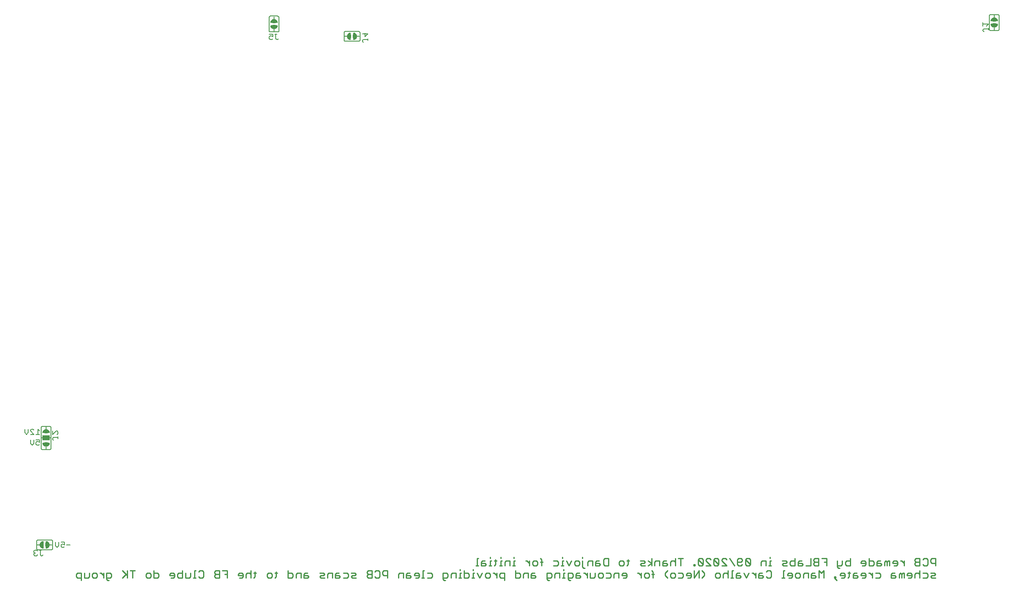
<source format=gbo>
G04 EAGLE Gerber RS-274X export*
G75*
%MOMM*%
%FSLAX34Y34*%
%LPD*%
%INBottom Silkscreen*%
%IPPOS*%
%AMOC8*
5,1,8,0,0,1.08239X$1,22.5*%
G01*
%ADD10C,0.254000*%
%ADD11C,0.177800*%
%ADD12C,0.152400*%
%ADD13C,0.127000*%
%ADD14R,1.524000X1.016000*%


D10*
X1960880Y39040D02*
X1960880Y54293D01*
X1953254Y54293D01*
X1950711Y51751D01*
X1950711Y46666D01*
X1953254Y44124D01*
X1960880Y44124D01*
X1936882Y54293D02*
X1934340Y51751D01*
X1936882Y54293D02*
X1941966Y54293D01*
X1944508Y51751D01*
X1944508Y41582D01*
X1941966Y39040D01*
X1936882Y39040D01*
X1934340Y41582D01*
X1928137Y39040D02*
X1928137Y54293D01*
X1920510Y54293D01*
X1917968Y51751D01*
X1917968Y49208D01*
X1920510Y46666D01*
X1917968Y44124D01*
X1917968Y41582D01*
X1920510Y39040D01*
X1928137Y39040D01*
X1928137Y46666D02*
X1920510Y46666D01*
X1895394Y49208D02*
X1895394Y39040D01*
X1895394Y44124D02*
X1890309Y49208D01*
X1887767Y49208D01*
X1879209Y39040D02*
X1874124Y39040D01*
X1879209Y39040D02*
X1881751Y41582D01*
X1881751Y46666D01*
X1879209Y49208D01*
X1874124Y49208D01*
X1871582Y46666D01*
X1871582Y44124D01*
X1881751Y44124D01*
X1865379Y39040D02*
X1865379Y49208D01*
X1862837Y49208D01*
X1860295Y46666D01*
X1860295Y39040D01*
X1860295Y46666D02*
X1857753Y49208D01*
X1855211Y46666D01*
X1855211Y39040D01*
X1846466Y49208D02*
X1841381Y49208D01*
X1838839Y46666D01*
X1838839Y39040D01*
X1846466Y39040D01*
X1849008Y41582D01*
X1846466Y44124D01*
X1838839Y44124D01*
X1822467Y39040D02*
X1822467Y54293D01*
X1822467Y39040D02*
X1830094Y39040D01*
X1832636Y41582D01*
X1832636Y46666D01*
X1830094Y49208D01*
X1822467Y49208D01*
X1813722Y39040D02*
X1808638Y39040D01*
X1813722Y39040D02*
X1816265Y41582D01*
X1816265Y46666D01*
X1813722Y49208D01*
X1808638Y49208D01*
X1806096Y46666D01*
X1806096Y44124D01*
X1816265Y44124D01*
X1783521Y39040D02*
X1783521Y54293D01*
X1783521Y39040D02*
X1775895Y39040D01*
X1773353Y41582D01*
X1773353Y46666D01*
X1775895Y49208D01*
X1783521Y49208D01*
X1767150Y49208D02*
X1767150Y41582D01*
X1764608Y39040D01*
X1756981Y39040D01*
X1756981Y36498D02*
X1756981Y49208D01*
X1756981Y36498D02*
X1759523Y33955D01*
X1762066Y33955D01*
X1734407Y39040D02*
X1734407Y54293D01*
X1724238Y54293D01*
X1729322Y46666D02*
X1734407Y46666D01*
X1718035Y39040D02*
X1718035Y54293D01*
X1710409Y54293D01*
X1707866Y51751D01*
X1707866Y49208D01*
X1710409Y46666D01*
X1707866Y44124D01*
X1707866Y41582D01*
X1710409Y39040D01*
X1718035Y39040D01*
X1718035Y46666D02*
X1710409Y46666D01*
X1701664Y54293D02*
X1701664Y39040D01*
X1691495Y39040D01*
X1682750Y49208D02*
X1677666Y49208D01*
X1675123Y46666D01*
X1675123Y39040D01*
X1682750Y39040D01*
X1685292Y41582D01*
X1682750Y44124D01*
X1675123Y44124D01*
X1668920Y39040D02*
X1668920Y54293D01*
X1668920Y39040D02*
X1661294Y39040D01*
X1658752Y41582D01*
X1658752Y46666D01*
X1661294Y49208D01*
X1668920Y49208D01*
X1652549Y39040D02*
X1644922Y39040D01*
X1642380Y41582D01*
X1644922Y44124D01*
X1650007Y44124D01*
X1652549Y46666D01*
X1650007Y49208D01*
X1642380Y49208D01*
X1619806Y49208D02*
X1617264Y49208D01*
X1617264Y39040D01*
X1619806Y39040D02*
X1614721Y39040D01*
X1617264Y54293D02*
X1617264Y56835D01*
X1608891Y49208D02*
X1608891Y39040D01*
X1608891Y49208D02*
X1601265Y49208D01*
X1598723Y46666D01*
X1598723Y39040D01*
X1576148Y41582D02*
X1576148Y51751D01*
X1573606Y54293D01*
X1568522Y54293D01*
X1565980Y51751D01*
X1565980Y41582D01*
X1568522Y39040D01*
X1573606Y39040D01*
X1576148Y41582D01*
X1565980Y51751D01*
X1559777Y41582D02*
X1557235Y39040D01*
X1552150Y39040D01*
X1549608Y41582D01*
X1549608Y51751D01*
X1552150Y54293D01*
X1557235Y54293D01*
X1559777Y51751D01*
X1559777Y49208D01*
X1557235Y46666D01*
X1549608Y46666D01*
X1543405Y39040D02*
X1533236Y54293D01*
X1527034Y39040D02*
X1516865Y39040D01*
X1516865Y49208D02*
X1527034Y39040D01*
X1516865Y49208D02*
X1516865Y51751D01*
X1519407Y54293D01*
X1524491Y54293D01*
X1527034Y51751D01*
X1510662Y51751D02*
X1510662Y41582D01*
X1510662Y51751D02*
X1508120Y54293D01*
X1503036Y54293D01*
X1500493Y51751D01*
X1500493Y41582D01*
X1503036Y39040D01*
X1508120Y39040D01*
X1510662Y41582D01*
X1500493Y51751D01*
X1494290Y39040D02*
X1484122Y39040D01*
X1494290Y39040D02*
X1484122Y49208D01*
X1484122Y51751D01*
X1486664Y54293D01*
X1491748Y54293D01*
X1494290Y51751D01*
X1477919Y51751D02*
X1477919Y41582D01*
X1477919Y51751D02*
X1475377Y54293D01*
X1470292Y54293D01*
X1467750Y51751D01*
X1467750Y41582D01*
X1470292Y39040D01*
X1475377Y39040D01*
X1477919Y41582D01*
X1467750Y51751D01*
X1461547Y41582D02*
X1461547Y39040D01*
X1461547Y41582D02*
X1459005Y41582D01*
X1459005Y39040D01*
X1461547Y39040D01*
X1431906Y39040D02*
X1431906Y54293D01*
X1436990Y54293D02*
X1426821Y54293D01*
X1420618Y54293D02*
X1420618Y39040D01*
X1420618Y46666D02*
X1418076Y49208D01*
X1412992Y49208D01*
X1410450Y46666D01*
X1410450Y39040D01*
X1401705Y49208D02*
X1396620Y49208D01*
X1394078Y46666D01*
X1394078Y39040D01*
X1401705Y39040D01*
X1404247Y41582D01*
X1401705Y44124D01*
X1394078Y44124D01*
X1387875Y39040D02*
X1387875Y49208D01*
X1380249Y49208D01*
X1377707Y46666D01*
X1377707Y39040D01*
X1371504Y39040D02*
X1371504Y54293D01*
X1371504Y44124D02*
X1363877Y39040D01*
X1371504Y44124D02*
X1363877Y49208D01*
X1357861Y39040D02*
X1350234Y39040D01*
X1347692Y41582D01*
X1350234Y44124D01*
X1355319Y44124D01*
X1357861Y46666D01*
X1355319Y49208D01*
X1347692Y49208D01*
X1322576Y51751D02*
X1322576Y41582D01*
X1320033Y39040D01*
X1320033Y49208D02*
X1325118Y49208D01*
X1311661Y39040D02*
X1306577Y39040D01*
X1304035Y41582D01*
X1304035Y46666D01*
X1306577Y49208D01*
X1311661Y49208D01*
X1314203Y46666D01*
X1314203Y41582D01*
X1311661Y39040D01*
X1281460Y39040D02*
X1281460Y54293D01*
X1281460Y39040D02*
X1273834Y39040D01*
X1271291Y41582D01*
X1271291Y51751D01*
X1273834Y54293D01*
X1281460Y54293D01*
X1262546Y49208D02*
X1257462Y49208D01*
X1254920Y46666D01*
X1254920Y39040D01*
X1262546Y39040D01*
X1265089Y41582D01*
X1262546Y44124D01*
X1254920Y44124D01*
X1248717Y39040D02*
X1248717Y49208D01*
X1241091Y49208D01*
X1238548Y46666D01*
X1238548Y39040D01*
X1232345Y33955D02*
X1229803Y33955D01*
X1227261Y36498D01*
X1227261Y49208D01*
X1227261Y54293D02*
X1227261Y56835D01*
X1218889Y39040D02*
X1213805Y39040D01*
X1211262Y41582D01*
X1211262Y46666D01*
X1213805Y49208D01*
X1218889Y49208D01*
X1221431Y46666D01*
X1221431Y41582D01*
X1218889Y39040D01*
X1205060Y49208D02*
X1199975Y39040D01*
X1194891Y49208D01*
X1188688Y49208D02*
X1186146Y49208D01*
X1186146Y39040D01*
X1188688Y39040D02*
X1183604Y39040D01*
X1186146Y54293D02*
X1186146Y56835D01*
X1175231Y49208D02*
X1167605Y49208D01*
X1175231Y49208D02*
X1177774Y46666D01*
X1177774Y41582D01*
X1175231Y39040D01*
X1167605Y39040D01*
X1142488Y39040D02*
X1142488Y51751D01*
X1139946Y54293D01*
X1139946Y46666D02*
X1145030Y46666D01*
X1131574Y39040D02*
X1126490Y39040D01*
X1123947Y41582D01*
X1123947Y46666D01*
X1126490Y49208D01*
X1131574Y49208D01*
X1134116Y46666D01*
X1134116Y41582D01*
X1131574Y39040D01*
X1117745Y39040D02*
X1117745Y49208D01*
X1117745Y44124D02*
X1112660Y49208D01*
X1110118Y49208D01*
X1087730Y49208D02*
X1085188Y49208D01*
X1085188Y39040D01*
X1087730Y39040D02*
X1082646Y39040D01*
X1085188Y54293D02*
X1085188Y56835D01*
X1076816Y49208D02*
X1076816Y39040D01*
X1076816Y49208D02*
X1069189Y49208D01*
X1066647Y46666D01*
X1066647Y39040D01*
X1060444Y49208D02*
X1057902Y49208D01*
X1057902Y39040D01*
X1060444Y39040D02*
X1055360Y39040D01*
X1057902Y54293D02*
X1057902Y56835D01*
X1046988Y51751D02*
X1046988Y41582D01*
X1044445Y39040D01*
X1044445Y49208D02*
X1049530Y49208D01*
X1038615Y49208D02*
X1036073Y49208D01*
X1036073Y39040D01*
X1038615Y39040D02*
X1033531Y39040D01*
X1036073Y54293D02*
X1036073Y56835D01*
X1025159Y49208D02*
X1020074Y49208D01*
X1017532Y46666D01*
X1017532Y39040D01*
X1025159Y39040D01*
X1027701Y41582D01*
X1025159Y44124D01*
X1017532Y44124D01*
X1011329Y54293D02*
X1008787Y54293D01*
X1008787Y39040D01*
X1011329Y39040D02*
X1006245Y39040D01*
X1953254Y13970D02*
X1960880Y13970D01*
X1953254Y13970D02*
X1950711Y16512D01*
X1953254Y19054D01*
X1958338Y19054D01*
X1960880Y21597D01*
X1958338Y24139D01*
X1950711Y24139D01*
X1941966Y24139D02*
X1934340Y24139D01*
X1941966Y24139D02*
X1944508Y21597D01*
X1944508Y16512D01*
X1941966Y13970D01*
X1934340Y13970D01*
X1928137Y13970D02*
X1928137Y29223D01*
X1925595Y24139D02*
X1928137Y21597D01*
X1925595Y24139D02*
X1920510Y24139D01*
X1917968Y21597D01*
X1917968Y13970D01*
X1909223Y13970D02*
X1904139Y13970D01*
X1909223Y13970D02*
X1911765Y16512D01*
X1911765Y21597D01*
X1909223Y24139D01*
X1904139Y24139D01*
X1901597Y21597D01*
X1901597Y19054D01*
X1911765Y19054D01*
X1895394Y13970D02*
X1895394Y24139D01*
X1892852Y24139D01*
X1890309Y21597D01*
X1890309Y13970D01*
X1890309Y21597D02*
X1887767Y24139D01*
X1885225Y21597D01*
X1885225Y13970D01*
X1876480Y24139D02*
X1871396Y24139D01*
X1868854Y21597D01*
X1868854Y13970D01*
X1876480Y13970D01*
X1879022Y16512D01*
X1876480Y19054D01*
X1868854Y19054D01*
X1843737Y24139D02*
X1836110Y24139D01*
X1843737Y24139D02*
X1846279Y21597D01*
X1846279Y16512D01*
X1843737Y13970D01*
X1836110Y13970D01*
X1829908Y13970D02*
X1829908Y24139D01*
X1829908Y19054D02*
X1824823Y24139D01*
X1822281Y24139D01*
X1813722Y13970D02*
X1808638Y13970D01*
X1813722Y13970D02*
X1816265Y16512D01*
X1816265Y21597D01*
X1813722Y24139D01*
X1808638Y24139D01*
X1806096Y21597D01*
X1806096Y19054D01*
X1816265Y19054D01*
X1797351Y24139D02*
X1792266Y24139D01*
X1789724Y21597D01*
X1789724Y13970D01*
X1797351Y13970D01*
X1799893Y16512D01*
X1797351Y19054D01*
X1789724Y19054D01*
X1780979Y16512D02*
X1780979Y26681D01*
X1780979Y16512D02*
X1778437Y13970D01*
X1778437Y24139D02*
X1783521Y24139D01*
X1770065Y13970D02*
X1764981Y13970D01*
X1770065Y13970D02*
X1772607Y16512D01*
X1772607Y21597D01*
X1770065Y24139D01*
X1764981Y24139D01*
X1762438Y21597D01*
X1762438Y19054D01*
X1772607Y19054D01*
X1756235Y8886D02*
X1751151Y13970D01*
X1751151Y16512D01*
X1753693Y16512D01*
X1753693Y13970D01*
X1751151Y13970D01*
X1728950Y13970D02*
X1728950Y29223D01*
X1723865Y24139D01*
X1718781Y29223D01*
X1718781Y13970D01*
X1710036Y24139D02*
X1704951Y24139D01*
X1702409Y21597D01*
X1702409Y13970D01*
X1710036Y13970D01*
X1712578Y16512D01*
X1710036Y19054D01*
X1702409Y19054D01*
X1696206Y13970D02*
X1696206Y24139D01*
X1688580Y24139D01*
X1686038Y21597D01*
X1686038Y13970D01*
X1677293Y13970D02*
X1672208Y13970D01*
X1669666Y16512D01*
X1669666Y21597D01*
X1672208Y24139D01*
X1677293Y24139D01*
X1679835Y21597D01*
X1679835Y16512D01*
X1677293Y13970D01*
X1660921Y13970D02*
X1655837Y13970D01*
X1660921Y13970D02*
X1663463Y16512D01*
X1663463Y21597D01*
X1660921Y24139D01*
X1655837Y24139D01*
X1653295Y21597D01*
X1653295Y19054D01*
X1663463Y19054D01*
X1647092Y29223D02*
X1644550Y29223D01*
X1644550Y13970D01*
X1647092Y13970D02*
X1642007Y13970D01*
X1612179Y29223D02*
X1609637Y26681D01*
X1612179Y29223D02*
X1617264Y29223D01*
X1619806Y26681D01*
X1619806Y16512D01*
X1617264Y13970D01*
X1612179Y13970D01*
X1609637Y16512D01*
X1600892Y24139D02*
X1595808Y24139D01*
X1593266Y21597D01*
X1593266Y13970D01*
X1600892Y13970D01*
X1603434Y16512D01*
X1600892Y19054D01*
X1593266Y19054D01*
X1587063Y13970D02*
X1587063Y24139D01*
X1587063Y19054D02*
X1581978Y24139D01*
X1579436Y24139D01*
X1573420Y24139D02*
X1568335Y13970D01*
X1563251Y24139D01*
X1554506Y24139D02*
X1549422Y24139D01*
X1546879Y21597D01*
X1546879Y13970D01*
X1554506Y13970D01*
X1557048Y16512D01*
X1554506Y19054D01*
X1546879Y19054D01*
X1540677Y29223D02*
X1538134Y29223D01*
X1538134Y13970D01*
X1535592Y13970D02*
X1540677Y13970D01*
X1529762Y13970D02*
X1529762Y29223D01*
X1527220Y24139D02*
X1529762Y21597D01*
X1527220Y24139D02*
X1522136Y24139D01*
X1519594Y21597D01*
X1519594Y13970D01*
X1510848Y13970D02*
X1505764Y13970D01*
X1503222Y16512D01*
X1503222Y21597D01*
X1505764Y24139D01*
X1510848Y24139D01*
X1513391Y21597D01*
X1513391Y16512D01*
X1510848Y13970D01*
X1480648Y19054D02*
X1475563Y13970D01*
X1480648Y19054D02*
X1480648Y24139D01*
X1475563Y29223D01*
X1469733Y29223D02*
X1469733Y13970D01*
X1459564Y13970D02*
X1469733Y29223D01*
X1459564Y29223D02*
X1459564Y13970D01*
X1450819Y13970D02*
X1445735Y13970D01*
X1450819Y13970D02*
X1453362Y16512D01*
X1453362Y21597D01*
X1450819Y24139D01*
X1445735Y24139D01*
X1443193Y21597D01*
X1443193Y19054D01*
X1453362Y19054D01*
X1434448Y24139D02*
X1426821Y24139D01*
X1434448Y24139D02*
X1436990Y21597D01*
X1436990Y16512D01*
X1434448Y13970D01*
X1426821Y13970D01*
X1418076Y13970D02*
X1412992Y13970D01*
X1410450Y16512D01*
X1410450Y21597D01*
X1412992Y24139D01*
X1418076Y24139D01*
X1420618Y21597D01*
X1420618Y16512D01*
X1418076Y13970D01*
X1404247Y13970D02*
X1399163Y19054D01*
X1399163Y24139D01*
X1404247Y29223D01*
X1374419Y26681D02*
X1374419Y13970D01*
X1374419Y26681D02*
X1371877Y29223D01*
X1371877Y21597D02*
X1376961Y21597D01*
X1363504Y13970D02*
X1358420Y13970D01*
X1355878Y16512D01*
X1355878Y21597D01*
X1358420Y24139D01*
X1363504Y24139D01*
X1366047Y21597D01*
X1366047Y16512D01*
X1363504Y13970D01*
X1349675Y13970D02*
X1349675Y24139D01*
X1344591Y24139D02*
X1349675Y19054D01*
X1344591Y24139D02*
X1342049Y24139D01*
X1317118Y13970D02*
X1312034Y13970D01*
X1317118Y13970D02*
X1319660Y16512D01*
X1319660Y21597D01*
X1317118Y24139D01*
X1312034Y24139D01*
X1309492Y21597D01*
X1309492Y19054D01*
X1319660Y19054D01*
X1303289Y13970D02*
X1303289Y24139D01*
X1295662Y24139D01*
X1293120Y21597D01*
X1293120Y13970D01*
X1284375Y24139D02*
X1276749Y24139D01*
X1284375Y24139D02*
X1286917Y21597D01*
X1286917Y16512D01*
X1284375Y13970D01*
X1276749Y13970D01*
X1268004Y13970D02*
X1262919Y13970D01*
X1260377Y16512D01*
X1260377Y21597D01*
X1262919Y24139D01*
X1268004Y24139D01*
X1270546Y21597D01*
X1270546Y16512D01*
X1268004Y13970D01*
X1254174Y16512D02*
X1254174Y24139D01*
X1254174Y16512D02*
X1251632Y13970D01*
X1244006Y13970D01*
X1244006Y24139D01*
X1237803Y24139D02*
X1237803Y13970D01*
X1237803Y19054D02*
X1232718Y24139D01*
X1230176Y24139D01*
X1221618Y24139D02*
X1216533Y24139D01*
X1213991Y21597D01*
X1213991Y13970D01*
X1221618Y13970D01*
X1224160Y16512D01*
X1221618Y19054D01*
X1213991Y19054D01*
X1202704Y8886D02*
X1200162Y8886D01*
X1197619Y11428D01*
X1197619Y24139D01*
X1205246Y24139D01*
X1207788Y21597D01*
X1207788Y16512D01*
X1205246Y13970D01*
X1197619Y13970D01*
X1191417Y24139D02*
X1188874Y24139D01*
X1188874Y13970D01*
X1186332Y13970D02*
X1191417Y13970D01*
X1188874Y29223D02*
X1188874Y31765D01*
X1180502Y24139D02*
X1180502Y13970D01*
X1180502Y24139D02*
X1172876Y24139D01*
X1170334Y21597D01*
X1170334Y13970D01*
X1159046Y8886D02*
X1156504Y8886D01*
X1153962Y11428D01*
X1153962Y24139D01*
X1161588Y24139D01*
X1164131Y21597D01*
X1164131Y16512D01*
X1161588Y13970D01*
X1153962Y13970D01*
X1128845Y24139D02*
X1123761Y24139D01*
X1121219Y21597D01*
X1121219Y13970D01*
X1128845Y13970D01*
X1131388Y16512D01*
X1128845Y19054D01*
X1121219Y19054D01*
X1115016Y13970D02*
X1115016Y24139D01*
X1107389Y24139D01*
X1104847Y21597D01*
X1104847Y13970D01*
X1088476Y13970D02*
X1088476Y29223D01*
X1088476Y13970D02*
X1096102Y13970D01*
X1098644Y16512D01*
X1098644Y21597D01*
X1096102Y24139D01*
X1088476Y24139D01*
X1065901Y24139D02*
X1065901Y8886D01*
X1065901Y24139D02*
X1058275Y24139D01*
X1055733Y21597D01*
X1055733Y16512D01*
X1058275Y13970D01*
X1065901Y13970D01*
X1049530Y13970D02*
X1049530Y24139D01*
X1049530Y19054D02*
X1044445Y24139D01*
X1041903Y24139D01*
X1033345Y13970D02*
X1028260Y13970D01*
X1025718Y16512D01*
X1025718Y21597D01*
X1028260Y24139D01*
X1033345Y24139D01*
X1035887Y21597D01*
X1035887Y16512D01*
X1033345Y13970D01*
X1019515Y24139D02*
X1014431Y13970D01*
X1009346Y24139D01*
X1003144Y24139D02*
X1000601Y24139D01*
X1000601Y13970D01*
X998059Y13970D02*
X1003144Y13970D01*
X1000601Y29223D02*
X1000601Y31765D01*
X982061Y29223D02*
X982061Y13970D01*
X989687Y13970D01*
X992229Y16512D01*
X992229Y21597D01*
X989687Y24139D01*
X982061Y24139D01*
X975858Y24139D02*
X973316Y24139D01*
X973316Y13970D01*
X975858Y13970D02*
X970773Y13970D01*
X973316Y29223D02*
X973316Y31765D01*
X964943Y24139D02*
X964943Y13970D01*
X964943Y24139D02*
X957317Y24139D01*
X954775Y21597D01*
X954775Y13970D01*
X943487Y8886D02*
X940945Y8886D01*
X938403Y11428D01*
X938403Y24139D01*
X946030Y24139D01*
X948572Y21597D01*
X948572Y16512D01*
X946030Y13970D01*
X938403Y13970D01*
X913286Y24139D02*
X905660Y24139D01*
X913286Y24139D02*
X915829Y21597D01*
X915829Y16512D01*
X913286Y13970D01*
X905660Y13970D01*
X899457Y29223D02*
X896915Y29223D01*
X896915Y13970D01*
X899457Y13970D02*
X894373Y13970D01*
X886001Y13970D02*
X880916Y13970D01*
X886001Y13970D02*
X888543Y16512D01*
X888543Y21597D01*
X886001Y24139D01*
X880916Y24139D01*
X878374Y21597D01*
X878374Y19054D01*
X888543Y19054D01*
X869629Y24139D02*
X864545Y24139D01*
X862002Y21597D01*
X862002Y13970D01*
X869629Y13970D01*
X872171Y16512D01*
X869629Y19054D01*
X862002Y19054D01*
X855800Y13970D02*
X855800Y24139D01*
X848173Y24139D01*
X845631Y21597D01*
X845631Y13970D01*
X823056Y13970D02*
X823056Y29223D01*
X815430Y29223D01*
X812888Y26681D01*
X812888Y21597D01*
X815430Y19054D01*
X823056Y19054D01*
X799058Y29223D02*
X796516Y26681D01*
X799058Y29223D02*
X804143Y29223D01*
X806685Y26681D01*
X806685Y16512D01*
X804143Y13970D01*
X799058Y13970D01*
X796516Y16512D01*
X790313Y13970D02*
X790313Y29223D01*
X782687Y29223D01*
X780145Y26681D01*
X780145Y24139D01*
X782687Y21597D01*
X780145Y19054D01*
X780145Y16512D01*
X782687Y13970D01*
X790313Y13970D01*
X790313Y21597D02*
X782687Y21597D01*
X757570Y13970D02*
X749944Y13970D01*
X747401Y16512D01*
X749944Y19054D01*
X755028Y19054D01*
X757570Y21597D01*
X755028Y24139D01*
X747401Y24139D01*
X738656Y24139D02*
X731030Y24139D01*
X738656Y24139D02*
X741199Y21597D01*
X741199Y16512D01*
X738656Y13970D01*
X731030Y13970D01*
X722285Y24139D02*
X717201Y24139D01*
X714658Y21597D01*
X714658Y13970D01*
X722285Y13970D01*
X724827Y16512D01*
X722285Y19054D01*
X714658Y19054D01*
X708455Y13970D02*
X708455Y24139D01*
X700829Y24139D01*
X698287Y21597D01*
X698287Y13970D01*
X692084Y13970D02*
X684457Y13970D01*
X681915Y16512D01*
X684457Y19054D01*
X689542Y19054D01*
X692084Y21597D01*
X689542Y24139D01*
X681915Y24139D01*
X656799Y24139D02*
X651714Y24139D01*
X649172Y21597D01*
X649172Y13970D01*
X656799Y13970D01*
X659341Y16512D01*
X656799Y19054D01*
X649172Y19054D01*
X642969Y13970D02*
X642969Y24139D01*
X635343Y24139D01*
X632801Y21597D01*
X632801Y13970D01*
X616429Y13970D02*
X616429Y29223D01*
X616429Y13970D02*
X624056Y13970D01*
X626598Y16512D01*
X626598Y21597D01*
X624056Y24139D01*
X616429Y24139D01*
X591312Y26681D02*
X591312Y16512D01*
X588770Y13970D01*
X588770Y24139D02*
X593855Y24139D01*
X580398Y13970D02*
X575314Y13970D01*
X572771Y16512D01*
X572771Y21597D01*
X575314Y24139D01*
X580398Y24139D01*
X582940Y21597D01*
X582940Y16512D01*
X580398Y13970D01*
X547655Y16512D02*
X547655Y26681D01*
X547655Y16512D02*
X545113Y13970D01*
X545113Y24139D02*
X550197Y24139D01*
X539283Y29223D02*
X539283Y13970D01*
X539283Y21597D02*
X536741Y24139D01*
X531656Y24139D01*
X529114Y21597D01*
X529114Y13970D01*
X520369Y13970D02*
X515285Y13970D01*
X520369Y13970D02*
X522911Y16512D01*
X522911Y21597D01*
X520369Y24139D01*
X515285Y24139D01*
X512742Y21597D01*
X512742Y19054D01*
X522911Y19054D01*
X490168Y13970D02*
X490168Y29223D01*
X479999Y29223D01*
X485084Y21597D02*
X490168Y21597D01*
X473796Y29223D02*
X473796Y13970D01*
X473796Y29223D02*
X466170Y29223D01*
X463628Y26681D01*
X463628Y24139D01*
X466170Y21597D01*
X463628Y19054D01*
X463628Y16512D01*
X466170Y13970D01*
X473796Y13970D01*
X473796Y21597D02*
X466170Y21597D01*
X433427Y29223D02*
X430885Y26681D01*
X433427Y29223D02*
X438511Y29223D01*
X441053Y26681D01*
X441053Y16512D01*
X438511Y13970D01*
X433427Y13970D01*
X430885Y16512D01*
X424682Y29223D02*
X422140Y29223D01*
X422140Y13970D01*
X424682Y13970D02*
X419597Y13970D01*
X413767Y16512D02*
X413767Y24139D01*
X413767Y16512D02*
X411225Y13970D01*
X403599Y13970D01*
X403599Y24139D01*
X397396Y29223D02*
X397396Y13970D01*
X389769Y13970D01*
X387227Y16512D01*
X387227Y21597D01*
X389769Y24139D01*
X397396Y24139D01*
X378482Y13970D02*
X373398Y13970D01*
X378482Y13970D02*
X381024Y16512D01*
X381024Y21597D01*
X378482Y24139D01*
X373398Y24139D01*
X370856Y21597D01*
X370856Y19054D01*
X381024Y19054D01*
X338112Y13970D02*
X338112Y29223D01*
X338112Y13970D02*
X345739Y13970D01*
X348281Y16512D01*
X348281Y21597D01*
X345739Y24139D01*
X338112Y24139D01*
X329367Y13970D02*
X324283Y13970D01*
X321741Y16512D01*
X321741Y21597D01*
X324283Y24139D01*
X329367Y24139D01*
X331910Y21597D01*
X331910Y16512D01*
X329367Y13970D01*
X294082Y13970D02*
X294082Y29223D01*
X299166Y29223D02*
X288998Y29223D01*
X282795Y29223D02*
X282795Y13970D01*
X282795Y19054D02*
X272626Y29223D01*
X280253Y21597D02*
X272626Y13970D01*
X244967Y8886D02*
X242425Y8886D01*
X239883Y11428D01*
X239883Y24139D01*
X247510Y24139D01*
X250052Y21597D01*
X250052Y16512D01*
X247510Y13970D01*
X239883Y13970D01*
X233680Y13970D02*
X233680Y24139D01*
X228596Y24139D02*
X233680Y19054D01*
X228596Y24139D02*
X226054Y24139D01*
X217495Y13970D02*
X212411Y13970D01*
X209869Y16512D01*
X209869Y21597D01*
X212411Y24139D01*
X217495Y24139D01*
X220037Y21597D01*
X220037Y16512D01*
X217495Y13970D01*
X203666Y16512D02*
X203666Y24139D01*
X203666Y16512D02*
X201123Y13970D01*
X193497Y13970D01*
X193497Y24139D01*
X187294Y24139D02*
X187294Y8886D01*
X187294Y24139D02*
X179668Y24139D01*
X177125Y21597D01*
X177125Y16512D01*
X179668Y13970D01*
X187294Y13970D01*
D11*
X100711Y300745D02*
X93423Y300745D01*
X100711Y300745D02*
X100711Y295280D01*
X97067Y297102D01*
X95245Y297102D01*
X93423Y295280D01*
X93423Y291636D01*
X95245Y289814D01*
X98889Y289814D01*
X100711Y291636D01*
X89017Y293458D02*
X89017Y300745D01*
X89017Y293458D02*
X85373Y289814D01*
X81730Y293458D01*
X81730Y300745D01*
X100711Y319327D02*
X97067Y322970D01*
X97067Y312039D01*
X100711Y312039D02*
X93423Y312039D01*
X89017Y312039D02*
X81730Y312039D01*
X89017Y312039D02*
X81730Y319327D01*
X81730Y321148D01*
X83551Y322970D01*
X87195Y322970D01*
X89017Y321148D01*
X77323Y322970D02*
X77323Y315683D01*
X73679Y312039D01*
X70036Y315683D01*
X70036Y322970D01*
X156923Y82555D02*
X164211Y82555D01*
X152517Y88020D02*
X145230Y88020D01*
X152517Y88020D02*
X152517Y82555D01*
X148873Y84377D01*
X147051Y84377D01*
X145230Y82555D01*
X145230Y78911D01*
X147051Y77089D01*
X150695Y77089D01*
X152517Y78911D01*
X140823Y80733D02*
X140823Y88020D01*
X140823Y80733D02*
X137179Y77089D01*
X133536Y80733D01*
X133536Y88020D01*
D12*
X125095Y92710D02*
X97155Y92710D01*
X125095Y72390D02*
X125195Y72392D01*
X125294Y72398D01*
X125394Y72408D01*
X125492Y72421D01*
X125591Y72439D01*
X125688Y72460D01*
X125784Y72485D01*
X125880Y72514D01*
X125974Y72547D01*
X126067Y72583D01*
X126158Y72623D01*
X126248Y72667D01*
X126336Y72714D01*
X126422Y72764D01*
X126506Y72818D01*
X126588Y72875D01*
X126667Y72935D01*
X126745Y72999D01*
X126819Y73065D01*
X126891Y73134D01*
X126960Y73206D01*
X127026Y73280D01*
X127090Y73358D01*
X127150Y73437D01*
X127207Y73519D01*
X127261Y73603D01*
X127311Y73689D01*
X127358Y73777D01*
X127402Y73867D01*
X127442Y73958D01*
X127478Y74051D01*
X127511Y74145D01*
X127540Y74241D01*
X127565Y74337D01*
X127586Y74434D01*
X127604Y74533D01*
X127617Y74631D01*
X127627Y74731D01*
X127633Y74830D01*
X127635Y74930D01*
X97155Y72390D02*
X97055Y72392D01*
X96956Y72398D01*
X96856Y72408D01*
X96758Y72421D01*
X96659Y72439D01*
X96562Y72460D01*
X96466Y72485D01*
X96370Y72514D01*
X96276Y72547D01*
X96183Y72583D01*
X96092Y72623D01*
X96002Y72667D01*
X95914Y72714D01*
X95828Y72764D01*
X95744Y72818D01*
X95662Y72875D01*
X95583Y72935D01*
X95505Y72999D01*
X95431Y73065D01*
X95359Y73134D01*
X95290Y73206D01*
X95224Y73280D01*
X95160Y73358D01*
X95100Y73437D01*
X95043Y73519D01*
X94989Y73603D01*
X94939Y73689D01*
X94892Y73777D01*
X94848Y73867D01*
X94808Y73958D01*
X94772Y74051D01*
X94739Y74145D01*
X94710Y74241D01*
X94685Y74337D01*
X94664Y74434D01*
X94646Y74533D01*
X94633Y74631D01*
X94623Y74731D01*
X94617Y74830D01*
X94615Y74930D01*
X94615Y90170D02*
X94617Y90270D01*
X94623Y90369D01*
X94633Y90469D01*
X94646Y90567D01*
X94664Y90666D01*
X94685Y90763D01*
X94710Y90859D01*
X94739Y90955D01*
X94772Y91049D01*
X94808Y91142D01*
X94848Y91233D01*
X94892Y91323D01*
X94939Y91411D01*
X94989Y91497D01*
X95043Y91581D01*
X95100Y91663D01*
X95160Y91742D01*
X95224Y91820D01*
X95290Y91894D01*
X95359Y91966D01*
X95431Y92035D01*
X95505Y92101D01*
X95583Y92165D01*
X95662Y92225D01*
X95744Y92282D01*
X95828Y92336D01*
X95914Y92386D01*
X96002Y92433D01*
X96092Y92477D01*
X96183Y92517D01*
X96276Y92553D01*
X96370Y92586D01*
X96466Y92615D01*
X96562Y92640D01*
X96659Y92661D01*
X96758Y92679D01*
X96856Y92692D01*
X96956Y92702D01*
X97055Y92708D01*
X97155Y92710D01*
X125095Y92710D02*
X125195Y92708D01*
X125294Y92702D01*
X125394Y92692D01*
X125492Y92679D01*
X125591Y92661D01*
X125688Y92640D01*
X125784Y92615D01*
X125880Y92586D01*
X125974Y92553D01*
X126067Y92517D01*
X126158Y92477D01*
X126248Y92433D01*
X126336Y92386D01*
X126422Y92336D01*
X126506Y92282D01*
X126588Y92225D01*
X126667Y92165D01*
X126745Y92101D01*
X126819Y92035D01*
X126891Y91966D01*
X126960Y91894D01*
X127026Y91820D01*
X127090Y91742D01*
X127150Y91663D01*
X127207Y91581D01*
X127261Y91497D01*
X127311Y91411D01*
X127358Y91323D01*
X127402Y91233D01*
X127442Y91142D01*
X127478Y91049D01*
X127511Y90955D01*
X127540Y90859D01*
X127565Y90763D01*
X127586Y90666D01*
X127604Y90567D01*
X127617Y90469D01*
X127627Y90369D01*
X127633Y90270D01*
X127635Y90170D01*
X127635Y74930D01*
X94615Y74930D02*
X94615Y90170D01*
X97155Y72390D02*
X125095Y72390D01*
X126365Y82550D02*
X121285Y82550D01*
X100965Y82550D02*
X95885Y82550D01*
D13*
X107951Y89506D02*
X108584Y82550D01*
X108584Y82550D01*
X107951Y75594D01*
X107781Y75611D01*
X107611Y75633D01*
X107443Y75659D01*
X107274Y75689D01*
X107107Y75723D01*
X106940Y75761D01*
X106775Y75804D01*
X106610Y75850D01*
X106447Y75900D01*
X106285Y75954D01*
X106124Y76013D01*
X105965Y76075D01*
X105808Y76141D01*
X105652Y76211D01*
X105498Y76284D01*
X105345Y76362D01*
X105195Y76443D01*
X105047Y76528D01*
X104900Y76616D01*
X104756Y76708D01*
X104615Y76803D01*
X104475Y76902D01*
X104338Y77004D01*
X104204Y77110D01*
X104072Y77219D01*
X103943Y77331D01*
X103817Y77446D01*
X103693Y77564D01*
X103573Y77685D01*
X103455Y77809D01*
X103341Y77936D01*
X103230Y78065D01*
X103122Y78198D01*
X103017Y78333D01*
X102915Y78470D01*
X102817Y78610D01*
X102723Y78752D01*
X102631Y78897D01*
X102544Y79044D01*
X102460Y79192D01*
X102380Y79343D01*
X102303Y79496D01*
X102230Y79650D01*
X102161Y79807D01*
X102096Y79965D01*
X102035Y80124D01*
X101977Y80285D01*
X101924Y80447D01*
X101875Y80611D01*
X101829Y80776D01*
X101788Y80941D01*
X101750Y81108D01*
X101717Y81276D01*
X101688Y81444D01*
X101663Y81613D01*
X101642Y81783D01*
X101626Y81953D01*
X101613Y82123D01*
X101605Y82294D01*
X101601Y82465D01*
X101601Y82635D01*
X101605Y82806D01*
X101613Y82977D01*
X101626Y83147D01*
X101642Y83317D01*
X101663Y83487D01*
X101688Y83656D01*
X101717Y83824D01*
X101750Y83992D01*
X101788Y84159D01*
X101829Y84324D01*
X101875Y84489D01*
X101924Y84653D01*
X101977Y84815D01*
X102035Y84976D01*
X102096Y85135D01*
X102161Y85293D01*
X102230Y85450D01*
X102303Y85604D01*
X102380Y85757D01*
X102460Y85908D01*
X102544Y86056D01*
X102631Y86203D01*
X102723Y86348D01*
X102817Y86490D01*
X102915Y86630D01*
X103017Y86767D01*
X103122Y86902D01*
X103230Y87035D01*
X103341Y87164D01*
X103455Y87291D01*
X103573Y87415D01*
X103693Y87536D01*
X103817Y87654D01*
X103943Y87769D01*
X104072Y87881D01*
X104204Y87990D01*
X104338Y88096D01*
X104475Y88198D01*
X104615Y88297D01*
X104756Y88392D01*
X104900Y88484D01*
X105047Y88572D01*
X105195Y88657D01*
X105345Y88738D01*
X105498Y88816D01*
X105652Y88889D01*
X105808Y88959D01*
X105965Y89025D01*
X106124Y89087D01*
X106285Y89146D01*
X106447Y89200D01*
X106610Y89250D01*
X106775Y89296D01*
X106940Y89339D01*
X107107Y89377D01*
X107274Y89411D01*
X107443Y89441D01*
X107611Y89467D01*
X107781Y89489D01*
X107951Y89506D01*
X107951Y88294D01*
X107802Y88276D01*
X107653Y88253D01*
X107504Y88227D01*
X107356Y88197D01*
X107210Y88163D01*
X107064Y88125D01*
X106919Y88084D01*
X106775Y88038D01*
X106632Y87989D01*
X106491Y87936D01*
X106351Y87880D01*
X106213Y87820D01*
X106076Y87756D01*
X105941Y87689D01*
X105808Y87618D01*
X105677Y87544D01*
X105548Y87467D01*
X105421Y87386D01*
X105296Y87301D01*
X105173Y87214D01*
X105052Y87123D01*
X104934Y87030D01*
X104818Y86933D01*
X104705Y86833D01*
X104595Y86731D01*
X104487Y86625D01*
X104382Y86517D01*
X104280Y86406D01*
X104181Y86292D01*
X104085Y86176D01*
X103992Y86057D01*
X103902Y85936D01*
X103815Y85813D01*
X103732Y85688D01*
X103652Y85560D01*
X103575Y85430D01*
X103501Y85299D01*
X103432Y85165D01*
X103365Y85030D01*
X103302Y84893D01*
X103243Y84754D01*
X103187Y84614D01*
X103135Y84473D01*
X103087Y84330D01*
X103042Y84186D01*
X103002Y84041D01*
X102965Y83894D01*
X102931Y83747D01*
X102902Y83599D01*
X102877Y83451D01*
X102855Y83302D01*
X102837Y83152D01*
X102824Y83002D01*
X102814Y82851D01*
X102808Y82701D01*
X102806Y82550D01*
X102808Y82399D01*
X102814Y82249D01*
X102824Y82098D01*
X102837Y81948D01*
X102855Y81798D01*
X102877Y81649D01*
X102902Y81501D01*
X102931Y81353D01*
X102965Y81206D01*
X103002Y81059D01*
X103042Y80914D01*
X103087Y80770D01*
X103135Y80627D01*
X103187Y80486D01*
X103243Y80346D01*
X103302Y80207D01*
X103365Y80070D01*
X103432Y79935D01*
X103501Y79801D01*
X103575Y79670D01*
X103652Y79540D01*
X103732Y79412D01*
X103815Y79287D01*
X103902Y79164D01*
X103992Y79043D01*
X104085Y78924D01*
X104181Y78808D01*
X104280Y78694D01*
X104382Y78583D01*
X104487Y78475D01*
X104595Y78369D01*
X104705Y78267D01*
X104818Y78167D01*
X104934Y78070D01*
X105052Y77977D01*
X105173Y77886D01*
X105296Y77799D01*
X105421Y77714D01*
X105548Y77633D01*
X105677Y77556D01*
X105808Y77482D01*
X105941Y77411D01*
X106076Y77344D01*
X106213Y77280D01*
X106351Y77220D01*
X106491Y77164D01*
X106632Y77111D01*
X106775Y77062D01*
X106919Y77016D01*
X107064Y76975D01*
X107210Y76937D01*
X107356Y76903D01*
X107504Y76873D01*
X107653Y76847D01*
X107802Y76824D01*
X107951Y76806D01*
X107952Y78021D01*
X107820Y78041D01*
X107689Y78066D01*
X107558Y78094D01*
X107428Y78126D01*
X107299Y78161D01*
X107172Y78201D01*
X107045Y78244D01*
X106920Y78291D01*
X106796Y78341D01*
X106674Y78395D01*
X106554Y78453D01*
X106435Y78514D01*
X106318Y78579D01*
X106203Y78647D01*
X106090Y78718D01*
X105979Y78792D01*
X105870Y78870D01*
X105764Y78951D01*
X105660Y79035D01*
X105558Y79122D01*
X105459Y79212D01*
X105363Y79305D01*
X105270Y79400D01*
X105179Y79498D01*
X105091Y79599D01*
X105007Y79703D01*
X104925Y79808D01*
X104846Y79916D01*
X104771Y80027D01*
X104699Y80139D01*
X104630Y80254D01*
X104565Y80370D01*
X104503Y80489D01*
X104444Y80609D01*
X104389Y80731D01*
X104338Y80854D01*
X104290Y80979D01*
X104246Y81105D01*
X104206Y81233D01*
X104169Y81361D01*
X104136Y81491D01*
X104107Y81621D01*
X104082Y81752D01*
X104061Y81884D01*
X104043Y82017D01*
X104030Y82150D01*
X104020Y82283D01*
X104014Y82416D01*
X104012Y82550D01*
X104014Y82684D01*
X104020Y82817D01*
X104030Y82950D01*
X104043Y83083D01*
X104061Y83216D01*
X104082Y83348D01*
X104107Y83479D01*
X104136Y83609D01*
X104169Y83739D01*
X104206Y83867D01*
X104246Y83995D01*
X104290Y84121D01*
X104338Y84246D01*
X104389Y84369D01*
X104444Y84491D01*
X104503Y84611D01*
X104565Y84730D01*
X104630Y84846D01*
X104699Y84961D01*
X104771Y85073D01*
X104846Y85184D01*
X104925Y85292D01*
X105007Y85397D01*
X105091Y85501D01*
X105179Y85602D01*
X105270Y85700D01*
X105363Y85795D01*
X105459Y85888D01*
X105558Y85978D01*
X105660Y86065D01*
X105764Y86149D01*
X105870Y86230D01*
X105979Y86308D01*
X106090Y86382D01*
X106203Y86453D01*
X106318Y86521D01*
X106435Y86586D01*
X106554Y86647D01*
X106674Y86705D01*
X106796Y86759D01*
X106920Y86809D01*
X107045Y86856D01*
X107172Y86899D01*
X107299Y86939D01*
X107428Y86974D01*
X107558Y87006D01*
X107689Y87034D01*
X107820Y87059D01*
X107952Y87079D01*
X107954Y85857D01*
X107841Y85834D01*
X107730Y85807D01*
X107619Y85775D01*
X107510Y85741D01*
X107401Y85702D01*
X107294Y85660D01*
X107189Y85614D01*
X107085Y85565D01*
X106983Y85512D01*
X106883Y85455D01*
X106785Y85396D01*
X106689Y85332D01*
X106595Y85266D01*
X106504Y85197D01*
X106415Y85124D01*
X106328Y85049D01*
X106244Y84970D01*
X106163Y84889D01*
X106084Y84805D01*
X106009Y84718D01*
X105936Y84629D01*
X105867Y84537D01*
X105801Y84443D01*
X105738Y84347D01*
X105678Y84249D01*
X105622Y84149D01*
X105569Y84047D01*
X105520Y83943D01*
X105474Y83838D01*
X105432Y83731D01*
X105393Y83623D01*
X105359Y83513D01*
X105328Y83402D01*
X105301Y83291D01*
X105277Y83178D01*
X105258Y83065D01*
X105242Y82951D01*
X105230Y82837D01*
X105222Y82722D01*
X105218Y82607D01*
X105218Y82493D01*
X105222Y82378D01*
X105230Y82263D01*
X105242Y82149D01*
X105258Y82035D01*
X105277Y81922D01*
X105301Y81809D01*
X105328Y81698D01*
X105359Y81587D01*
X105393Y81477D01*
X105432Y81369D01*
X105474Y81262D01*
X105520Y81157D01*
X105569Y81053D01*
X105622Y80951D01*
X105678Y80851D01*
X105738Y80753D01*
X105801Y80657D01*
X105867Y80563D01*
X105936Y80471D01*
X106009Y80382D01*
X106084Y80295D01*
X106163Y80211D01*
X106244Y80130D01*
X106328Y80051D01*
X106415Y79976D01*
X106504Y79903D01*
X106595Y79834D01*
X106689Y79768D01*
X106785Y79704D01*
X106883Y79645D01*
X106983Y79588D01*
X107085Y79535D01*
X107189Y79486D01*
X107294Y79440D01*
X107401Y79398D01*
X107510Y79359D01*
X107619Y79325D01*
X107730Y79293D01*
X107841Y79266D01*
X107954Y79243D01*
X107959Y80482D01*
X107872Y80510D01*
X107785Y80542D01*
X107701Y80578D01*
X107618Y80618D01*
X107536Y80660D01*
X107457Y80707D01*
X107379Y80757D01*
X107304Y80809D01*
X107231Y80866D01*
X107161Y80925D01*
X107093Y80987D01*
X107028Y81052D01*
X106965Y81119D01*
X106906Y81189D01*
X106850Y81262D01*
X106796Y81337D01*
X106746Y81414D01*
X106700Y81494D01*
X106657Y81575D01*
X106617Y81658D01*
X106581Y81742D01*
X106548Y81828D01*
X106519Y81916D01*
X106494Y82004D01*
X106473Y82094D01*
X106455Y82184D01*
X106442Y82275D01*
X106432Y82366D01*
X106426Y82458D01*
X106424Y82550D01*
X106426Y82642D01*
X106432Y82734D01*
X106442Y82825D01*
X106455Y82916D01*
X106473Y83006D01*
X106494Y83096D01*
X106519Y83184D01*
X106548Y83272D01*
X106581Y83358D01*
X106617Y83442D01*
X106657Y83525D01*
X106700Y83606D01*
X106746Y83686D01*
X106796Y83763D01*
X106850Y83838D01*
X106906Y83911D01*
X106965Y83981D01*
X107028Y84048D01*
X107093Y84113D01*
X107161Y84175D01*
X107231Y84234D01*
X107304Y84291D01*
X107379Y84343D01*
X107457Y84393D01*
X107536Y84440D01*
X107618Y84482D01*
X107701Y84522D01*
X107785Y84558D01*
X107872Y84590D01*
X107959Y84618D01*
X107996Y83302D01*
X107950Y83263D01*
X107907Y83222D01*
X107866Y83179D01*
X107828Y83132D01*
X107793Y83084D01*
X107762Y83034D01*
X107733Y82981D01*
X107708Y82927D01*
X107686Y82872D01*
X107667Y82815D01*
X107653Y82757D01*
X107642Y82699D01*
X107634Y82639D01*
X107630Y82580D01*
X107630Y82520D01*
X107634Y82461D01*
X107642Y82401D01*
X107653Y82343D01*
X107667Y82285D01*
X107686Y82228D01*
X107708Y82173D01*
X107733Y82119D01*
X107762Y82066D01*
X107793Y82016D01*
X107828Y81968D01*
X107866Y81921D01*
X107907Y81878D01*
X107950Y81837D01*
X107996Y81798D01*
X114299Y75594D02*
X113666Y82550D01*
X113666Y82550D01*
X114299Y89506D01*
X114469Y89489D01*
X114639Y89467D01*
X114807Y89441D01*
X114976Y89411D01*
X115143Y89377D01*
X115310Y89339D01*
X115475Y89296D01*
X115640Y89250D01*
X115803Y89200D01*
X115965Y89146D01*
X116126Y89087D01*
X116285Y89025D01*
X116442Y88959D01*
X116598Y88889D01*
X116752Y88816D01*
X116905Y88738D01*
X117055Y88657D01*
X117203Y88572D01*
X117350Y88484D01*
X117494Y88392D01*
X117635Y88297D01*
X117775Y88198D01*
X117912Y88096D01*
X118046Y87990D01*
X118178Y87881D01*
X118307Y87769D01*
X118433Y87654D01*
X118557Y87536D01*
X118677Y87415D01*
X118795Y87291D01*
X118909Y87164D01*
X119020Y87035D01*
X119128Y86902D01*
X119233Y86767D01*
X119335Y86630D01*
X119433Y86490D01*
X119527Y86348D01*
X119619Y86203D01*
X119706Y86056D01*
X119790Y85908D01*
X119870Y85757D01*
X119947Y85604D01*
X120020Y85450D01*
X120089Y85293D01*
X120154Y85135D01*
X120215Y84976D01*
X120273Y84815D01*
X120326Y84653D01*
X120375Y84489D01*
X120421Y84324D01*
X120462Y84159D01*
X120500Y83992D01*
X120533Y83824D01*
X120562Y83656D01*
X120587Y83487D01*
X120608Y83317D01*
X120624Y83147D01*
X120637Y82977D01*
X120645Y82806D01*
X120649Y82635D01*
X120649Y82465D01*
X120645Y82294D01*
X120637Y82123D01*
X120624Y81953D01*
X120608Y81783D01*
X120587Y81613D01*
X120562Y81444D01*
X120533Y81276D01*
X120500Y81108D01*
X120462Y80941D01*
X120421Y80776D01*
X120375Y80611D01*
X120326Y80447D01*
X120273Y80285D01*
X120215Y80124D01*
X120154Y79965D01*
X120089Y79807D01*
X120020Y79650D01*
X119947Y79496D01*
X119870Y79343D01*
X119790Y79192D01*
X119706Y79044D01*
X119619Y78897D01*
X119527Y78752D01*
X119433Y78610D01*
X119335Y78470D01*
X119233Y78333D01*
X119128Y78198D01*
X119020Y78065D01*
X118909Y77936D01*
X118795Y77809D01*
X118677Y77685D01*
X118557Y77564D01*
X118433Y77446D01*
X118307Y77331D01*
X118178Y77219D01*
X118046Y77110D01*
X117912Y77004D01*
X117775Y76902D01*
X117635Y76803D01*
X117494Y76708D01*
X117350Y76616D01*
X117203Y76528D01*
X117055Y76443D01*
X116905Y76362D01*
X116752Y76284D01*
X116598Y76211D01*
X116442Y76141D01*
X116285Y76075D01*
X116126Y76013D01*
X115965Y75954D01*
X115803Y75900D01*
X115640Y75850D01*
X115475Y75804D01*
X115310Y75761D01*
X115143Y75723D01*
X114976Y75689D01*
X114807Y75659D01*
X114639Y75633D01*
X114469Y75611D01*
X114299Y75594D01*
X114299Y76806D01*
X114448Y76824D01*
X114597Y76847D01*
X114746Y76873D01*
X114894Y76903D01*
X115040Y76937D01*
X115186Y76975D01*
X115331Y77016D01*
X115475Y77062D01*
X115618Y77111D01*
X115759Y77164D01*
X115899Y77220D01*
X116037Y77280D01*
X116174Y77344D01*
X116309Y77411D01*
X116442Y77482D01*
X116573Y77556D01*
X116702Y77633D01*
X116829Y77714D01*
X116954Y77799D01*
X117077Y77886D01*
X117198Y77977D01*
X117316Y78070D01*
X117432Y78167D01*
X117545Y78267D01*
X117655Y78369D01*
X117763Y78475D01*
X117868Y78583D01*
X117970Y78694D01*
X118069Y78808D01*
X118165Y78924D01*
X118258Y79043D01*
X118348Y79164D01*
X118435Y79287D01*
X118518Y79412D01*
X118598Y79540D01*
X118675Y79670D01*
X118749Y79801D01*
X118818Y79935D01*
X118885Y80070D01*
X118948Y80207D01*
X119007Y80346D01*
X119063Y80486D01*
X119115Y80627D01*
X119163Y80770D01*
X119208Y80914D01*
X119248Y81059D01*
X119285Y81206D01*
X119319Y81353D01*
X119348Y81501D01*
X119373Y81649D01*
X119395Y81798D01*
X119413Y81948D01*
X119426Y82098D01*
X119436Y82249D01*
X119442Y82399D01*
X119444Y82550D01*
X119442Y82701D01*
X119436Y82851D01*
X119426Y83002D01*
X119413Y83152D01*
X119395Y83302D01*
X119373Y83451D01*
X119348Y83599D01*
X119319Y83747D01*
X119285Y83894D01*
X119248Y84041D01*
X119208Y84186D01*
X119163Y84330D01*
X119115Y84473D01*
X119063Y84614D01*
X119007Y84754D01*
X118948Y84893D01*
X118885Y85030D01*
X118818Y85165D01*
X118749Y85299D01*
X118675Y85430D01*
X118598Y85560D01*
X118518Y85688D01*
X118435Y85813D01*
X118348Y85936D01*
X118258Y86057D01*
X118165Y86176D01*
X118069Y86292D01*
X117970Y86406D01*
X117868Y86517D01*
X117763Y86625D01*
X117655Y86731D01*
X117545Y86833D01*
X117432Y86933D01*
X117316Y87030D01*
X117198Y87123D01*
X117077Y87214D01*
X116954Y87301D01*
X116829Y87386D01*
X116702Y87467D01*
X116573Y87544D01*
X116442Y87618D01*
X116309Y87689D01*
X116174Y87756D01*
X116037Y87820D01*
X115899Y87880D01*
X115759Y87936D01*
X115618Y87989D01*
X115475Y88038D01*
X115331Y88084D01*
X115186Y88125D01*
X115040Y88163D01*
X114894Y88197D01*
X114746Y88227D01*
X114597Y88253D01*
X114448Y88276D01*
X114299Y88294D01*
X114298Y87079D01*
X114430Y87059D01*
X114561Y87034D01*
X114692Y87006D01*
X114822Y86974D01*
X114951Y86939D01*
X115078Y86899D01*
X115205Y86856D01*
X115330Y86809D01*
X115454Y86759D01*
X115576Y86705D01*
X115696Y86647D01*
X115815Y86586D01*
X115932Y86521D01*
X116047Y86453D01*
X116160Y86382D01*
X116271Y86308D01*
X116380Y86230D01*
X116486Y86149D01*
X116590Y86065D01*
X116692Y85978D01*
X116791Y85888D01*
X116887Y85795D01*
X116980Y85700D01*
X117071Y85602D01*
X117159Y85501D01*
X117243Y85397D01*
X117325Y85292D01*
X117404Y85184D01*
X117479Y85073D01*
X117551Y84961D01*
X117620Y84846D01*
X117685Y84730D01*
X117747Y84611D01*
X117806Y84491D01*
X117861Y84369D01*
X117912Y84246D01*
X117960Y84121D01*
X118004Y83995D01*
X118044Y83867D01*
X118081Y83739D01*
X118114Y83609D01*
X118143Y83479D01*
X118168Y83348D01*
X118189Y83216D01*
X118207Y83083D01*
X118220Y82950D01*
X118230Y82817D01*
X118236Y82684D01*
X118238Y82550D01*
X118236Y82416D01*
X118230Y82283D01*
X118220Y82150D01*
X118207Y82017D01*
X118189Y81884D01*
X118168Y81752D01*
X118143Y81621D01*
X118114Y81491D01*
X118081Y81361D01*
X118044Y81233D01*
X118004Y81105D01*
X117960Y80979D01*
X117912Y80854D01*
X117861Y80731D01*
X117806Y80609D01*
X117747Y80489D01*
X117685Y80370D01*
X117620Y80254D01*
X117551Y80139D01*
X117479Y80027D01*
X117404Y79916D01*
X117325Y79808D01*
X117243Y79703D01*
X117159Y79599D01*
X117071Y79498D01*
X116980Y79400D01*
X116887Y79305D01*
X116791Y79212D01*
X116692Y79122D01*
X116590Y79035D01*
X116486Y78951D01*
X116380Y78870D01*
X116271Y78792D01*
X116160Y78718D01*
X116047Y78647D01*
X115932Y78579D01*
X115815Y78514D01*
X115696Y78453D01*
X115576Y78395D01*
X115454Y78341D01*
X115330Y78291D01*
X115205Y78244D01*
X115078Y78201D01*
X114951Y78161D01*
X114822Y78126D01*
X114692Y78094D01*
X114561Y78066D01*
X114430Y78041D01*
X114298Y78021D01*
X114296Y79243D01*
X114409Y79266D01*
X114520Y79293D01*
X114631Y79325D01*
X114740Y79359D01*
X114849Y79398D01*
X114956Y79440D01*
X115061Y79486D01*
X115165Y79535D01*
X115267Y79588D01*
X115367Y79645D01*
X115465Y79704D01*
X115561Y79768D01*
X115655Y79834D01*
X115746Y79903D01*
X115835Y79976D01*
X115922Y80051D01*
X116006Y80130D01*
X116087Y80211D01*
X116166Y80295D01*
X116241Y80382D01*
X116314Y80471D01*
X116383Y80563D01*
X116449Y80657D01*
X116512Y80753D01*
X116572Y80851D01*
X116628Y80951D01*
X116681Y81053D01*
X116730Y81157D01*
X116776Y81262D01*
X116818Y81369D01*
X116857Y81477D01*
X116891Y81587D01*
X116922Y81698D01*
X116949Y81809D01*
X116973Y81922D01*
X116992Y82035D01*
X117008Y82149D01*
X117020Y82263D01*
X117028Y82378D01*
X117032Y82493D01*
X117032Y82607D01*
X117028Y82722D01*
X117020Y82837D01*
X117008Y82951D01*
X116992Y83065D01*
X116973Y83178D01*
X116949Y83291D01*
X116922Y83402D01*
X116891Y83513D01*
X116857Y83623D01*
X116818Y83731D01*
X116776Y83838D01*
X116730Y83943D01*
X116681Y84047D01*
X116628Y84149D01*
X116572Y84249D01*
X116512Y84347D01*
X116449Y84443D01*
X116383Y84537D01*
X116314Y84629D01*
X116241Y84718D01*
X116166Y84805D01*
X116087Y84889D01*
X116006Y84970D01*
X115922Y85049D01*
X115835Y85124D01*
X115746Y85197D01*
X115655Y85266D01*
X115561Y85332D01*
X115465Y85396D01*
X115367Y85455D01*
X115267Y85512D01*
X115165Y85565D01*
X115061Y85614D01*
X114956Y85660D01*
X114849Y85702D01*
X114740Y85741D01*
X114631Y85775D01*
X114520Y85807D01*
X114409Y85834D01*
X114296Y85857D01*
X114291Y84618D01*
X114378Y84590D01*
X114465Y84558D01*
X114549Y84522D01*
X114632Y84482D01*
X114714Y84440D01*
X114793Y84393D01*
X114871Y84343D01*
X114946Y84291D01*
X115019Y84234D01*
X115089Y84175D01*
X115157Y84113D01*
X115222Y84048D01*
X115285Y83981D01*
X115344Y83911D01*
X115400Y83838D01*
X115454Y83763D01*
X115504Y83686D01*
X115550Y83606D01*
X115593Y83525D01*
X115633Y83442D01*
X115669Y83358D01*
X115702Y83272D01*
X115731Y83184D01*
X115756Y83096D01*
X115777Y83006D01*
X115795Y82916D01*
X115808Y82825D01*
X115818Y82734D01*
X115824Y82642D01*
X115826Y82550D01*
X115824Y82458D01*
X115818Y82366D01*
X115808Y82275D01*
X115795Y82184D01*
X115777Y82094D01*
X115756Y82004D01*
X115731Y81916D01*
X115702Y81828D01*
X115669Y81742D01*
X115633Y81658D01*
X115593Y81575D01*
X115550Y81494D01*
X115504Y81414D01*
X115454Y81337D01*
X115400Y81262D01*
X115344Y81189D01*
X115285Y81119D01*
X115222Y81052D01*
X115157Y80987D01*
X115089Y80925D01*
X115019Y80866D01*
X114946Y80809D01*
X114871Y80757D01*
X114793Y80707D01*
X114714Y80660D01*
X114632Y80618D01*
X114549Y80578D01*
X114465Y80542D01*
X114378Y80510D01*
X114291Y80482D01*
X114254Y81798D01*
X114300Y81837D01*
X114343Y81878D01*
X114384Y81921D01*
X114422Y81968D01*
X114457Y82016D01*
X114488Y82066D01*
X114517Y82119D01*
X114542Y82173D01*
X114564Y82228D01*
X114583Y82285D01*
X114597Y82343D01*
X114608Y82401D01*
X114616Y82461D01*
X114620Y82520D01*
X114620Y82580D01*
X114616Y82639D01*
X114608Y82699D01*
X114597Y82757D01*
X114583Y82815D01*
X114564Y82872D01*
X114542Y82927D01*
X114517Y82981D01*
X114488Y83034D01*
X114457Y83084D01*
X114422Y83132D01*
X114384Y83179D01*
X114343Y83222D01*
X114300Y83263D01*
X114254Y83302D01*
X107950Y61597D02*
X106043Y59690D01*
X104137Y59690D01*
X102230Y61597D01*
X102230Y71130D01*
X100324Y71130D02*
X104137Y71130D01*
X96256Y69223D02*
X94349Y71130D01*
X90536Y71130D01*
X88630Y69223D01*
X88630Y67317D01*
X90536Y65410D01*
X92443Y65410D01*
X90536Y65410D02*
X88630Y63503D01*
X88630Y61597D01*
X90536Y59690D01*
X94349Y59690D01*
X96256Y61597D01*
D12*
X735330Y1149985D02*
X763270Y1149985D01*
X765810Y1132205D02*
X765808Y1132105D01*
X765802Y1132006D01*
X765792Y1131906D01*
X765779Y1131808D01*
X765761Y1131709D01*
X765740Y1131612D01*
X765715Y1131516D01*
X765686Y1131420D01*
X765653Y1131326D01*
X765617Y1131233D01*
X765577Y1131142D01*
X765533Y1131052D01*
X765486Y1130964D01*
X765436Y1130878D01*
X765382Y1130794D01*
X765325Y1130712D01*
X765265Y1130633D01*
X765201Y1130555D01*
X765135Y1130481D01*
X765066Y1130409D01*
X764994Y1130340D01*
X764920Y1130274D01*
X764842Y1130210D01*
X764763Y1130150D01*
X764681Y1130093D01*
X764597Y1130039D01*
X764511Y1129989D01*
X764423Y1129942D01*
X764333Y1129898D01*
X764242Y1129858D01*
X764149Y1129822D01*
X764055Y1129789D01*
X763959Y1129760D01*
X763863Y1129735D01*
X763766Y1129714D01*
X763667Y1129696D01*
X763569Y1129683D01*
X763469Y1129673D01*
X763370Y1129667D01*
X763270Y1129665D01*
X735330Y1129665D02*
X735230Y1129667D01*
X735131Y1129673D01*
X735031Y1129683D01*
X734933Y1129696D01*
X734834Y1129714D01*
X734737Y1129735D01*
X734641Y1129760D01*
X734545Y1129789D01*
X734451Y1129822D01*
X734358Y1129858D01*
X734267Y1129898D01*
X734177Y1129942D01*
X734089Y1129989D01*
X734003Y1130039D01*
X733919Y1130093D01*
X733837Y1130150D01*
X733758Y1130210D01*
X733680Y1130274D01*
X733606Y1130340D01*
X733534Y1130409D01*
X733465Y1130481D01*
X733399Y1130555D01*
X733335Y1130633D01*
X733275Y1130712D01*
X733218Y1130794D01*
X733164Y1130878D01*
X733114Y1130964D01*
X733067Y1131052D01*
X733023Y1131142D01*
X732983Y1131233D01*
X732947Y1131326D01*
X732914Y1131420D01*
X732885Y1131516D01*
X732860Y1131612D01*
X732839Y1131709D01*
X732821Y1131808D01*
X732808Y1131906D01*
X732798Y1132006D01*
X732792Y1132105D01*
X732790Y1132205D01*
X732790Y1147445D02*
X732792Y1147545D01*
X732798Y1147644D01*
X732808Y1147744D01*
X732821Y1147842D01*
X732839Y1147941D01*
X732860Y1148038D01*
X732885Y1148134D01*
X732914Y1148230D01*
X732947Y1148324D01*
X732983Y1148417D01*
X733023Y1148508D01*
X733067Y1148598D01*
X733114Y1148686D01*
X733164Y1148772D01*
X733218Y1148856D01*
X733275Y1148938D01*
X733335Y1149017D01*
X733399Y1149095D01*
X733465Y1149169D01*
X733534Y1149241D01*
X733606Y1149310D01*
X733680Y1149376D01*
X733758Y1149440D01*
X733837Y1149500D01*
X733919Y1149557D01*
X734003Y1149611D01*
X734089Y1149661D01*
X734177Y1149708D01*
X734267Y1149752D01*
X734358Y1149792D01*
X734451Y1149828D01*
X734545Y1149861D01*
X734641Y1149890D01*
X734737Y1149915D01*
X734834Y1149936D01*
X734933Y1149954D01*
X735031Y1149967D01*
X735131Y1149977D01*
X735230Y1149983D01*
X735330Y1149985D01*
X763270Y1149985D02*
X763370Y1149983D01*
X763469Y1149977D01*
X763569Y1149967D01*
X763667Y1149954D01*
X763766Y1149936D01*
X763863Y1149915D01*
X763959Y1149890D01*
X764055Y1149861D01*
X764149Y1149828D01*
X764242Y1149792D01*
X764333Y1149752D01*
X764423Y1149708D01*
X764511Y1149661D01*
X764597Y1149611D01*
X764681Y1149557D01*
X764763Y1149500D01*
X764842Y1149440D01*
X764920Y1149376D01*
X764994Y1149310D01*
X765066Y1149241D01*
X765135Y1149169D01*
X765201Y1149095D01*
X765265Y1149017D01*
X765325Y1148938D01*
X765382Y1148856D01*
X765436Y1148772D01*
X765486Y1148686D01*
X765533Y1148598D01*
X765577Y1148508D01*
X765617Y1148417D01*
X765653Y1148324D01*
X765686Y1148230D01*
X765715Y1148134D01*
X765740Y1148038D01*
X765761Y1147941D01*
X765779Y1147842D01*
X765792Y1147744D01*
X765802Y1147644D01*
X765808Y1147545D01*
X765810Y1147445D01*
X765810Y1132205D01*
X732790Y1132205D02*
X732790Y1147445D01*
X735330Y1129665D02*
X763270Y1129665D01*
X764540Y1139825D02*
X759460Y1139825D01*
X739140Y1139825D02*
X734060Y1139825D01*
D13*
X746126Y1146781D02*
X746759Y1139825D01*
X746759Y1139825D01*
X746126Y1132869D01*
X745956Y1132886D01*
X745786Y1132908D01*
X745618Y1132934D01*
X745449Y1132964D01*
X745282Y1132998D01*
X745115Y1133036D01*
X744950Y1133079D01*
X744785Y1133125D01*
X744622Y1133175D01*
X744460Y1133229D01*
X744299Y1133288D01*
X744140Y1133350D01*
X743983Y1133416D01*
X743827Y1133486D01*
X743673Y1133559D01*
X743520Y1133637D01*
X743370Y1133718D01*
X743222Y1133803D01*
X743075Y1133891D01*
X742931Y1133983D01*
X742790Y1134078D01*
X742650Y1134177D01*
X742513Y1134279D01*
X742379Y1134385D01*
X742247Y1134494D01*
X742118Y1134606D01*
X741992Y1134721D01*
X741868Y1134839D01*
X741748Y1134960D01*
X741630Y1135084D01*
X741516Y1135211D01*
X741405Y1135340D01*
X741297Y1135473D01*
X741192Y1135608D01*
X741090Y1135745D01*
X740992Y1135885D01*
X740898Y1136027D01*
X740806Y1136172D01*
X740719Y1136319D01*
X740635Y1136467D01*
X740555Y1136618D01*
X740478Y1136771D01*
X740405Y1136925D01*
X740336Y1137082D01*
X740271Y1137240D01*
X740210Y1137399D01*
X740152Y1137560D01*
X740099Y1137722D01*
X740050Y1137886D01*
X740004Y1138051D01*
X739963Y1138216D01*
X739925Y1138383D01*
X739892Y1138551D01*
X739863Y1138719D01*
X739838Y1138888D01*
X739817Y1139058D01*
X739801Y1139228D01*
X739788Y1139398D01*
X739780Y1139569D01*
X739776Y1139740D01*
X739776Y1139910D01*
X739780Y1140081D01*
X739788Y1140252D01*
X739801Y1140422D01*
X739817Y1140592D01*
X739838Y1140762D01*
X739863Y1140931D01*
X739892Y1141099D01*
X739925Y1141267D01*
X739963Y1141434D01*
X740004Y1141599D01*
X740050Y1141764D01*
X740099Y1141928D01*
X740152Y1142090D01*
X740210Y1142251D01*
X740271Y1142410D01*
X740336Y1142568D01*
X740405Y1142725D01*
X740478Y1142879D01*
X740555Y1143032D01*
X740635Y1143183D01*
X740719Y1143331D01*
X740806Y1143478D01*
X740898Y1143623D01*
X740992Y1143765D01*
X741090Y1143905D01*
X741192Y1144042D01*
X741297Y1144177D01*
X741405Y1144310D01*
X741516Y1144439D01*
X741630Y1144566D01*
X741748Y1144690D01*
X741868Y1144811D01*
X741992Y1144929D01*
X742118Y1145044D01*
X742247Y1145156D01*
X742379Y1145265D01*
X742513Y1145371D01*
X742650Y1145473D01*
X742790Y1145572D01*
X742931Y1145667D01*
X743075Y1145759D01*
X743222Y1145847D01*
X743370Y1145932D01*
X743520Y1146013D01*
X743673Y1146091D01*
X743827Y1146164D01*
X743983Y1146234D01*
X744140Y1146300D01*
X744299Y1146362D01*
X744460Y1146421D01*
X744622Y1146475D01*
X744785Y1146525D01*
X744950Y1146571D01*
X745115Y1146614D01*
X745282Y1146652D01*
X745449Y1146686D01*
X745618Y1146716D01*
X745786Y1146742D01*
X745956Y1146764D01*
X746126Y1146781D01*
X746126Y1145569D01*
X745977Y1145551D01*
X745828Y1145528D01*
X745679Y1145502D01*
X745531Y1145472D01*
X745385Y1145438D01*
X745239Y1145400D01*
X745094Y1145359D01*
X744950Y1145313D01*
X744807Y1145264D01*
X744666Y1145211D01*
X744526Y1145155D01*
X744388Y1145095D01*
X744251Y1145031D01*
X744116Y1144964D01*
X743983Y1144893D01*
X743852Y1144819D01*
X743723Y1144742D01*
X743596Y1144661D01*
X743471Y1144576D01*
X743348Y1144489D01*
X743227Y1144398D01*
X743109Y1144305D01*
X742993Y1144208D01*
X742880Y1144108D01*
X742770Y1144006D01*
X742662Y1143900D01*
X742557Y1143792D01*
X742455Y1143681D01*
X742356Y1143567D01*
X742260Y1143451D01*
X742167Y1143332D01*
X742077Y1143211D01*
X741990Y1143088D01*
X741907Y1142963D01*
X741827Y1142835D01*
X741750Y1142705D01*
X741676Y1142574D01*
X741607Y1142440D01*
X741540Y1142305D01*
X741477Y1142168D01*
X741418Y1142029D01*
X741362Y1141889D01*
X741310Y1141748D01*
X741262Y1141605D01*
X741217Y1141461D01*
X741177Y1141316D01*
X741140Y1141169D01*
X741106Y1141022D01*
X741077Y1140874D01*
X741052Y1140726D01*
X741030Y1140577D01*
X741012Y1140427D01*
X740999Y1140277D01*
X740989Y1140126D01*
X740983Y1139976D01*
X740981Y1139825D01*
X740983Y1139674D01*
X740989Y1139524D01*
X740999Y1139373D01*
X741012Y1139223D01*
X741030Y1139073D01*
X741052Y1138924D01*
X741077Y1138776D01*
X741106Y1138628D01*
X741140Y1138481D01*
X741177Y1138334D01*
X741217Y1138189D01*
X741262Y1138045D01*
X741310Y1137902D01*
X741362Y1137761D01*
X741418Y1137621D01*
X741477Y1137482D01*
X741540Y1137345D01*
X741607Y1137210D01*
X741676Y1137076D01*
X741750Y1136945D01*
X741827Y1136815D01*
X741907Y1136687D01*
X741990Y1136562D01*
X742077Y1136439D01*
X742167Y1136318D01*
X742260Y1136199D01*
X742356Y1136083D01*
X742455Y1135969D01*
X742557Y1135858D01*
X742662Y1135750D01*
X742770Y1135644D01*
X742880Y1135542D01*
X742993Y1135442D01*
X743109Y1135345D01*
X743227Y1135252D01*
X743348Y1135161D01*
X743471Y1135074D01*
X743596Y1134989D01*
X743723Y1134908D01*
X743852Y1134831D01*
X743983Y1134757D01*
X744116Y1134686D01*
X744251Y1134619D01*
X744388Y1134555D01*
X744526Y1134495D01*
X744666Y1134439D01*
X744807Y1134386D01*
X744950Y1134337D01*
X745094Y1134291D01*
X745239Y1134250D01*
X745385Y1134212D01*
X745531Y1134178D01*
X745679Y1134148D01*
X745828Y1134122D01*
X745977Y1134099D01*
X746126Y1134081D01*
X746127Y1135296D01*
X745995Y1135316D01*
X745864Y1135341D01*
X745733Y1135369D01*
X745603Y1135401D01*
X745474Y1135436D01*
X745347Y1135476D01*
X745220Y1135519D01*
X745095Y1135566D01*
X744971Y1135616D01*
X744849Y1135670D01*
X744729Y1135728D01*
X744610Y1135789D01*
X744493Y1135854D01*
X744378Y1135922D01*
X744265Y1135993D01*
X744154Y1136067D01*
X744045Y1136145D01*
X743939Y1136226D01*
X743835Y1136310D01*
X743733Y1136397D01*
X743634Y1136487D01*
X743538Y1136580D01*
X743445Y1136675D01*
X743354Y1136773D01*
X743266Y1136874D01*
X743182Y1136978D01*
X743100Y1137083D01*
X743021Y1137191D01*
X742946Y1137302D01*
X742874Y1137414D01*
X742805Y1137529D01*
X742740Y1137645D01*
X742678Y1137764D01*
X742619Y1137884D01*
X742564Y1138006D01*
X742513Y1138129D01*
X742465Y1138254D01*
X742421Y1138380D01*
X742381Y1138508D01*
X742344Y1138636D01*
X742311Y1138766D01*
X742282Y1138896D01*
X742257Y1139027D01*
X742236Y1139159D01*
X742218Y1139292D01*
X742205Y1139425D01*
X742195Y1139558D01*
X742189Y1139691D01*
X742187Y1139825D01*
X742189Y1139959D01*
X742195Y1140092D01*
X742205Y1140225D01*
X742218Y1140358D01*
X742236Y1140491D01*
X742257Y1140623D01*
X742282Y1140754D01*
X742311Y1140884D01*
X742344Y1141014D01*
X742381Y1141142D01*
X742421Y1141270D01*
X742465Y1141396D01*
X742513Y1141521D01*
X742564Y1141644D01*
X742619Y1141766D01*
X742678Y1141886D01*
X742740Y1142005D01*
X742805Y1142121D01*
X742874Y1142236D01*
X742946Y1142348D01*
X743021Y1142459D01*
X743100Y1142567D01*
X743182Y1142672D01*
X743266Y1142776D01*
X743354Y1142877D01*
X743445Y1142975D01*
X743538Y1143070D01*
X743634Y1143163D01*
X743733Y1143253D01*
X743835Y1143340D01*
X743939Y1143424D01*
X744045Y1143505D01*
X744154Y1143583D01*
X744265Y1143657D01*
X744378Y1143728D01*
X744493Y1143796D01*
X744610Y1143861D01*
X744729Y1143922D01*
X744849Y1143980D01*
X744971Y1144034D01*
X745095Y1144084D01*
X745220Y1144131D01*
X745347Y1144174D01*
X745474Y1144214D01*
X745603Y1144249D01*
X745733Y1144281D01*
X745864Y1144309D01*
X745995Y1144334D01*
X746127Y1144354D01*
X746129Y1143132D01*
X746016Y1143109D01*
X745905Y1143082D01*
X745794Y1143050D01*
X745685Y1143016D01*
X745576Y1142977D01*
X745469Y1142935D01*
X745364Y1142889D01*
X745260Y1142840D01*
X745158Y1142787D01*
X745058Y1142730D01*
X744960Y1142671D01*
X744864Y1142607D01*
X744770Y1142541D01*
X744679Y1142472D01*
X744590Y1142399D01*
X744503Y1142324D01*
X744419Y1142245D01*
X744338Y1142164D01*
X744259Y1142080D01*
X744184Y1141993D01*
X744111Y1141904D01*
X744042Y1141812D01*
X743976Y1141718D01*
X743913Y1141622D01*
X743853Y1141524D01*
X743797Y1141424D01*
X743744Y1141322D01*
X743695Y1141218D01*
X743649Y1141113D01*
X743607Y1141006D01*
X743568Y1140898D01*
X743534Y1140788D01*
X743503Y1140677D01*
X743476Y1140566D01*
X743452Y1140453D01*
X743433Y1140340D01*
X743417Y1140226D01*
X743405Y1140112D01*
X743397Y1139997D01*
X743393Y1139882D01*
X743393Y1139768D01*
X743397Y1139653D01*
X743405Y1139538D01*
X743417Y1139424D01*
X743433Y1139310D01*
X743452Y1139197D01*
X743476Y1139084D01*
X743503Y1138973D01*
X743534Y1138862D01*
X743568Y1138752D01*
X743607Y1138644D01*
X743649Y1138537D01*
X743695Y1138432D01*
X743744Y1138328D01*
X743797Y1138226D01*
X743853Y1138126D01*
X743913Y1138028D01*
X743976Y1137932D01*
X744042Y1137838D01*
X744111Y1137746D01*
X744184Y1137657D01*
X744259Y1137570D01*
X744338Y1137486D01*
X744419Y1137405D01*
X744503Y1137326D01*
X744590Y1137251D01*
X744679Y1137178D01*
X744770Y1137109D01*
X744864Y1137043D01*
X744960Y1136979D01*
X745058Y1136920D01*
X745158Y1136863D01*
X745260Y1136810D01*
X745364Y1136761D01*
X745469Y1136715D01*
X745576Y1136673D01*
X745685Y1136634D01*
X745794Y1136600D01*
X745905Y1136568D01*
X746016Y1136541D01*
X746129Y1136518D01*
X746134Y1137757D01*
X746047Y1137785D01*
X745960Y1137817D01*
X745876Y1137853D01*
X745793Y1137893D01*
X745711Y1137935D01*
X745632Y1137982D01*
X745554Y1138032D01*
X745479Y1138084D01*
X745406Y1138141D01*
X745336Y1138200D01*
X745268Y1138262D01*
X745203Y1138327D01*
X745140Y1138394D01*
X745081Y1138464D01*
X745025Y1138537D01*
X744971Y1138612D01*
X744921Y1138689D01*
X744875Y1138769D01*
X744832Y1138850D01*
X744792Y1138933D01*
X744756Y1139017D01*
X744723Y1139103D01*
X744694Y1139191D01*
X744669Y1139279D01*
X744648Y1139369D01*
X744630Y1139459D01*
X744617Y1139550D01*
X744607Y1139641D01*
X744601Y1139733D01*
X744599Y1139825D01*
X744601Y1139917D01*
X744607Y1140009D01*
X744617Y1140100D01*
X744630Y1140191D01*
X744648Y1140281D01*
X744669Y1140371D01*
X744694Y1140459D01*
X744723Y1140547D01*
X744756Y1140633D01*
X744792Y1140717D01*
X744832Y1140800D01*
X744875Y1140881D01*
X744921Y1140961D01*
X744971Y1141038D01*
X745025Y1141113D01*
X745081Y1141186D01*
X745140Y1141256D01*
X745203Y1141323D01*
X745268Y1141388D01*
X745336Y1141450D01*
X745406Y1141509D01*
X745479Y1141566D01*
X745554Y1141618D01*
X745632Y1141668D01*
X745711Y1141715D01*
X745793Y1141757D01*
X745876Y1141797D01*
X745960Y1141833D01*
X746047Y1141865D01*
X746134Y1141893D01*
X746171Y1140577D01*
X746125Y1140538D01*
X746082Y1140497D01*
X746041Y1140454D01*
X746003Y1140407D01*
X745968Y1140359D01*
X745937Y1140309D01*
X745908Y1140256D01*
X745883Y1140202D01*
X745861Y1140147D01*
X745842Y1140090D01*
X745828Y1140032D01*
X745817Y1139974D01*
X745809Y1139914D01*
X745805Y1139855D01*
X745805Y1139795D01*
X745809Y1139736D01*
X745817Y1139676D01*
X745828Y1139618D01*
X745842Y1139560D01*
X745861Y1139503D01*
X745883Y1139448D01*
X745908Y1139394D01*
X745937Y1139341D01*
X745968Y1139291D01*
X746003Y1139243D01*
X746041Y1139196D01*
X746082Y1139153D01*
X746125Y1139112D01*
X746171Y1139073D01*
X752474Y1132869D02*
X751841Y1139825D01*
X751841Y1139825D01*
X752474Y1146781D01*
X752644Y1146764D01*
X752814Y1146742D01*
X752982Y1146716D01*
X753151Y1146686D01*
X753318Y1146652D01*
X753485Y1146614D01*
X753650Y1146571D01*
X753815Y1146525D01*
X753978Y1146475D01*
X754140Y1146421D01*
X754301Y1146362D01*
X754460Y1146300D01*
X754617Y1146234D01*
X754773Y1146164D01*
X754927Y1146091D01*
X755080Y1146013D01*
X755230Y1145932D01*
X755378Y1145847D01*
X755525Y1145759D01*
X755669Y1145667D01*
X755810Y1145572D01*
X755950Y1145473D01*
X756087Y1145371D01*
X756221Y1145265D01*
X756353Y1145156D01*
X756482Y1145044D01*
X756608Y1144929D01*
X756732Y1144811D01*
X756852Y1144690D01*
X756970Y1144566D01*
X757084Y1144439D01*
X757195Y1144310D01*
X757303Y1144177D01*
X757408Y1144042D01*
X757510Y1143905D01*
X757608Y1143765D01*
X757702Y1143623D01*
X757794Y1143478D01*
X757881Y1143331D01*
X757965Y1143183D01*
X758045Y1143032D01*
X758122Y1142879D01*
X758195Y1142725D01*
X758264Y1142568D01*
X758329Y1142410D01*
X758390Y1142251D01*
X758448Y1142090D01*
X758501Y1141928D01*
X758550Y1141764D01*
X758596Y1141599D01*
X758637Y1141434D01*
X758675Y1141267D01*
X758708Y1141099D01*
X758737Y1140931D01*
X758762Y1140762D01*
X758783Y1140592D01*
X758799Y1140422D01*
X758812Y1140252D01*
X758820Y1140081D01*
X758824Y1139910D01*
X758824Y1139740D01*
X758820Y1139569D01*
X758812Y1139398D01*
X758799Y1139228D01*
X758783Y1139058D01*
X758762Y1138888D01*
X758737Y1138719D01*
X758708Y1138551D01*
X758675Y1138383D01*
X758637Y1138216D01*
X758596Y1138051D01*
X758550Y1137886D01*
X758501Y1137722D01*
X758448Y1137560D01*
X758390Y1137399D01*
X758329Y1137240D01*
X758264Y1137082D01*
X758195Y1136925D01*
X758122Y1136771D01*
X758045Y1136618D01*
X757965Y1136467D01*
X757881Y1136319D01*
X757794Y1136172D01*
X757702Y1136027D01*
X757608Y1135885D01*
X757510Y1135745D01*
X757408Y1135608D01*
X757303Y1135473D01*
X757195Y1135340D01*
X757084Y1135211D01*
X756970Y1135084D01*
X756852Y1134960D01*
X756732Y1134839D01*
X756608Y1134721D01*
X756482Y1134606D01*
X756353Y1134494D01*
X756221Y1134385D01*
X756087Y1134279D01*
X755950Y1134177D01*
X755810Y1134078D01*
X755669Y1133983D01*
X755525Y1133891D01*
X755378Y1133803D01*
X755230Y1133718D01*
X755080Y1133637D01*
X754927Y1133559D01*
X754773Y1133486D01*
X754617Y1133416D01*
X754460Y1133350D01*
X754301Y1133288D01*
X754140Y1133229D01*
X753978Y1133175D01*
X753815Y1133125D01*
X753650Y1133079D01*
X753485Y1133036D01*
X753318Y1132998D01*
X753151Y1132964D01*
X752982Y1132934D01*
X752814Y1132908D01*
X752644Y1132886D01*
X752474Y1132869D01*
X752474Y1134081D01*
X752623Y1134099D01*
X752772Y1134122D01*
X752921Y1134148D01*
X753069Y1134178D01*
X753215Y1134212D01*
X753361Y1134250D01*
X753506Y1134291D01*
X753650Y1134337D01*
X753793Y1134386D01*
X753934Y1134439D01*
X754074Y1134495D01*
X754212Y1134555D01*
X754349Y1134619D01*
X754484Y1134686D01*
X754617Y1134757D01*
X754748Y1134831D01*
X754877Y1134908D01*
X755004Y1134989D01*
X755129Y1135074D01*
X755252Y1135161D01*
X755373Y1135252D01*
X755491Y1135345D01*
X755607Y1135442D01*
X755720Y1135542D01*
X755830Y1135644D01*
X755938Y1135750D01*
X756043Y1135858D01*
X756145Y1135969D01*
X756244Y1136083D01*
X756340Y1136199D01*
X756433Y1136318D01*
X756523Y1136439D01*
X756610Y1136562D01*
X756693Y1136687D01*
X756773Y1136815D01*
X756850Y1136945D01*
X756924Y1137076D01*
X756993Y1137210D01*
X757060Y1137345D01*
X757123Y1137482D01*
X757182Y1137621D01*
X757238Y1137761D01*
X757290Y1137902D01*
X757338Y1138045D01*
X757383Y1138189D01*
X757423Y1138334D01*
X757460Y1138481D01*
X757494Y1138628D01*
X757523Y1138776D01*
X757548Y1138924D01*
X757570Y1139073D01*
X757588Y1139223D01*
X757601Y1139373D01*
X757611Y1139524D01*
X757617Y1139674D01*
X757619Y1139825D01*
X757617Y1139976D01*
X757611Y1140126D01*
X757601Y1140277D01*
X757588Y1140427D01*
X757570Y1140577D01*
X757548Y1140726D01*
X757523Y1140874D01*
X757494Y1141022D01*
X757460Y1141169D01*
X757423Y1141316D01*
X757383Y1141461D01*
X757338Y1141605D01*
X757290Y1141748D01*
X757238Y1141889D01*
X757182Y1142029D01*
X757123Y1142168D01*
X757060Y1142305D01*
X756993Y1142440D01*
X756924Y1142574D01*
X756850Y1142705D01*
X756773Y1142835D01*
X756693Y1142963D01*
X756610Y1143088D01*
X756523Y1143211D01*
X756433Y1143332D01*
X756340Y1143451D01*
X756244Y1143567D01*
X756145Y1143681D01*
X756043Y1143792D01*
X755938Y1143900D01*
X755830Y1144006D01*
X755720Y1144108D01*
X755607Y1144208D01*
X755491Y1144305D01*
X755373Y1144398D01*
X755252Y1144489D01*
X755129Y1144576D01*
X755004Y1144661D01*
X754877Y1144742D01*
X754748Y1144819D01*
X754617Y1144893D01*
X754484Y1144964D01*
X754349Y1145031D01*
X754212Y1145095D01*
X754074Y1145155D01*
X753934Y1145211D01*
X753793Y1145264D01*
X753650Y1145313D01*
X753506Y1145359D01*
X753361Y1145400D01*
X753215Y1145438D01*
X753069Y1145472D01*
X752921Y1145502D01*
X752772Y1145528D01*
X752623Y1145551D01*
X752474Y1145569D01*
X752473Y1144354D01*
X752605Y1144334D01*
X752736Y1144309D01*
X752867Y1144281D01*
X752997Y1144249D01*
X753126Y1144214D01*
X753253Y1144174D01*
X753380Y1144131D01*
X753505Y1144084D01*
X753629Y1144034D01*
X753751Y1143980D01*
X753871Y1143922D01*
X753990Y1143861D01*
X754107Y1143796D01*
X754222Y1143728D01*
X754335Y1143657D01*
X754446Y1143583D01*
X754555Y1143505D01*
X754661Y1143424D01*
X754765Y1143340D01*
X754867Y1143253D01*
X754966Y1143163D01*
X755062Y1143070D01*
X755155Y1142975D01*
X755246Y1142877D01*
X755334Y1142776D01*
X755418Y1142672D01*
X755500Y1142567D01*
X755579Y1142459D01*
X755654Y1142348D01*
X755726Y1142236D01*
X755795Y1142121D01*
X755860Y1142005D01*
X755922Y1141886D01*
X755981Y1141766D01*
X756036Y1141644D01*
X756087Y1141521D01*
X756135Y1141396D01*
X756179Y1141270D01*
X756219Y1141142D01*
X756256Y1141014D01*
X756289Y1140884D01*
X756318Y1140754D01*
X756343Y1140623D01*
X756364Y1140491D01*
X756382Y1140358D01*
X756395Y1140225D01*
X756405Y1140092D01*
X756411Y1139959D01*
X756413Y1139825D01*
X756411Y1139691D01*
X756405Y1139558D01*
X756395Y1139425D01*
X756382Y1139292D01*
X756364Y1139159D01*
X756343Y1139027D01*
X756318Y1138896D01*
X756289Y1138766D01*
X756256Y1138636D01*
X756219Y1138508D01*
X756179Y1138380D01*
X756135Y1138254D01*
X756087Y1138129D01*
X756036Y1138006D01*
X755981Y1137884D01*
X755922Y1137764D01*
X755860Y1137645D01*
X755795Y1137529D01*
X755726Y1137414D01*
X755654Y1137302D01*
X755579Y1137191D01*
X755500Y1137083D01*
X755418Y1136978D01*
X755334Y1136874D01*
X755246Y1136773D01*
X755155Y1136675D01*
X755062Y1136580D01*
X754966Y1136487D01*
X754867Y1136397D01*
X754765Y1136310D01*
X754661Y1136226D01*
X754555Y1136145D01*
X754446Y1136067D01*
X754335Y1135993D01*
X754222Y1135922D01*
X754107Y1135854D01*
X753990Y1135789D01*
X753871Y1135728D01*
X753751Y1135670D01*
X753629Y1135616D01*
X753505Y1135566D01*
X753380Y1135519D01*
X753253Y1135476D01*
X753126Y1135436D01*
X752997Y1135401D01*
X752867Y1135369D01*
X752736Y1135341D01*
X752605Y1135316D01*
X752473Y1135296D01*
X752471Y1136518D01*
X752584Y1136541D01*
X752695Y1136568D01*
X752806Y1136600D01*
X752915Y1136634D01*
X753024Y1136673D01*
X753131Y1136715D01*
X753236Y1136761D01*
X753340Y1136810D01*
X753442Y1136863D01*
X753542Y1136920D01*
X753640Y1136979D01*
X753736Y1137043D01*
X753830Y1137109D01*
X753921Y1137178D01*
X754010Y1137251D01*
X754097Y1137326D01*
X754181Y1137405D01*
X754262Y1137486D01*
X754341Y1137570D01*
X754416Y1137657D01*
X754489Y1137746D01*
X754558Y1137838D01*
X754624Y1137932D01*
X754687Y1138028D01*
X754747Y1138126D01*
X754803Y1138226D01*
X754856Y1138328D01*
X754905Y1138432D01*
X754951Y1138537D01*
X754993Y1138644D01*
X755032Y1138752D01*
X755066Y1138862D01*
X755097Y1138973D01*
X755124Y1139084D01*
X755148Y1139197D01*
X755167Y1139310D01*
X755183Y1139424D01*
X755195Y1139538D01*
X755203Y1139653D01*
X755207Y1139768D01*
X755207Y1139882D01*
X755203Y1139997D01*
X755195Y1140112D01*
X755183Y1140226D01*
X755167Y1140340D01*
X755148Y1140453D01*
X755124Y1140566D01*
X755097Y1140677D01*
X755066Y1140788D01*
X755032Y1140898D01*
X754993Y1141006D01*
X754951Y1141113D01*
X754905Y1141218D01*
X754856Y1141322D01*
X754803Y1141424D01*
X754747Y1141524D01*
X754687Y1141622D01*
X754624Y1141718D01*
X754558Y1141812D01*
X754489Y1141904D01*
X754416Y1141993D01*
X754341Y1142080D01*
X754262Y1142164D01*
X754181Y1142245D01*
X754097Y1142324D01*
X754010Y1142399D01*
X753921Y1142472D01*
X753830Y1142541D01*
X753736Y1142607D01*
X753640Y1142671D01*
X753542Y1142730D01*
X753442Y1142787D01*
X753340Y1142840D01*
X753236Y1142889D01*
X753131Y1142935D01*
X753024Y1142977D01*
X752915Y1143016D01*
X752806Y1143050D01*
X752695Y1143082D01*
X752584Y1143109D01*
X752471Y1143132D01*
X752466Y1141893D01*
X752553Y1141865D01*
X752640Y1141833D01*
X752724Y1141797D01*
X752807Y1141757D01*
X752889Y1141715D01*
X752968Y1141668D01*
X753046Y1141618D01*
X753121Y1141566D01*
X753194Y1141509D01*
X753264Y1141450D01*
X753332Y1141388D01*
X753397Y1141323D01*
X753460Y1141256D01*
X753519Y1141186D01*
X753575Y1141113D01*
X753629Y1141038D01*
X753679Y1140961D01*
X753725Y1140881D01*
X753768Y1140800D01*
X753808Y1140717D01*
X753844Y1140633D01*
X753877Y1140547D01*
X753906Y1140459D01*
X753931Y1140371D01*
X753952Y1140281D01*
X753970Y1140191D01*
X753983Y1140100D01*
X753993Y1140009D01*
X753999Y1139917D01*
X754001Y1139825D01*
X753999Y1139733D01*
X753993Y1139641D01*
X753983Y1139550D01*
X753970Y1139459D01*
X753952Y1139369D01*
X753931Y1139279D01*
X753906Y1139191D01*
X753877Y1139103D01*
X753844Y1139017D01*
X753808Y1138933D01*
X753768Y1138850D01*
X753725Y1138769D01*
X753679Y1138689D01*
X753629Y1138612D01*
X753575Y1138537D01*
X753519Y1138464D01*
X753460Y1138394D01*
X753397Y1138327D01*
X753332Y1138262D01*
X753264Y1138200D01*
X753194Y1138141D01*
X753121Y1138084D01*
X753046Y1138032D01*
X752968Y1137982D01*
X752889Y1137935D01*
X752807Y1137893D01*
X752724Y1137853D01*
X752640Y1137817D01*
X752553Y1137785D01*
X752466Y1137757D01*
X752429Y1139073D01*
X752475Y1139112D01*
X752518Y1139153D01*
X752559Y1139196D01*
X752597Y1139243D01*
X752632Y1139291D01*
X752663Y1139341D01*
X752692Y1139394D01*
X752717Y1139448D01*
X752739Y1139503D01*
X752758Y1139560D01*
X752772Y1139618D01*
X752783Y1139676D01*
X752791Y1139736D01*
X752795Y1139795D01*
X752795Y1139855D01*
X752791Y1139914D01*
X752783Y1139974D01*
X752772Y1140032D01*
X752758Y1140090D01*
X752739Y1140147D01*
X752717Y1140202D01*
X752692Y1140256D01*
X752663Y1140309D01*
X752632Y1140359D01*
X752597Y1140407D01*
X752559Y1140454D01*
X752518Y1140497D01*
X752475Y1140538D01*
X752429Y1140577D01*
X770890Y1129032D02*
X772797Y1127125D01*
X770890Y1129032D02*
X770890Y1130938D01*
X772797Y1132845D01*
X782330Y1132845D01*
X782330Y1130938D02*
X782330Y1134752D01*
X782330Y1144539D02*
X770890Y1144539D01*
X776610Y1138819D02*
X782330Y1144539D01*
X776610Y1146445D02*
X776610Y1138819D01*
D12*
X577215Y1151255D02*
X577215Y1179195D01*
X594995Y1181735D02*
X595095Y1181733D01*
X595194Y1181727D01*
X595294Y1181717D01*
X595392Y1181704D01*
X595491Y1181686D01*
X595588Y1181665D01*
X595684Y1181640D01*
X595780Y1181611D01*
X595874Y1181578D01*
X595967Y1181542D01*
X596058Y1181502D01*
X596148Y1181458D01*
X596236Y1181411D01*
X596322Y1181361D01*
X596406Y1181307D01*
X596488Y1181250D01*
X596567Y1181190D01*
X596645Y1181126D01*
X596719Y1181060D01*
X596791Y1180991D01*
X596860Y1180919D01*
X596926Y1180845D01*
X596990Y1180767D01*
X597050Y1180688D01*
X597107Y1180606D01*
X597161Y1180522D01*
X597211Y1180436D01*
X597258Y1180348D01*
X597302Y1180258D01*
X597342Y1180167D01*
X597378Y1180074D01*
X597411Y1179980D01*
X597440Y1179884D01*
X597465Y1179788D01*
X597486Y1179691D01*
X597504Y1179592D01*
X597517Y1179494D01*
X597527Y1179394D01*
X597533Y1179295D01*
X597535Y1179195D01*
X597535Y1151255D02*
X597533Y1151155D01*
X597527Y1151056D01*
X597517Y1150956D01*
X597504Y1150858D01*
X597486Y1150759D01*
X597465Y1150662D01*
X597440Y1150566D01*
X597411Y1150470D01*
X597378Y1150376D01*
X597342Y1150283D01*
X597302Y1150192D01*
X597258Y1150102D01*
X597211Y1150014D01*
X597161Y1149928D01*
X597107Y1149844D01*
X597050Y1149762D01*
X596990Y1149683D01*
X596926Y1149605D01*
X596860Y1149531D01*
X596791Y1149459D01*
X596719Y1149390D01*
X596645Y1149324D01*
X596567Y1149260D01*
X596488Y1149200D01*
X596406Y1149143D01*
X596322Y1149089D01*
X596236Y1149039D01*
X596148Y1148992D01*
X596058Y1148948D01*
X595967Y1148908D01*
X595874Y1148872D01*
X595780Y1148839D01*
X595684Y1148810D01*
X595588Y1148785D01*
X595491Y1148764D01*
X595392Y1148746D01*
X595294Y1148733D01*
X595194Y1148723D01*
X595095Y1148717D01*
X594995Y1148715D01*
X579755Y1148715D02*
X579655Y1148717D01*
X579556Y1148723D01*
X579456Y1148733D01*
X579358Y1148746D01*
X579259Y1148764D01*
X579162Y1148785D01*
X579066Y1148810D01*
X578970Y1148839D01*
X578876Y1148872D01*
X578783Y1148908D01*
X578692Y1148948D01*
X578602Y1148992D01*
X578514Y1149039D01*
X578428Y1149089D01*
X578344Y1149143D01*
X578262Y1149200D01*
X578183Y1149260D01*
X578105Y1149324D01*
X578031Y1149390D01*
X577959Y1149459D01*
X577890Y1149531D01*
X577824Y1149605D01*
X577760Y1149683D01*
X577700Y1149762D01*
X577643Y1149844D01*
X577589Y1149928D01*
X577539Y1150014D01*
X577492Y1150102D01*
X577448Y1150192D01*
X577408Y1150283D01*
X577372Y1150376D01*
X577339Y1150470D01*
X577310Y1150566D01*
X577285Y1150662D01*
X577264Y1150759D01*
X577246Y1150858D01*
X577233Y1150956D01*
X577223Y1151056D01*
X577217Y1151155D01*
X577215Y1151255D01*
X577215Y1179195D02*
X577217Y1179295D01*
X577223Y1179394D01*
X577233Y1179494D01*
X577246Y1179592D01*
X577264Y1179691D01*
X577285Y1179788D01*
X577310Y1179884D01*
X577339Y1179980D01*
X577372Y1180074D01*
X577408Y1180167D01*
X577448Y1180258D01*
X577492Y1180348D01*
X577539Y1180436D01*
X577589Y1180522D01*
X577643Y1180606D01*
X577700Y1180688D01*
X577760Y1180767D01*
X577824Y1180845D01*
X577890Y1180919D01*
X577959Y1180991D01*
X578031Y1181060D01*
X578105Y1181126D01*
X578183Y1181190D01*
X578262Y1181250D01*
X578344Y1181307D01*
X578428Y1181361D01*
X578514Y1181411D01*
X578602Y1181458D01*
X578692Y1181502D01*
X578783Y1181542D01*
X578876Y1181578D01*
X578970Y1181611D01*
X579066Y1181640D01*
X579162Y1181665D01*
X579259Y1181686D01*
X579358Y1181704D01*
X579456Y1181717D01*
X579556Y1181727D01*
X579655Y1181733D01*
X579755Y1181735D01*
X594995Y1181735D01*
X594995Y1148715D02*
X579755Y1148715D01*
X597535Y1151255D02*
X597535Y1179195D01*
X587375Y1180465D02*
X587375Y1175385D01*
X587375Y1155065D02*
X587375Y1149985D01*
D13*
X580419Y1162051D02*
X587375Y1162684D01*
X587375Y1162684D01*
X594331Y1162051D01*
X594314Y1161881D01*
X594292Y1161711D01*
X594266Y1161543D01*
X594236Y1161374D01*
X594202Y1161207D01*
X594164Y1161040D01*
X594121Y1160875D01*
X594075Y1160710D01*
X594025Y1160547D01*
X593971Y1160385D01*
X593912Y1160224D01*
X593850Y1160065D01*
X593784Y1159908D01*
X593714Y1159752D01*
X593641Y1159598D01*
X593563Y1159445D01*
X593482Y1159295D01*
X593397Y1159147D01*
X593309Y1159000D01*
X593217Y1158856D01*
X593122Y1158715D01*
X593023Y1158575D01*
X592921Y1158438D01*
X592815Y1158304D01*
X592706Y1158172D01*
X592594Y1158043D01*
X592479Y1157917D01*
X592361Y1157793D01*
X592240Y1157673D01*
X592116Y1157555D01*
X591989Y1157441D01*
X591860Y1157330D01*
X591727Y1157222D01*
X591592Y1157117D01*
X591455Y1157015D01*
X591315Y1156917D01*
X591173Y1156823D01*
X591028Y1156731D01*
X590881Y1156644D01*
X590733Y1156560D01*
X590582Y1156480D01*
X590429Y1156403D01*
X590275Y1156330D01*
X590118Y1156261D01*
X589960Y1156196D01*
X589801Y1156135D01*
X589640Y1156077D01*
X589478Y1156024D01*
X589314Y1155975D01*
X589149Y1155929D01*
X588984Y1155888D01*
X588817Y1155850D01*
X588649Y1155817D01*
X588481Y1155788D01*
X588312Y1155763D01*
X588142Y1155742D01*
X587972Y1155726D01*
X587802Y1155713D01*
X587631Y1155705D01*
X587460Y1155701D01*
X587290Y1155701D01*
X587119Y1155705D01*
X586948Y1155713D01*
X586778Y1155726D01*
X586608Y1155742D01*
X586438Y1155763D01*
X586269Y1155788D01*
X586101Y1155817D01*
X585933Y1155850D01*
X585766Y1155888D01*
X585601Y1155929D01*
X585436Y1155975D01*
X585272Y1156024D01*
X585110Y1156077D01*
X584949Y1156135D01*
X584790Y1156196D01*
X584632Y1156261D01*
X584475Y1156330D01*
X584321Y1156403D01*
X584168Y1156480D01*
X584017Y1156560D01*
X583869Y1156644D01*
X583722Y1156731D01*
X583577Y1156823D01*
X583435Y1156917D01*
X583295Y1157015D01*
X583158Y1157117D01*
X583023Y1157222D01*
X582890Y1157330D01*
X582761Y1157441D01*
X582634Y1157555D01*
X582510Y1157673D01*
X582389Y1157793D01*
X582271Y1157917D01*
X582156Y1158043D01*
X582044Y1158172D01*
X581935Y1158304D01*
X581829Y1158438D01*
X581727Y1158575D01*
X581628Y1158715D01*
X581533Y1158856D01*
X581441Y1159000D01*
X581353Y1159147D01*
X581268Y1159295D01*
X581187Y1159445D01*
X581109Y1159598D01*
X581036Y1159752D01*
X580966Y1159908D01*
X580900Y1160065D01*
X580838Y1160224D01*
X580779Y1160385D01*
X580725Y1160547D01*
X580675Y1160710D01*
X580629Y1160875D01*
X580586Y1161040D01*
X580548Y1161207D01*
X580514Y1161374D01*
X580484Y1161543D01*
X580458Y1161711D01*
X580436Y1161881D01*
X580419Y1162051D01*
X581631Y1162051D01*
X581649Y1161902D01*
X581672Y1161753D01*
X581698Y1161604D01*
X581728Y1161456D01*
X581762Y1161310D01*
X581800Y1161164D01*
X581841Y1161019D01*
X581887Y1160875D01*
X581936Y1160732D01*
X581989Y1160591D01*
X582045Y1160451D01*
X582105Y1160313D01*
X582169Y1160176D01*
X582236Y1160041D01*
X582307Y1159908D01*
X582381Y1159777D01*
X582458Y1159648D01*
X582539Y1159521D01*
X582624Y1159396D01*
X582711Y1159273D01*
X582802Y1159152D01*
X582895Y1159034D01*
X582992Y1158918D01*
X583092Y1158805D01*
X583194Y1158695D01*
X583300Y1158587D01*
X583408Y1158482D01*
X583519Y1158380D01*
X583633Y1158281D01*
X583749Y1158185D01*
X583868Y1158092D01*
X583989Y1158002D01*
X584112Y1157915D01*
X584237Y1157832D01*
X584365Y1157752D01*
X584495Y1157675D01*
X584626Y1157601D01*
X584760Y1157532D01*
X584895Y1157465D01*
X585032Y1157402D01*
X585171Y1157343D01*
X585311Y1157287D01*
X585452Y1157235D01*
X585595Y1157187D01*
X585739Y1157142D01*
X585884Y1157102D01*
X586031Y1157065D01*
X586178Y1157031D01*
X586326Y1157002D01*
X586474Y1156977D01*
X586623Y1156955D01*
X586773Y1156937D01*
X586923Y1156924D01*
X587074Y1156914D01*
X587224Y1156908D01*
X587375Y1156906D01*
X587526Y1156908D01*
X587676Y1156914D01*
X587827Y1156924D01*
X587977Y1156937D01*
X588127Y1156955D01*
X588276Y1156977D01*
X588424Y1157002D01*
X588572Y1157031D01*
X588719Y1157065D01*
X588866Y1157102D01*
X589011Y1157142D01*
X589155Y1157187D01*
X589298Y1157235D01*
X589439Y1157287D01*
X589579Y1157343D01*
X589718Y1157402D01*
X589855Y1157465D01*
X589990Y1157532D01*
X590124Y1157601D01*
X590255Y1157675D01*
X590385Y1157752D01*
X590513Y1157832D01*
X590638Y1157915D01*
X590761Y1158002D01*
X590882Y1158092D01*
X591001Y1158185D01*
X591117Y1158281D01*
X591231Y1158380D01*
X591342Y1158482D01*
X591450Y1158587D01*
X591556Y1158695D01*
X591658Y1158805D01*
X591758Y1158918D01*
X591855Y1159034D01*
X591948Y1159152D01*
X592039Y1159273D01*
X592126Y1159396D01*
X592211Y1159521D01*
X592292Y1159648D01*
X592369Y1159777D01*
X592443Y1159908D01*
X592514Y1160041D01*
X592581Y1160176D01*
X592645Y1160313D01*
X592705Y1160451D01*
X592761Y1160591D01*
X592814Y1160732D01*
X592863Y1160875D01*
X592909Y1161019D01*
X592950Y1161164D01*
X592988Y1161310D01*
X593022Y1161456D01*
X593052Y1161604D01*
X593078Y1161753D01*
X593101Y1161902D01*
X593119Y1162051D01*
X591904Y1162052D01*
X591884Y1161920D01*
X591859Y1161789D01*
X591831Y1161658D01*
X591799Y1161528D01*
X591764Y1161399D01*
X591724Y1161272D01*
X591681Y1161145D01*
X591634Y1161020D01*
X591584Y1160896D01*
X591530Y1160774D01*
X591472Y1160654D01*
X591411Y1160535D01*
X591346Y1160418D01*
X591278Y1160303D01*
X591207Y1160190D01*
X591133Y1160079D01*
X591055Y1159970D01*
X590974Y1159864D01*
X590890Y1159760D01*
X590803Y1159658D01*
X590713Y1159559D01*
X590620Y1159463D01*
X590525Y1159370D01*
X590427Y1159279D01*
X590326Y1159191D01*
X590222Y1159107D01*
X590117Y1159025D01*
X590009Y1158946D01*
X589898Y1158871D01*
X589786Y1158799D01*
X589671Y1158730D01*
X589555Y1158665D01*
X589436Y1158603D01*
X589316Y1158544D01*
X589194Y1158489D01*
X589071Y1158438D01*
X588946Y1158390D01*
X588820Y1158346D01*
X588692Y1158306D01*
X588564Y1158269D01*
X588434Y1158236D01*
X588304Y1158207D01*
X588173Y1158182D01*
X588041Y1158161D01*
X587908Y1158143D01*
X587775Y1158130D01*
X587642Y1158120D01*
X587509Y1158114D01*
X587375Y1158112D01*
X587241Y1158114D01*
X587108Y1158120D01*
X586975Y1158130D01*
X586842Y1158143D01*
X586709Y1158161D01*
X586577Y1158182D01*
X586446Y1158207D01*
X586316Y1158236D01*
X586186Y1158269D01*
X586058Y1158306D01*
X585930Y1158346D01*
X585804Y1158390D01*
X585679Y1158438D01*
X585556Y1158489D01*
X585434Y1158544D01*
X585314Y1158603D01*
X585195Y1158665D01*
X585079Y1158730D01*
X584964Y1158799D01*
X584852Y1158871D01*
X584741Y1158946D01*
X584633Y1159025D01*
X584528Y1159107D01*
X584424Y1159191D01*
X584323Y1159279D01*
X584225Y1159370D01*
X584130Y1159463D01*
X584037Y1159559D01*
X583947Y1159658D01*
X583860Y1159760D01*
X583776Y1159864D01*
X583695Y1159970D01*
X583617Y1160079D01*
X583543Y1160190D01*
X583472Y1160303D01*
X583404Y1160418D01*
X583339Y1160535D01*
X583278Y1160654D01*
X583220Y1160774D01*
X583166Y1160896D01*
X583116Y1161020D01*
X583069Y1161145D01*
X583026Y1161272D01*
X582986Y1161399D01*
X582951Y1161528D01*
X582919Y1161658D01*
X582891Y1161789D01*
X582866Y1161920D01*
X582846Y1162052D01*
X584068Y1162054D01*
X584091Y1161941D01*
X584118Y1161830D01*
X584150Y1161719D01*
X584184Y1161610D01*
X584223Y1161501D01*
X584265Y1161394D01*
X584311Y1161289D01*
X584360Y1161185D01*
X584413Y1161083D01*
X584470Y1160983D01*
X584529Y1160885D01*
X584593Y1160789D01*
X584659Y1160695D01*
X584728Y1160604D01*
X584801Y1160515D01*
X584876Y1160428D01*
X584955Y1160344D01*
X585036Y1160263D01*
X585120Y1160184D01*
X585207Y1160109D01*
X585296Y1160036D01*
X585388Y1159967D01*
X585482Y1159901D01*
X585578Y1159838D01*
X585676Y1159778D01*
X585776Y1159722D01*
X585878Y1159669D01*
X585982Y1159620D01*
X586087Y1159574D01*
X586194Y1159532D01*
X586302Y1159493D01*
X586412Y1159459D01*
X586523Y1159428D01*
X586634Y1159401D01*
X586747Y1159377D01*
X586860Y1159358D01*
X586974Y1159342D01*
X587088Y1159330D01*
X587203Y1159322D01*
X587318Y1159318D01*
X587432Y1159318D01*
X587547Y1159322D01*
X587662Y1159330D01*
X587776Y1159342D01*
X587890Y1159358D01*
X588003Y1159377D01*
X588116Y1159401D01*
X588227Y1159428D01*
X588338Y1159459D01*
X588448Y1159493D01*
X588556Y1159532D01*
X588663Y1159574D01*
X588768Y1159620D01*
X588872Y1159669D01*
X588974Y1159722D01*
X589074Y1159778D01*
X589172Y1159838D01*
X589268Y1159901D01*
X589362Y1159967D01*
X589454Y1160036D01*
X589543Y1160109D01*
X589630Y1160184D01*
X589714Y1160263D01*
X589795Y1160344D01*
X589874Y1160428D01*
X589949Y1160515D01*
X590022Y1160604D01*
X590091Y1160695D01*
X590157Y1160789D01*
X590221Y1160885D01*
X590280Y1160983D01*
X590337Y1161083D01*
X590390Y1161185D01*
X590439Y1161289D01*
X590485Y1161394D01*
X590527Y1161501D01*
X590566Y1161610D01*
X590600Y1161719D01*
X590632Y1161830D01*
X590659Y1161941D01*
X590682Y1162054D01*
X589443Y1162059D01*
X589415Y1161972D01*
X589383Y1161885D01*
X589347Y1161801D01*
X589307Y1161718D01*
X589265Y1161636D01*
X589218Y1161557D01*
X589168Y1161479D01*
X589116Y1161404D01*
X589059Y1161331D01*
X589000Y1161261D01*
X588938Y1161193D01*
X588873Y1161128D01*
X588806Y1161065D01*
X588736Y1161006D01*
X588663Y1160950D01*
X588588Y1160896D01*
X588511Y1160846D01*
X588431Y1160800D01*
X588350Y1160757D01*
X588267Y1160717D01*
X588183Y1160681D01*
X588097Y1160648D01*
X588009Y1160619D01*
X587921Y1160594D01*
X587831Y1160573D01*
X587741Y1160555D01*
X587650Y1160542D01*
X587559Y1160532D01*
X587467Y1160526D01*
X587375Y1160524D01*
X587283Y1160526D01*
X587191Y1160532D01*
X587100Y1160542D01*
X587009Y1160555D01*
X586919Y1160573D01*
X586829Y1160594D01*
X586741Y1160619D01*
X586653Y1160648D01*
X586567Y1160681D01*
X586483Y1160717D01*
X586400Y1160757D01*
X586319Y1160800D01*
X586239Y1160846D01*
X586162Y1160896D01*
X586087Y1160950D01*
X586014Y1161006D01*
X585944Y1161065D01*
X585877Y1161128D01*
X585812Y1161193D01*
X585750Y1161261D01*
X585691Y1161331D01*
X585634Y1161404D01*
X585582Y1161479D01*
X585532Y1161557D01*
X585485Y1161636D01*
X585443Y1161718D01*
X585403Y1161801D01*
X585367Y1161885D01*
X585335Y1161972D01*
X585307Y1162059D01*
X586623Y1162096D01*
X586662Y1162050D01*
X586703Y1162007D01*
X586746Y1161966D01*
X586793Y1161928D01*
X586841Y1161893D01*
X586891Y1161862D01*
X586944Y1161833D01*
X586998Y1161808D01*
X587053Y1161786D01*
X587110Y1161767D01*
X587168Y1161753D01*
X587226Y1161742D01*
X587286Y1161734D01*
X587345Y1161730D01*
X587405Y1161730D01*
X587464Y1161734D01*
X587524Y1161742D01*
X587582Y1161753D01*
X587640Y1161767D01*
X587697Y1161786D01*
X587752Y1161808D01*
X587806Y1161833D01*
X587859Y1161862D01*
X587909Y1161893D01*
X587957Y1161928D01*
X588004Y1161966D01*
X588047Y1162007D01*
X588088Y1162050D01*
X588127Y1162096D01*
X594331Y1168399D02*
X587375Y1167766D01*
X587375Y1167766D01*
X580419Y1168399D01*
X580436Y1168569D01*
X580458Y1168739D01*
X580484Y1168907D01*
X580514Y1169076D01*
X580548Y1169243D01*
X580586Y1169410D01*
X580629Y1169575D01*
X580675Y1169740D01*
X580725Y1169903D01*
X580779Y1170065D01*
X580838Y1170226D01*
X580900Y1170385D01*
X580966Y1170542D01*
X581036Y1170698D01*
X581109Y1170852D01*
X581187Y1171005D01*
X581268Y1171155D01*
X581353Y1171303D01*
X581441Y1171450D01*
X581533Y1171594D01*
X581628Y1171735D01*
X581727Y1171875D01*
X581829Y1172012D01*
X581935Y1172146D01*
X582044Y1172278D01*
X582156Y1172407D01*
X582271Y1172533D01*
X582389Y1172657D01*
X582510Y1172777D01*
X582634Y1172895D01*
X582761Y1173009D01*
X582890Y1173120D01*
X583023Y1173228D01*
X583158Y1173333D01*
X583295Y1173435D01*
X583435Y1173533D01*
X583577Y1173627D01*
X583722Y1173719D01*
X583869Y1173806D01*
X584017Y1173890D01*
X584168Y1173970D01*
X584321Y1174047D01*
X584475Y1174120D01*
X584632Y1174189D01*
X584790Y1174254D01*
X584949Y1174315D01*
X585110Y1174373D01*
X585272Y1174426D01*
X585436Y1174475D01*
X585601Y1174521D01*
X585766Y1174562D01*
X585933Y1174600D01*
X586101Y1174633D01*
X586269Y1174662D01*
X586438Y1174687D01*
X586608Y1174708D01*
X586778Y1174724D01*
X586948Y1174737D01*
X587119Y1174745D01*
X587290Y1174749D01*
X587460Y1174749D01*
X587631Y1174745D01*
X587802Y1174737D01*
X587972Y1174724D01*
X588142Y1174708D01*
X588312Y1174687D01*
X588481Y1174662D01*
X588649Y1174633D01*
X588817Y1174600D01*
X588984Y1174562D01*
X589149Y1174521D01*
X589314Y1174475D01*
X589478Y1174426D01*
X589640Y1174373D01*
X589801Y1174315D01*
X589960Y1174254D01*
X590118Y1174189D01*
X590275Y1174120D01*
X590429Y1174047D01*
X590582Y1173970D01*
X590733Y1173890D01*
X590881Y1173806D01*
X591028Y1173719D01*
X591173Y1173627D01*
X591315Y1173533D01*
X591455Y1173435D01*
X591592Y1173333D01*
X591727Y1173228D01*
X591860Y1173120D01*
X591989Y1173009D01*
X592116Y1172895D01*
X592240Y1172777D01*
X592361Y1172657D01*
X592479Y1172533D01*
X592594Y1172407D01*
X592706Y1172278D01*
X592815Y1172146D01*
X592921Y1172012D01*
X593023Y1171875D01*
X593122Y1171735D01*
X593217Y1171594D01*
X593309Y1171450D01*
X593397Y1171303D01*
X593482Y1171155D01*
X593563Y1171005D01*
X593641Y1170852D01*
X593714Y1170698D01*
X593784Y1170542D01*
X593850Y1170385D01*
X593912Y1170226D01*
X593971Y1170065D01*
X594025Y1169903D01*
X594075Y1169740D01*
X594121Y1169575D01*
X594164Y1169410D01*
X594202Y1169243D01*
X594236Y1169076D01*
X594266Y1168907D01*
X594292Y1168739D01*
X594314Y1168569D01*
X594331Y1168399D01*
X593119Y1168399D01*
X593101Y1168548D01*
X593078Y1168697D01*
X593052Y1168846D01*
X593022Y1168994D01*
X592988Y1169140D01*
X592950Y1169286D01*
X592909Y1169431D01*
X592863Y1169575D01*
X592814Y1169718D01*
X592761Y1169859D01*
X592705Y1169999D01*
X592645Y1170137D01*
X592581Y1170274D01*
X592514Y1170409D01*
X592443Y1170542D01*
X592369Y1170673D01*
X592292Y1170802D01*
X592211Y1170929D01*
X592126Y1171054D01*
X592039Y1171177D01*
X591948Y1171298D01*
X591855Y1171416D01*
X591758Y1171532D01*
X591658Y1171645D01*
X591556Y1171755D01*
X591450Y1171863D01*
X591342Y1171968D01*
X591231Y1172070D01*
X591117Y1172169D01*
X591001Y1172265D01*
X590882Y1172358D01*
X590761Y1172448D01*
X590638Y1172535D01*
X590513Y1172618D01*
X590385Y1172698D01*
X590255Y1172775D01*
X590124Y1172849D01*
X589990Y1172918D01*
X589855Y1172985D01*
X589718Y1173048D01*
X589579Y1173107D01*
X589439Y1173163D01*
X589298Y1173215D01*
X589155Y1173263D01*
X589011Y1173308D01*
X588866Y1173348D01*
X588719Y1173385D01*
X588572Y1173419D01*
X588424Y1173448D01*
X588276Y1173473D01*
X588127Y1173495D01*
X587977Y1173513D01*
X587827Y1173526D01*
X587676Y1173536D01*
X587526Y1173542D01*
X587375Y1173544D01*
X587224Y1173542D01*
X587074Y1173536D01*
X586923Y1173526D01*
X586773Y1173513D01*
X586623Y1173495D01*
X586474Y1173473D01*
X586326Y1173448D01*
X586178Y1173419D01*
X586031Y1173385D01*
X585884Y1173348D01*
X585739Y1173308D01*
X585595Y1173263D01*
X585452Y1173215D01*
X585311Y1173163D01*
X585171Y1173107D01*
X585032Y1173048D01*
X584895Y1172985D01*
X584760Y1172918D01*
X584626Y1172849D01*
X584495Y1172775D01*
X584365Y1172698D01*
X584237Y1172618D01*
X584112Y1172535D01*
X583989Y1172448D01*
X583868Y1172358D01*
X583749Y1172265D01*
X583633Y1172169D01*
X583519Y1172070D01*
X583408Y1171968D01*
X583300Y1171863D01*
X583194Y1171755D01*
X583092Y1171645D01*
X582992Y1171532D01*
X582895Y1171416D01*
X582802Y1171298D01*
X582711Y1171177D01*
X582624Y1171054D01*
X582539Y1170929D01*
X582458Y1170802D01*
X582381Y1170673D01*
X582307Y1170542D01*
X582236Y1170409D01*
X582169Y1170274D01*
X582105Y1170137D01*
X582045Y1169999D01*
X581989Y1169859D01*
X581936Y1169718D01*
X581887Y1169575D01*
X581841Y1169431D01*
X581800Y1169286D01*
X581762Y1169140D01*
X581728Y1168994D01*
X581698Y1168846D01*
X581672Y1168697D01*
X581649Y1168548D01*
X581631Y1168399D01*
X582846Y1168398D01*
X582866Y1168530D01*
X582891Y1168661D01*
X582919Y1168792D01*
X582951Y1168922D01*
X582986Y1169051D01*
X583026Y1169178D01*
X583069Y1169305D01*
X583116Y1169430D01*
X583166Y1169554D01*
X583220Y1169676D01*
X583278Y1169796D01*
X583339Y1169915D01*
X583404Y1170032D01*
X583472Y1170147D01*
X583543Y1170260D01*
X583617Y1170371D01*
X583695Y1170480D01*
X583776Y1170586D01*
X583860Y1170690D01*
X583947Y1170792D01*
X584037Y1170891D01*
X584130Y1170987D01*
X584225Y1171080D01*
X584323Y1171171D01*
X584424Y1171259D01*
X584528Y1171343D01*
X584633Y1171425D01*
X584741Y1171504D01*
X584852Y1171579D01*
X584964Y1171651D01*
X585079Y1171720D01*
X585195Y1171785D01*
X585314Y1171847D01*
X585434Y1171906D01*
X585556Y1171961D01*
X585679Y1172012D01*
X585804Y1172060D01*
X585930Y1172104D01*
X586058Y1172144D01*
X586186Y1172181D01*
X586316Y1172214D01*
X586446Y1172243D01*
X586577Y1172268D01*
X586709Y1172289D01*
X586842Y1172307D01*
X586975Y1172320D01*
X587108Y1172330D01*
X587241Y1172336D01*
X587375Y1172338D01*
X587509Y1172336D01*
X587642Y1172330D01*
X587775Y1172320D01*
X587908Y1172307D01*
X588041Y1172289D01*
X588173Y1172268D01*
X588304Y1172243D01*
X588434Y1172214D01*
X588564Y1172181D01*
X588692Y1172144D01*
X588820Y1172104D01*
X588946Y1172060D01*
X589071Y1172012D01*
X589194Y1171961D01*
X589316Y1171906D01*
X589436Y1171847D01*
X589555Y1171785D01*
X589671Y1171720D01*
X589786Y1171651D01*
X589898Y1171579D01*
X590009Y1171504D01*
X590117Y1171425D01*
X590222Y1171343D01*
X590326Y1171259D01*
X590427Y1171171D01*
X590525Y1171080D01*
X590620Y1170987D01*
X590713Y1170891D01*
X590803Y1170792D01*
X590890Y1170690D01*
X590974Y1170586D01*
X591055Y1170480D01*
X591133Y1170371D01*
X591207Y1170260D01*
X591278Y1170147D01*
X591346Y1170032D01*
X591411Y1169915D01*
X591472Y1169796D01*
X591530Y1169676D01*
X591584Y1169554D01*
X591634Y1169430D01*
X591681Y1169305D01*
X591724Y1169178D01*
X591764Y1169051D01*
X591799Y1168922D01*
X591831Y1168792D01*
X591859Y1168661D01*
X591884Y1168530D01*
X591904Y1168398D01*
X590682Y1168396D01*
X590659Y1168509D01*
X590632Y1168620D01*
X590600Y1168731D01*
X590566Y1168840D01*
X590527Y1168949D01*
X590485Y1169056D01*
X590439Y1169161D01*
X590390Y1169265D01*
X590337Y1169367D01*
X590280Y1169467D01*
X590221Y1169565D01*
X590157Y1169661D01*
X590091Y1169755D01*
X590022Y1169846D01*
X589949Y1169935D01*
X589874Y1170022D01*
X589795Y1170106D01*
X589714Y1170187D01*
X589630Y1170266D01*
X589543Y1170341D01*
X589454Y1170414D01*
X589362Y1170483D01*
X589268Y1170549D01*
X589172Y1170612D01*
X589074Y1170672D01*
X588974Y1170728D01*
X588872Y1170781D01*
X588768Y1170830D01*
X588663Y1170876D01*
X588556Y1170918D01*
X588448Y1170957D01*
X588338Y1170991D01*
X588227Y1171022D01*
X588116Y1171049D01*
X588003Y1171073D01*
X587890Y1171092D01*
X587776Y1171108D01*
X587662Y1171120D01*
X587547Y1171128D01*
X587432Y1171132D01*
X587318Y1171132D01*
X587203Y1171128D01*
X587088Y1171120D01*
X586974Y1171108D01*
X586860Y1171092D01*
X586747Y1171073D01*
X586634Y1171049D01*
X586523Y1171022D01*
X586412Y1170991D01*
X586302Y1170957D01*
X586194Y1170918D01*
X586087Y1170876D01*
X585982Y1170830D01*
X585878Y1170781D01*
X585776Y1170728D01*
X585676Y1170672D01*
X585578Y1170612D01*
X585482Y1170549D01*
X585388Y1170483D01*
X585296Y1170414D01*
X585207Y1170341D01*
X585120Y1170266D01*
X585036Y1170187D01*
X584955Y1170106D01*
X584876Y1170022D01*
X584801Y1169935D01*
X584728Y1169846D01*
X584659Y1169755D01*
X584593Y1169661D01*
X584529Y1169565D01*
X584470Y1169467D01*
X584413Y1169367D01*
X584360Y1169265D01*
X584311Y1169161D01*
X584265Y1169056D01*
X584223Y1168949D01*
X584184Y1168840D01*
X584150Y1168731D01*
X584118Y1168620D01*
X584091Y1168509D01*
X584068Y1168396D01*
X585307Y1168391D01*
X585335Y1168478D01*
X585367Y1168565D01*
X585403Y1168649D01*
X585443Y1168732D01*
X585485Y1168814D01*
X585532Y1168893D01*
X585582Y1168971D01*
X585634Y1169046D01*
X585691Y1169119D01*
X585750Y1169189D01*
X585812Y1169257D01*
X585877Y1169322D01*
X585944Y1169385D01*
X586014Y1169444D01*
X586087Y1169500D01*
X586162Y1169554D01*
X586239Y1169604D01*
X586319Y1169650D01*
X586400Y1169693D01*
X586483Y1169733D01*
X586567Y1169769D01*
X586653Y1169802D01*
X586741Y1169831D01*
X586829Y1169856D01*
X586919Y1169877D01*
X587009Y1169895D01*
X587100Y1169908D01*
X587191Y1169918D01*
X587283Y1169924D01*
X587375Y1169926D01*
X587467Y1169924D01*
X587559Y1169918D01*
X587650Y1169908D01*
X587741Y1169895D01*
X587831Y1169877D01*
X587921Y1169856D01*
X588009Y1169831D01*
X588097Y1169802D01*
X588183Y1169769D01*
X588267Y1169733D01*
X588350Y1169693D01*
X588431Y1169650D01*
X588511Y1169604D01*
X588588Y1169554D01*
X588663Y1169500D01*
X588736Y1169444D01*
X588806Y1169385D01*
X588873Y1169322D01*
X588938Y1169257D01*
X589000Y1169189D01*
X589059Y1169119D01*
X589116Y1169046D01*
X589168Y1168971D01*
X589218Y1168893D01*
X589265Y1168814D01*
X589307Y1168732D01*
X589347Y1168649D01*
X589383Y1168565D01*
X589415Y1168478D01*
X589443Y1168391D01*
X588127Y1168354D01*
X588088Y1168400D01*
X588047Y1168443D01*
X588004Y1168484D01*
X587957Y1168522D01*
X587909Y1168557D01*
X587859Y1168588D01*
X587806Y1168617D01*
X587752Y1168642D01*
X587697Y1168664D01*
X587640Y1168683D01*
X587582Y1168697D01*
X587524Y1168708D01*
X587464Y1168716D01*
X587405Y1168720D01*
X587345Y1168720D01*
X587286Y1168716D01*
X587226Y1168708D01*
X587168Y1168697D01*
X587110Y1168683D01*
X587053Y1168664D01*
X586998Y1168642D01*
X586944Y1168617D01*
X586891Y1168588D01*
X586841Y1168557D01*
X586793Y1168522D01*
X586746Y1168484D01*
X586703Y1168443D01*
X586662Y1168400D01*
X586623Y1168354D01*
X596900Y1134747D02*
X594993Y1132840D01*
X593087Y1132840D01*
X591180Y1134747D01*
X591180Y1144280D01*
X589274Y1144280D02*
X593087Y1144280D01*
X585206Y1144280D02*
X577580Y1144280D01*
X585206Y1144280D02*
X585206Y1138560D01*
X581393Y1140467D01*
X579486Y1140467D01*
X577580Y1138560D01*
X577580Y1134747D01*
X579486Y1132840D01*
X583299Y1132840D01*
X585206Y1134747D01*
D12*
X2092960Y1154430D02*
X2092960Y1182370D01*
X2072640Y1154430D02*
X2072642Y1154330D01*
X2072648Y1154231D01*
X2072658Y1154131D01*
X2072671Y1154033D01*
X2072689Y1153934D01*
X2072710Y1153837D01*
X2072735Y1153741D01*
X2072764Y1153645D01*
X2072797Y1153551D01*
X2072833Y1153458D01*
X2072873Y1153367D01*
X2072917Y1153277D01*
X2072964Y1153189D01*
X2073014Y1153103D01*
X2073068Y1153019D01*
X2073125Y1152937D01*
X2073185Y1152858D01*
X2073249Y1152780D01*
X2073315Y1152706D01*
X2073384Y1152634D01*
X2073456Y1152565D01*
X2073530Y1152499D01*
X2073608Y1152435D01*
X2073687Y1152375D01*
X2073769Y1152318D01*
X2073853Y1152264D01*
X2073939Y1152214D01*
X2074027Y1152167D01*
X2074117Y1152123D01*
X2074208Y1152083D01*
X2074301Y1152047D01*
X2074395Y1152014D01*
X2074491Y1151985D01*
X2074587Y1151960D01*
X2074684Y1151939D01*
X2074783Y1151921D01*
X2074881Y1151908D01*
X2074981Y1151898D01*
X2075080Y1151892D01*
X2075180Y1151890D01*
X2072640Y1182370D02*
X2072642Y1182470D01*
X2072648Y1182569D01*
X2072658Y1182669D01*
X2072671Y1182767D01*
X2072689Y1182866D01*
X2072710Y1182963D01*
X2072735Y1183059D01*
X2072764Y1183155D01*
X2072797Y1183249D01*
X2072833Y1183342D01*
X2072873Y1183433D01*
X2072917Y1183523D01*
X2072964Y1183611D01*
X2073014Y1183697D01*
X2073068Y1183781D01*
X2073125Y1183863D01*
X2073185Y1183942D01*
X2073249Y1184020D01*
X2073315Y1184094D01*
X2073384Y1184166D01*
X2073456Y1184235D01*
X2073530Y1184301D01*
X2073608Y1184365D01*
X2073687Y1184425D01*
X2073769Y1184482D01*
X2073853Y1184536D01*
X2073939Y1184586D01*
X2074027Y1184633D01*
X2074117Y1184677D01*
X2074208Y1184717D01*
X2074301Y1184753D01*
X2074395Y1184786D01*
X2074491Y1184815D01*
X2074587Y1184840D01*
X2074684Y1184861D01*
X2074783Y1184879D01*
X2074881Y1184892D01*
X2074981Y1184902D01*
X2075080Y1184908D01*
X2075180Y1184910D01*
X2090420Y1184910D02*
X2090520Y1184908D01*
X2090619Y1184902D01*
X2090719Y1184892D01*
X2090817Y1184879D01*
X2090916Y1184861D01*
X2091013Y1184840D01*
X2091109Y1184815D01*
X2091205Y1184786D01*
X2091299Y1184753D01*
X2091392Y1184717D01*
X2091483Y1184677D01*
X2091573Y1184633D01*
X2091661Y1184586D01*
X2091747Y1184536D01*
X2091831Y1184482D01*
X2091913Y1184425D01*
X2091992Y1184365D01*
X2092070Y1184301D01*
X2092144Y1184235D01*
X2092216Y1184166D01*
X2092285Y1184094D01*
X2092351Y1184020D01*
X2092415Y1183942D01*
X2092475Y1183863D01*
X2092532Y1183781D01*
X2092586Y1183697D01*
X2092636Y1183611D01*
X2092683Y1183523D01*
X2092727Y1183433D01*
X2092767Y1183342D01*
X2092803Y1183249D01*
X2092836Y1183155D01*
X2092865Y1183059D01*
X2092890Y1182963D01*
X2092911Y1182866D01*
X2092929Y1182767D01*
X2092942Y1182669D01*
X2092952Y1182569D01*
X2092958Y1182470D01*
X2092960Y1182370D01*
X2092960Y1154430D02*
X2092958Y1154330D01*
X2092952Y1154231D01*
X2092942Y1154131D01*
X2092929Y1154033D01*
X2092911Y1153934D01*
X2092890Y1153837D01*
X2092865Y1153741D01*
X2092836Y1153645D01*
X2092803Y1153551D01*
X2092767Y1153458D01*
X2092727Y1153367D01*
X2092683Y1153277D01*
X2092636Y1153189D01*
X2092586Y1153103D01*
X2092532Y1153019D01*
X2092475Y1152937D01*
X2092415Y1152858D01*
X2092351Y1152780D01*
X2092285Y1152706D01*
X2092216Y1152634D01*
X2092144Y1152565D01*
X2092070Y1152499D01*
X2091992Y1152435D01*
X2091913Y1152375D01*
X2091831Y1152318D01*
X2091747Y1152264D01*
X2091661Y1152214D01*
X2091573Y1152167D01*
X2091483Y1152123D01*
X2091392Y1152083D01*
X2091299Y1152047D01*
X2091205Y1152014D01*
X2091109Y1151985D01*
X2091013Y1151960D01*
X2090916Y1151939D01*
X2090817Y1151921D01*
X2090719Y1151908D01*
X2090619Y1151898D01*
X2090520Y1151892D01*
X2090420Y1151890D01*
X2075180Y1151890D01*
X2075180Y1184910D02*
X2090420Y1184910D01*
X2072640Y1182370D02*
X2072640Y1154430D01*
X2082800Y1153160D02*
X2082800Y1158240D01*
X2082800Y1178560D02*
X2082800Y1183640D01*
D13*
X2089756Y1171574D02*
X2082800Y1170941D01*
X2082800Y1170941D01*
X2075844Y1171574D01*
X2075861Y1171744D01*
X2075883Y1171914D01*
X2075909Y1172082D01*
X2075939Y1172251D01*
X2075973Y1172418D01*
X2076011Y1172585D01*
X2076054Y1172750D01*
X2076100Y1172915D01*
X2076150Y1173078D01*
X2076204Y1173240D01*
X2076263Y1173401D01*
X2076325Y1173560D01*
X2076391Y1173717D01*
X2076461Y1173873D01*
X2076534Y1174027D01*
X2076612Y1174180D01*
X2076693Y1174330D01*
X2076778Y1174478D01*
X2076866Y1174625D01*
X2076958Y1174769D01*
X2077053Y1174910D01*
X2077152Y1175050D01*
X2077254Y1175187D01*
X2077360Y1175321D01*
X2077469Y1175453D01*
X2077581Y1175582D01*
X2077696Y1175708D01*
X2077814Y1175832D01*
X2077935Y1175952D01*
X2078059Y1176070D01*
X2078186Y1176184D01*
X2078315Y1176295D01*
X2078448Y1176403D01*
X2078583Y1176508D01*
X2078720Y1176610D01*
X2078860Y1176708D01*
X2079002Y1176802D01*
X2079147Y1176894D01*
X2079294Y1176981D01*
X2079442Y1177065D01*
X2079593Y1177145D01*
X2079746Y1177222D01*
X2079900Y1177295D01*
X2080057Y1177364D01*
X2080215Y1177429D01*
X2080374Y1177490D01*
X2080535Y1177548D01*
X2080697Y1177601D01*
X2080861Y1177650D01*
X2081026Y1177696D01*
X2081191Y1177737D01*
X2081358Y1177775D01*
X2081526Y1177808D01*
X2081694Y1177837D01*
X2081863Y1177862D01*
X2082033Y1177883D01*
X2082203Y1177899D01*
X2082373Y1177912D01*
X2082544Y1177920D01*
X2082715Y1177924D01*
X2082885Y1177924D01*
X2083056Y1177920D01*
X2083227Y1177912D01*
X2083397Y1177899D01*
X2083567Y1177883D01*
X2083737Y1177862D01*
X2083906Y1177837D01*
X2084074Y1177808D01*
X2084242Y1177775D01*
X2084409Y1177737D01*
X2084574Y1177696D01*
X2084739Y1177650D01*
X2084903Y1177601D01*
X2085065Y1177548D01*
X2085226Y1177490D01*
X2085385Y1177429D01*
X2085543Y1177364D01*
X2085700Y1177295D01*
X2085854Y1177222D01*
X2086007Y1177145D01*
X2086158Y1177065D01*
X2086306Y1176981D01*
X2086453Y1176894D01*
X2086598Y1176802D01*
X2086740Y1176708D01*
X2086880Y1176610D01*
X2087017Y1176508D01*
X2087152Y1176403D01*
X2087285Y1176295D01*
X2087414Y1176184D01*
X2087541Y1176070D01*
X2087665Y1175952D01*
X2087786Y1175832D01*
X2087904Y1175708D01*
X2088019Y1175582D01*
X2088131Y1175453D01*
X2088240Y1175321D01*
X2088346Y1175187D01*
X2088448Y1175050D01*
X2088547Y1174910D01*
X2088642Y1174769D01*
X2088734Y1174625D01*
X2088822Y1174478D01*
X2088907Y1174330D01*
X2088988Y1174180D01*
X2089066Y1174027D01*
X2089139Y1173873D01*
X2089209Y1173717D01*
X2089275Y1173560D01*
X2089337Y1173401D01*
X2089396Y1173240D01*
X2089450Y1173078D01*
X2089500Y1172915D01*
X2089546Y1172750D01*
X2089589Y1172585D01*
X2089627Y1172418D01*
X2089661Y1172251D01*
X2089691Y1172082D01*
X2089717Y1171914D01*
X2089739Y1171744D01*
X2089756Y1171574D01*
X2088544Y1171574D01*
X2088526Y1171723D01*
X2088503Y1171872D01*
X2088477Y1172021D01*
X2088447Y1172169D01*
X2088413Y1172315D01*
X2088375Y1172461D01*
X2088334Y1172606D01*
X2088288Y1172750D01*
X2088239Y1172893D01*
X2088186Y1173034D01*
X2088130Y1173174D01*
X2088070Y1173312D01*
X2088006Y1173449D01*
X2087939Y1173584D01*
X2087868Y1173717D01*
X2087794Y1173848D01*
X2087717Y1173977D01*
X2087636Y1174104D01*
X2087551Y1174229D01*
X2087464Y1174352D01*
X2087373Y1174473D01*
X2087280Y1174591D01*
X2087183Y1174707D01*
X2087083Y1174820D01*
X2086981Y1174930D01*
X2086875Y1175038D01*
X2086767Y1175143D01*
X2086656Y1175245D01*
X2086542Y1175344D01*
X2086426Y1175440D01*
X2086307Y1175533D01*
X2086186Y1175623D01*
X2086063Y1175710D01*
X2085938Y1175793D01*
X2085810Y1175873D01*
X2085680Y1175950D01*
X2085549Y1176024D01*
X2085415Y1176093D01*
X2085280Y1176160D01*
X2085143Y1176223D01*
X2085004Y1176282D01*
X2084864Y1176338D01*
X2084723Y1176390D01*
X2084580Y1176438D01*
X2084436Y1176483D01*
X2084291Y1176523D01*
X2084144Y1176560D01*
X2083997Y1176594D01*
X2083849Y1176623D01*
X2083701Y1176648D01*
X2083552Y1176670D01*
X2083402Y1176688D01*
X2083252Y1176701D01*
X2083101Y1176711D01*
X2082951Y1176717D01*
X2082800Y1176719D01*
X2082649Y1176717D01*
X2082499Y1176711D01*
X2082348Y1176701D01*
X2082198Y1176688D01*
X2082048Y1176670D01*
X2081899Y1176648D01*
X2081751Y1176623D01*
X2081603Y1176594D01*
X2081456Y1176560D01*
X2081309Y1176523D01*
X2081164Y1176483D01*
X2081020Y1176438D01*
X2080877Y1176390D01*
X2080736Y1176338D01*
X2080596Y1176282D01*
X2080457Y1176223D01*
X2080320Y1176160D01*
X2080185Y1176093D01*
X2080051Y1176024D01*
X2079920Y1175950D01*
X2079790Y1175873D01*
X2079662Y1175793D01*
X2079537Y1175710D01*
X2079414Y1175623D01*
X2079293Y1175533D01*
X2079174Y1175440D01*
X2079058Y1175344D01*
X2078944Y1175245D01*
X2078833Y1175143D01*
X2078725Y1175038D01*
X2078619Y1174930D01*
X2078517Y1174820D01*
X2078417Y1174707D01*
X2078320Y1174591D01*
X2078227Y1174473D01*
X2078136Y1174352D01*
X2078049Y1174229D01*
X2077964Y1174104D01*
X2077883Y1173977D01*
X2077806Y1173848D01*
X2077732Y1173717D01*
X2077661Y1173584D01*
X2077594Y1173449D01*
X2077530Y1173312D01*
X2077470Y1173174D01*
X2077414Y1173034D01*
X2077361Y1172893D01*
X2077312Y1172750D01*
X2077266Y1172606D01*
X2077225Y1172461D01*
X2077187Y1172315D01*
X2077153Y1172169D01*
X2077123Y1172021D01*
X2077097Y1171872D01*
X2077074Y1171723D01*
X2077056Y1171574D01*
X2078271Y1171573D01*
X2078291Y1171705D01*
X2078316Y1171836D01*
X2078344Y1171967D01*
X2078376Y1172097D01*
X2078411Y1172226D01*
X2078451Y1172353D01*
X2078494Y1172480D01*
X2078541Y1172605D01*
X2078591Y1172729D01*
X2078645Y1172851D01*
X2078703Y1172971D01*
X2078764Y1173090D01*
X2078829Y1173207D01*
X2078897Y1173322D01*
X2078968Y1173435D01*
X2079042Y1173546D01*
X2079120Y1173655D01*
X2079201Y1173761D01*
X2079285Y1173865D01*
X2079372Y1173967D01*
X2079462Y1174066D01*
X2079555Y1174162D01*
X2079650Y1174255D01*
X2079748Y1174346D01*
X2079849Y1174434D01*
X2079953Y1174518D01*
X2080058Y1174600D01*
X2080166Y1174679D01*
X2080277Y1174754D01*
X2080389Y1174826D01*
X2080504Y1174895D01*
X2080620Y1174960D01*
X2080739Y1175022D01*
X2080859Y1175081D01*
X2080981Y1175136D01*
X2081104Y1175187D01*
X2081229Y1175235D01*
X2081355Y1175279D01*
X2081483Y1175319D01*
X2081611Y1175356D01*
X2081741Y1175389D01*
X2081871Y1175418D01*
X2082002Y1175443D01*
X2082134Y1175464D01*
X2082267Y1175482D01*
X2082400Y1175495D01*
X2082533Y1175505D01*
X2082666Y1175511D01*
X2082800Y1175513D01*
X2082934Y1175511D01*
X2083067Y1175505D01*
X2083200Y1175495D01*
X2083333Y1175482D01*
X2083466Y1175464D01*
X2083598Y1175443D01*
X2083729Y1175418D01*
X2083859Y1175389D01*
X2083989Y1175356D01*
X2084117Y1175319D01*
X2084245Y1175279D01*
X2084371Y1175235D01*
X2084496Y1175187D01*
X2084619Y1175136D01*
X2084741Y1175081D01*
X2084861Y1175022D01*
X2084980Y1174960D01*
X2085096Y1174895D01*
X2085211Y1174826D01*
X2085323Y1174754D01*
X2085434Y1174679D01*
X2085542Y1174600D01*
X2085647Y1174518D01*
X2085751Y1174434D01*
X2085852Y1174346D01*
X2085950Y1174255D01*
X2086045Y1174162D01*
X2086138Y1174066D01*
X2086228Y1173967D01*
X2086315Y1173865D01*
X2086399Y1173761D01*
X2086480Y1173655D01*
X2086558Y1173546D01*
X2086632Y1173435D01*
X2086703Y1173322D01*
X2086771Y1173207D01*
X2086836Y1173090D01*
X2086897Y1172971D01*
X2086955Y1172851D01*
X2087009Y1172729D01*
X2087059Y1172605D01*
X2087106Y1172480D01*
X2087149Y1172353D01*
X2087189Y1172226D01*
X2087224Y1172097D01*
X2087256Y1171967D01*
X2087284Y1171836D01*
X2087309Y1171705D01*
X2087329Y1171573D01*
X2086107Y1171571D01*
X2086084Y1171684D01*
X2086057Y1171795D01*
X2086025Y1171906D01*
X2085991Y1172015D01*
X2085952Y1172124D01*
X2085910Y1172231D01*
X2085864Y1172336D01*
X2085815Y1172440D01*
X2085762Y1172542D01*
X2085705Y1172642D01*
X2085646Y1172740D01*
X2085582Y1172836D01*
X2085516Y1172930D01*
X2085447Y1173021D01*
X2085374Y1173110D01*
X2085299Y1173197D01*
X2085220Y1173281D01*
X2085139Y1173362D01*
X2085055Y1173441D01*
X2084968Y1173516D01*
X2084879Y1173589D01*
X2084787Y1173658D01*
X2084693Y1173724D01*
X2084597Y1173787D01*
X2084499Y1173847D01*
X2084399Y1173903D01*
X2084297Y1173956D01*
X2084193Y1174005D01*
X2084088Y1174051D01*
X2083981Y1174093D01*
X2083873Y1174132D01*
X2083763Y1174166D01*
X2083652Y1174197D01*
X2083541Y1174224D01*
X2083428Y1174248D01*
X2083315Y1174267D01*
X2083201Y1174283D01*
X2083087Y1174295D01*
X2082972Y1174303D01*
X2082857Y1174307D01*
X2082743Y1174307D01*
X2082628Y1174303D01*
X2082513Y1174295D01*
X2082399Y1174283D01*
X2082285Y1174267D01*
X2082172Y1174248D01*
X2082059Y1174224D01*
X2081948Y1174197D01*
X2081837Y1174166D01*
X2081727Y1174132D01*
X2081619Y1174093D01*
X2081512Y1174051D01*
X2081407Y1174005D01*
X2081303Y1173956D01*
X2081201Y1173903D01*
X2081101Y1173847D01*
X2081003Y1173787D01*
X2080907Y1173724D01*
X2080813Y1173658D01*
X2080721Y1173589D01*
X2080632Y1173516D01*
X2080545Y1173441D01*
X2080461Y1173362D01*
X2080380Y1173281D01*
X2080301Y1173197D01*
X2080226Y1173110D01*
X2080153Y1173021D01*
X2080084Y1172930D01*
X2080018Y1172836D01*
X2079954Y1172740D01*
X2079895Y1172642D01*
X2079838Y1172542D01*
X2079785Y1172440D01*
X2079736Y1172336D01*
X2079690Y1172231D01*
X2079648Y1172124D01*
X2079609Y1172015D01*
X2079575Y1171906D01*
X2079543Y1171795D01*
X2079516Y1171684D01*
X2079493Y1171571D01*
X2080732Y1171566D01*
X2080760Y1171653D01*
X2080792Y1171740D01*
X2080828Y1171824D01*
X2080868Y1171907D01*
X2080910Y1171989D01*
X2080957Y1172068D01*
X2081007Y1172146D01*
X2081059Y1172221D01*
X2081116Y1172294D01*
X2081175Y1172364D01*
X2081237Y1172432D01*
X2081302Y1172497D01*
X2081369Y1172560D01*
X2081439Y1172619D01*
X2081512Y1172675D01*
X2081587Y1172729D01*
X2081664Y1172779D01*
X2081744Y1172825D01*
X2081825Y1172868D01*
X2081908Y1172908D01*
X2081992Y1172944D01*
X2082078Y1172977D01*
X2082166Y1173006D01*
X2082254Y1173031D01*
X2082344Y1173052D01*
X2082434Y1173070D01*
X2082525Y1173083D01*
X2082616Y1173093D01*
X2082708Y1173099D01*
X2082800Y1173101D01*
X2082892Y1173099D01*
X2082984Y1173093D01*
X2083075Y1173083D01*
X2083166Y1173070D01*
X2083256Y1173052D01*
X2083346Y1173031D01*
X2083434Y1173006D01*
X2083522Y1172977D01*
X2083608Y1172944D01*
X2083692Y1172908D01*
X2083775Y1172868D01*
X2083856Y1172825D01*
X2083936Y1172779D01*
X2084013Y1172729D01*
X2084088Y1172675D01*
X2084161Y1172619D01*
X2084231Y1172560D01*
X2084298Y1172497D01*
X2084363Y1172432D01*
X2084425Y1172364D01*
X2084484Y1172294D01*
X2084541Y1172221D01*
X2084593Y1172146D01*
X2084643Y1172068D01*
X2084690Y1171989D01*
X2084732Y1171907D01*
X2084772Y1171824D01*
X2084808Y1171740D01*
X2084840Y1171653D01*
X2084868Y1171566D01*
X2083552Y1171529D01*
X2083513Y1171575D01*
X2083472Y1171618D01*
X2083429Y1171659D01*
X2083382Y1171697D01*
X2083334Y1171732D01*
X2083284Y1171763D01*
X2083231Y1171792D01*
X2083177Y1171817D01*
X2083122Y1171839D01*
X2083065Y1171858D01*
X2083007Y1171872D01*
X2082949Y1171883D01*
X2082889Y1171891D01*
X2082830Y1171895D01*
X2082770Y1171895D01*
X2082711Y1171891D01*
X2082651Y1171883D01*
X2082593Y1171872D01*
X2082535Y1171858D01*
X2082478Y1171839D01*
X2082423Y1171817D01*
X2082369Y1171792D01*
X2082316Y1171763D01*
X2082266Y1171732D01*
X2082218Y1171697D01*
X2082171Y1171659D01*
X2082128Y1171618D01*
X2082087Y1171575D01*
X2082048Y1171529D01*
X2075844Y1165226D02*
X2082800Y1165859D01*
X2082800Y1165859D01*
X2089756Y1165226D01*
X2089739Y1165056D01*
X2089717Y1164886D01*
X2089691Y1164718D01*
X2089661Y1164549D01*
X2089627Y1164382D01*
X2089589Y1164215D01*
X2089546Y1164050D01*
X2089500Y1163885D01*
X2089450Y1163722D01*
X2089396Y1163560D01*
X2089337Y1163399D01*
X2089275Y1163240D01*
X2089209Y1163083D01*
X2089139Y1162927D01*
X2089066Y1162773D01*
X2088988Y1162620D01*
X2088907Y1162470D01*
X2088822Y1162322D01*
X2088734Y1162175D01*
X2088642Y1162031D01*
X2088547Y1161890D01*
X2088448Y1161750D01*
X2088346Y1161613D01*
X2088240Y1161479D01*
X2088131Y1161347D01*
X2088019Y1161218D01*
X2087904Y1161092D01*
X2087786Y1160968D01*
X2087665Y1160848D01*
X2087541Y1160730D01*
X2087414Y1160616D01*
X2087285Y1160505D01*
X2087152Y1160397D01*
X2087017Y1160292D01*
X2086880Y1160190D01*
X2086740Y1160092D01*
X2086598Y1159998D01*
X2086453Y1159906D01*
X2086306Y1159819D01*
X2086158Y1159735D01*
X2086007Y1159655D01*
X2085854Y1159578D01*
X2085700Y1159505D01*
X2085543Y1159436D01*
X2085385Y1159371D01*
X2085226Y1159310D01*
X2085065Y1159252D01*
X2084903Y1159199D01*
X2084739Y1159150D01*
X2084574Y1159104D01*
X2084409Y1159063D01*
X2084242Y1159025D01*
X2084074Y1158992D01*
X2083906Y1158963D01*
X2083737Y1158938D01*
X2083567Y1158917D01*
X2083397Y1158901D01*
X2083227Y1158888D01*
X2083056Y1158880D01*
X2082885Y1158876D01*
X2082715Y1158876D01*
X2082544Y1158880D01*
X2082373Y1158888D01*
X2082203Y1158901D01*
X2082033Y1158917D01*
X2081863Y1158938D01*
X2081694Y1158963D01*
X2081526Y1158992D01*
X2081358Y1159025D01*
X2081191Y1159063D01*
X2081026Y1159104D01*
X2080861Y1159150D01*
X2080697Y1159199D01*
X2080535Y1159252D01*
X2080374Y1159310D01*
X2080215Y1159371D01*
X2080057Y1159436D01*
X2079900Y1159505D01*
X2079746Y1159578D01*
X2079593Y1159655D01*
X2079442Y1159735D01*
X2079294Y1159819D01*
X2079147Y1159906D01*
X2079002Y1159998D01*
X2078860Y1160092D01*
X2078720Y1160190D01*
X2078583Y1160292D01*
X2078448Y1160397D01*
X2078315Y1160505D01*
X2078186Y1160616D01*
X2078059Y1160730D01*
X2077935Y1160848D01*
X2077814Y1160968D01*
X2077696Y1161092D01*
X2077581Y1161218D01*
X2077469Y1161347D01*
X2077360Y1161479D01*
X2077254Y1161613D01*
X2077152Y1161750D01*
X2077053Y1161890D01*
X2076958Y1162031D01*
X2076866Y1162175D01*
X2076778Y1162322D01*
X2076693Y1162470D01*
X2076612Y1162620D01*
X2076534Y1162773D01*
X2076461Y1162927D01*
X2076391Y1163083D01*
X2076325Y1163240D01*
X2076263Y1163399D01*
X2076204Y1163560D01*
X2076150Y1163722D01*
X2076100Y1163885D01*
X2076054Y1164050D01*
X2076011Y1164215D01*
X2075973Y1164382D01*
X2075939Y1164549D01*
X2075909Y1164718D01*
X2075883Y1164886D01*
X2075861Y1165056D01*
X2075844Y1165226D01*
X2077056Y1165226D01*
X2077074Y1165077D01*
X2077097Y1164928D01*
X2077123Y1164779D01*
X2077153Y1164631D01*
X2077187Y1164485D01*
X2077225Y1164339D01*
X2077266Y1164194D01*
X2077312Y1164050D01*
X2077361Y1163907D01*
X2077414Y1163766D01*
X2077470Y1163626D01*
X2077530Y1163488D01*
X2077594Y1163351D01*
X2077661Y1163216D01*
X2077732Y1163083D01*
X2077806Y1162952D01*
X2077883Y1162823D01*
X2077964Y1162696D01*
X2078049Y1162571D01*
X2078136Y1162448D01*
X2078227Y1162327D01*
X2078320Y1162209D01*
X2078417Y1162093D01*
X2078517Y1161980D01*
X2078619Y1161870D01*
X2078725Y1161762D01*
X2078833Y1161657D01*
X2078944Y1161555D01*
X2079058Y1161456D01*
X2079174Y1161360D01*
X2079293Y1161267D01*
X2079414Y1161177D01*
X2079537Y1161090D01*
X2079662Y1161007D01*
X2079790Y1160927D01*
X2079920Y1160850D01*
X2080051Y1160776D01*
X2080185Y1160707D01*
X2080320Y1160640D01*
X2080457Y1160577D01*
X2080596Y1160518D01*
X2080736Y1160462D01*
X2080877Y1160410D01*
X2081020Y1160362D01*
X2081164Y1160317D01*
X2081309Y1160277D01*
X2081456Y1160240D01*
X2081603Y1160206D01*
X2081751Y1160177D01*
X2081899Y1160152D01*
X2082048Y1160130D01*
X2082198Y1160112D01*
X2082348Y1160099D01*
X2082499Y1160089D01*
X2082649Y1160083D01*
X2082800Y1160081D01*
X2082951Y1160083D01*
X2083101Y1160089D01*
X2083252Y1160099D01*
X2083402Y1160112D01*
X2083552Y1160130D01*
X2083701Y1160152D01*
X2083849Y1160177D01*
X2083997Y1160206D01*
X2084144Y1160240D01*
X2084291Y1160277D01*
X2084436Y1160317D01*
X2084580Y1160362D01*
X2084723Y1160410D01*
X2084864Y1160462D01*
X2085004Y1160518D01*
X2085143Y1160577D01*
X2085280Y1160640D01*
X2085415Y1160707D01*
X2085549Y1160776D01*
X2085680Y1160850D01*
X2085810Y1160927D01*
X2085938Y1161007D01*
X2086063Y1161090D01*
X2086186Y1161177D01*
X2086307Y1161267D01*
X2086426Y1161360D01*
X2086542Y1161456D01*
X2086656Y1161555D01*
X2086767Y1161657D01*
X2086875Y1161762D01*
X2086981Y1161870D01*
X2087083Y1161980D01*
X2087183Y1162093D01*
X2087280Y1162209D01*
X2087373Y1162327D01*
X2087464Y1162448D01*
X2087551Y1162571D01*
X2087636Y1162696D01*
X2087717Y1162823D01*
X2087794Y1162952D01*
X2087868Y1163083D01*
X2087939Y1163216D01*
X2088006Y1163351D01*
X2088070Y1163488D01*
X2088130Y1163626D01*
X2088186Y1163766D01*
X2088239Y1163907D01*
X2088288Y1164050D01*
X2088334Y1164194D01*
X2088375Y1164339D01*
X2088413Y1164485D01*
X2088447Y1164631D01*
X2088477Y1164779D01*
X2088503Y1164928D01*
X2088526Y1165077D01*
X2088544Y1165226D01*
X2087329Y1165227D01*
X2087309Y1165095D01*
X2087284Y1164964D01*
X2087256Y1164833D01*
X2087224Y1164703D01*
X2087189Y1164574D01*
X2087149Y1164447D01*
X2087106Y1164320D01*
X2087059Y1164195D01*
X2087009Y1164071D01*
X2086955Y1163949D01*
X2086897Y1163829D01*
X2086836Y1163710D01*
X2086771Y1163593D01*
X2086703Y1163478D01*
X2086632Y1163365D01*
X2086558Y1163254D01*
X2086480Y1163145D01*
X2086399Y1163039D01*
X2086315Y1162935D01*
X2086228Y1162833D01*
X2086138Y1162734D01*
X2086045Y1162638D01*
X2085950Y1162545D01*
X2085852Y1162454D01*
X2085751Y1162366D01*
X2085647Y1162282D01*
X2085542Y1162200D01*
X2085434Y1162121D01*
X2085323Y1162046D01*
X2085211Y1161974D01*
X2085096Y1161905D01*
X2084980Y1161840D01*
X2084861Y1161778D01*
X2084741Y1161719D01*
X2084619Y1161664D01*
X2084496Y1161613D01*
X2084371Y1161565D01*
X2084245Y1161521D01*
X2084117Y1161481D01*
X2083989Y1161444D01*
X2083859Y1161411D01*
X2083729Y1161382D01*
X2083598Y1161357D01*
X2083466Y1161336D01*
X2083333Y1161318D01*
X2083200Y1161305D01*
X2083067Y1161295D01*
X2082934Y1161289D01*
X2082800Y1161287D01*
X2082666Y1161289D01*
X2082533Y1161295D01*
X2082400Y1161305D01*
X2082267Y1161318D01*
X2082134Y1161336D01*
X2082002Y1161357D01*
X2081871Y1161382D01*
X2081741Y1161411D01*
X2081611Y1161444D01*
X2081483Y1161481D01*
X2081355Y1161521D01*
X2081229Y1161565D01*
X2081104Y1161613D01*
X2080981Y1161664D01*
X2080859Y1161719D01*
X2080739Y1161778D01*
X2080620Y1161840D01*
X2080504Y1161905D01*
X2080389Y1161974D01*
X2080277Y1162046D01*
X2080166Y1162121D01*
X2080058Y1162200D01*
X2079953Y1162282D01*
X2079849Y1162366D01*
X2079748Y1162454D01*
X2079650Y1162545D01*
X2079555Y1162638D01*
X2079462Y1162734D01*
X2079372Y1162833D01*
X2079285Y1162935D01*
X2079201Y1163039D01*
X2079120Y1163145D01*
X2079042Y1163254D01*
X2078968Y1163365D01*
X2078897Y1163478D01*
X2078829Y1163593D01*
X2078764Y1163710D01*
X2078703Y1163829D01*
X2078645Y1163949D01*
X2078591Y1164071D01*
X2078541Y1164195D01*
X2078494Y1164320D01*
X2078451Y1164447D01*
X2078411Y1164574D01*
X2078376Y1164703D01*
X2078344Y1164833D01*
X2078316Y1164964D01*
X2078291Y1165095D01*
X2078271Y1165227D01*
X2079493Y1165229D01*
X2079516Y1165116D01*
X2079543Y1165005D01*
X2079575Y1164894D01*
X2079609Y1164785D01*
X2079648Y1164676D01*
X2079690Y1164569D01*
X2079736Y1164464D01*
X2079785Y1164360D01*
X2079838Y1164258D01*
X2079895Y1164158D01*
X2079954Y1164060D01*
X2080018Y1163964D01*
X2080084Y1163870D01*
X2080153Y1163779D01*
X2080226Y1163690D01*
X2080301Y1163603D01*
X2080380Y1163519D01*
X2080461Y1163438D01*
X2080545Y1163359D01*
X2080632Y1163284D01*
X2080721Y1163211D01*
X2080813Y1163142D01*
X2080907Y1163076D01*
X2081003Y1163013D01*
X2081101Y1162953D01*
X2081201Y1162897D01*
X2081303Y1162844D01*
X2081407Y1162795D01*
X2081512Y1162749D01*
X2081619Y1162707D01*
X2081727Y1162668D01*
X2081837Y1162634D01*
X2081948Y1162603D01*
X2082059Y1162576D01*
X2082172Y1162552D01*
X2082285Y1162533D01*
X2082399Y1162517D01*
X2082513Y1162505D01*
X2082628Y1162497D01*
X2082743Y1162493D01*
X2082857Y1162493D01*
X2082972Y1162497D01*
X2083087Y1162505D01*
X2083201Y1162517D01*
X2083315Y1162533D01*
X2083428Y1162552D01*
X2083541Y1162576D01*
X2083652Y1162603D01*
X2083763Y1162634D01*
X2083873Y1162668D01*
X2083981Y1162707D01*
X2084088Y1162749D01*
X2084193Y1162795D01*
X2084297Y1162844D01*
X2084399Y1162897D01*
X2084499Y1162953D01*
X2084597Y1163013D01*
X2084693Y1163076D01*
X2084787Y1163142D01*
X2084879Y1163211D01*
X2084968Y1163284D01*
X2085055Y1163359D01*
X2085139Y1163438D01*
X2085220Y1163519D01*
X2085299Y1163603D01*
X2085374Y1163690D01*
X2085447Y1163779D01*
X2085516Y1163870D01*
X2085582Y1163964D01*
X2085646Y1164060D01*
X2085705Y1164158D01*
X2085762Y1164258D01*
X2085815Y1164360D01*
X2085864Y1164464D01*
X2085910Y1164569D01*
X2085952Y1164676D01*
X2085991Y1164785D01*
X2086025Y1164894D01*
X2086057Y1165005D01*
X2086084Y1165116D01*
X2086107Y1165229D01*
X2084868Y1165234D01*
X2084840Y1165147D01*
X2084808Y1165060D01*
X2084772Y1164976D01*
X2084732Y1164893D01*
X2084690Y1164811D01*
X2084643Y1164732D01*
X2084593Y1164654D01*
X2084541Y1164579D01*
X2084484Y1164506D01*
X2084425Y1164436D01*
X2084363Y1164368D01*
X2084298Y1164303D01*
X2084231Y1164240D01*
X2084161Y1164181D01*
X2084088Y1164125D01*
X2084013Y1164071D01*
X2083936Y1164021D01*
X2083856Y1163975D01*
X2083775Y1163932D01*
X2083692Y1163892D01*
X2083608Y1163856D01*
X2083522Y1163823D01*
X2083434Y1163794D01*
X2083346Y1163769D01*
X2083256Y1163748D01*
X2083166Y1163730D01*
X2083075Y1163717D01*
X2082984Y1163707D01*
X2082892Y1163701D01*
X2082800Y1163699D01*
X2082708Y1163701D01*
X2082616Y1163707D01*
X2082525Y1163717D01*
X2082434Y1163730D01*
X2082344Y1163748D01*
X2082254Y1163769D01*
X2082166Y1163794D01*
X2082078Y1163823D01*
X2081992Y1163856D01*
X2081908Y1163892D01*
X2081825Y1163932D01*
X2081744Y1163975D01*
X2081664Y1164021D01*
X2081587Y1164071D01*
X2081512Y1164125D01*
X2081439Y1164181D01*
X2081369Y1164240D01*
X2081302Y1164303D01*
X2081237Y1164368D01*
X2081175Y1164436D01*
X2081116Y1164506D01*
X2081059Y1164579D01*
X2081007Y1164654D01*
X2080957Y1164732D01*
X2080910Y1164811D01*
X2080868Y1164893D01*
X2080828Y1164976D01*
X2080792Y1165060D01*
X2080760Y1165147D01*
X2080732Y1165234D01*
X2082048Y1165271D01*
X2082087Y1165225D01*
X2082128Y1165182D01*
X2082171Y1165141D01*
X2082218Y1165103D01*
X2082266Y1165068D01*
X2082316Y1165037D01*
X2082369Y1165008D01*
X2082423Y1164983D01*
X2082478Y1164961D01*
X2082535Y1164942D01*
X2082593Y1164928D01*
X2082651Y1164917D01*
X2082711Y1164909D01*
X2082770Y1164905D01*
X2082830Y1164905D01*
X2082889Y1164909D01*
X2082949Y1164917D01*
X2083007Y1164928D01*
X2083065Y1164942D01*
X2083122Y1164961D01*
X2083177Y1164983D01*
X2083231Y1165008D01*
X2083284Y1165037D01*
X2083334Y1165068D01*
X2083382Y1165103D01*
X2083429Y1165141D01*
X2083472Y1165182D01*
X2083513Y1165225D01*
X2083552Y1165271D01*
X2061212Y1149457D02*
X2059305Y1151364D01*
X2059305Y1153270D01*
X2061212Y1155177D01*
X2070745Y1155177D01*
X2070745Y1153270D02*
X2070745Y1157084D01*
X2066932Y1161151D02*
X2070745Y1164964D01*
X2059305Y1164964D01*
X2059305Y1161151D02*
X2059305Y1168778D01*
D12*
X124460Y326390D02*
X124460Y283210D01*
X106680Y280670D02*
X106580Y280672D01*
X106481Y280678D01*
X106381Y280688D01*
X106283Y280701D01*
X106184Y280719D01*
X106087Y280740D01*
X105991Y280765D01*
X105895Y280794D01*
X105801Y280827D01*
X105708Y280863D01*
X105617Y280903D01*
X105527Y280947D01*
X105439Y280994D01*
X105353Y281044D01*
X105269Y281098D01*
X105187Y281155D01*
X105108Y281215D01*
X105030Y281279D01*
X104956Y281345D01*
X104884Y281414D01*
X104815Y281486D01*
X104749Y281560D01*
X104685Y281638D01*
X104625Y281717D01*
X104568Y281799D01*
X104514Y281883D01*
X104464Y281969D01*
X104417Y282057D01*
X104373Y282147D01*
X104333Y282238D01*
X104297Y282331D01*
X104264Y282425D01*
X104235Y282521D01*
X104210Y282617D01*
X104189Y282714D01*
X104171Y282813D01*
X104158Y282911D01*
X104148Y283011D01*
X104142Y283110D01*
X104140Y283210D01*
X104140Y326390D02*
X104142Y326490D01*
X104148Y326589D01*
X104158Y326689D01*
X104171Y326787D01*
X104189Y326886D01*
X104210Y326983D01*
X104235Y327079D01*
X104264Y327175D01*
X104297Y327269D01*
X104333Y327362D01*
X104373Y327453D01*
X104417Y327543D01*
X104464Y327631D01*
X104514Y327717D01*
X104568Y327801D01*
X104625Y327883D01*
X104685Y327962D01*
X104749Y328040D01*
X104815Y328114D01*
X104884Y328186D01*
X104956Y328255D01*
X105030Y328321D01*
X105108Y328385D01*
X105187Y328445D01*
X105269Y328502D01*
X105353Y328556D01*
X105439Y328606D01*
X105527Y328653D01*
X105617Y328697D01*
X105708Y328737D01*
X105801Y328773D01*
X105895Y328806D01*
X105991Y328835D01*
X106087Y328860D01*
X106184Y328881D01*
X106283Y328899D01*
X106381Y328912D01*
X106481Y328922D01*
X106580Y328928D01*
X106680Y328930D01*
X121920Y328930D02*
X122020Y328928D01*
X122119Y328922D01*
X122219Y328912D01*
X122317Y328899D01*
X122416Y328881D01*
X122513Y328860D01*
X122609Y328835D01*
X122705Y328806D01*
X122799Y328773D01*
X122892Y328737D01*
X122983Y328697D01*
X123073Y328653D01*
X123161Y328606D01*
X123247Y328556D01*
X123331Y328502D01*
X123413Y328445D01*
X123492Y328385D01*
X123570Y328321D01*
X123644Y328255D01*
X123716Y328186D01*
X123785Y328114D01*
X123851Y328040D01*
X123915Y327962D01*
X123975Y327883D01*
X124032Y327801D01*
X124086Y327717D01*
X124136Y327631D01*
X124183Y327543D01*
X124227Y327453D01*
X124267Y327362D01*
X124303Y327269D01*
X124336Y327175D01*
X124365Y327079D01*
X124390Y326983D01*
X124411Y326886D01*
X124429Y326787D01*
X124442Y326689D01*
X124452Y326589D01*
X124458Y326490D01*
X124460Y326390D01*
X124460Y283210D02*
X124458Y283110D01*
X124452Y283011D01*
X124442Y282911D01*
X124429Y282813D01*
X124411Y282714D01*
X124390Y282617D01*
X124365Y282521D01*
X124336Y282425D01*
X124303Y282331D01*
X124267Y282238D01*
X124227Y282147D01*
X124183Y282057D01*
X124136Y281969D01*
X124086Y281883D01*
X124032Y281799D01*
X123975Y281717D01*
X123915Y281638D01*
X123851Y281560D01*
X123785Y281486D01*
X123716Y281414D01*
X123644Y281345D01*
X123570Y281279D01*
X123492Y281215D01*
X123413Y281155D01*
X123331Y281098D01*
X123247Y281044D01*
X123161Y280994D01*
X123073Y280947D01*
X122983Y280903D01*
X122892Y280863D01*
X122799Y280827D01*
X122705Y280794D01*
X122609Y280765D01*
X122513Y280740D01*
X122416Y280719D01*
X122317Y280701D01*
X122219Y280688D01*
X122119Y280678D01*
X122020Y280672D01*
X121920Y280670D01*
X106680Y280670D01*
X106680Y328930D02*
X121920Y328930D01*
X104140Y326390D02*
X104140Y283210D01*
X114300Y281940D02*
X114300Y287020D01*
X114300Y322580D02*
X114300Y327660D01*
X106680Y304800D02*
X104140Y304800D01*
X121920Y304800D02*
X124460Y304800D01*
D13*
X107344Y294006D02*
X114300Y294639D01*
X114300Y294639D01*
X121256Y294006D01*
X121239Y293836D01*
X121217Y293666D01*
X121191Y293498D01*
X121161Y293329D01*
X121127Y293162D01*
X121089Y292995D01*
X121046Y292830D01*
X121000Y292665D01*
X120950Y292502D01*
X120896Y292340D01*
X120837Y292179D01*
X120775Y292020D01*
X120709Y291863D01*
X120639Y291707D01*
X120566Y291553D01*
X120488Y291400D01*
X120407Y291250D01*
X120322Y291102D01*
X120234Y290955D01*
X120142Y290811D01*
X120047Y290670D01*
X119948Y290530D01*
X119846Y290393D01*
X119740Y290259D01*
X119631Y290127D01*
X119519Y289998D01*
X119404Y289872D01*
X119286Y289748D01*
X119165Y289628D01*
X119041Y289510D01*
X118914Y289396D01*
X118785Y289285D01*
X118652Y289177D01*
X118517Y289072D01*
X118380Y288970D01*
X118240Y288872D01*
X118098Y288778D01*
X117953Y288686D01*
X117806Y288599D01*
X117658Y288515D01*
X117507Y288435D01*
X117354Y288358D01*
X117200Y288285D01*
X117043Y288216D01*
X116885Y288151D01*
X116726Y288090D01*
X116565Y288032D01*
X116403Y287979D01*
X116239Y287930D01*
X116074Y287884D01*
X115909Y287843D01*
X115742Y287805D01*
X115574Y287772D01*
X115406Y287743D01*
X115237Y287718D01*
X115067Y287697D01*
X114897Y287681D01*
X114727Y287668D01*
X114556Y287660D01*
X114385Y287656D01*
X114215Y287656D01*
X114044Y287660D01*
X113873Y287668D01*
X113703Y287681D01*
X113533Y287697D01*
X113363Y287718D01*
X113194Y287743D01*
X113026Y287772D01*
X112858Y287805D01*
X112691Y287843D01*
X112526Y287884D01*
X112361Y287930D01*
X112197Y287979D01*
X112035Y288032D01*
X111874Y288090D01*
X111715Y288151D01*
X111557Y288216D01*
X111400Y288285D01*
X111246Y288358D01*
X111093Y288435D01*
X110942Y288515D01*
X110794Y288599D01*
X110647Y288686D01*
X110502Y288778D01*
X110360Y288872D01*
X110220Y288970D01*
X110083Y289072D01*
X109948Y289177D01*
X109815Y289285D01*
X109686Y289396D01*
X109559Y289510D01*
X109435Y289628D01*
X109314Y289748D01*
X109196Y289872D01*
X109081Y289998D01*
X108969Y290127D01*
X108860Y290259D01*
X108754Y290393D01*
X108652Y290530D01*
X108553Y290670D01*
X108458Y290811D01*
X108366Y290955D01*
X108278Y291102D01*
X108193Y291250D01*
X108112Y291400D01*
X108034Y291553D01*
X107961Y291707D01*
X107891Y291863D01*
X107825Y292020D01*
X107763Y292179D01*
X107704Y292340D01*
X107650Y292502D01*
X107600Y292665D01*
X107554Y292830D01*
X107511Y292995D01*
X107473Y293162D01*
X107439Y293329D01*
X107409Y293498D01*
X107383Y293666D01*
X107361Y293836D01*
X107344Y294006D01*
X108556Y294006D01*
X108574Y293857D01*
X108597Y293708D01*
X108623Y293559D01*
X108653Y293411D01*
X108687Y293265D01*
X108725Y293119D01*
X108766Y292974D01*
X108812Y292830D01*
X108861Y292687D01*
X108914Y292546D01*
X108970Y292406D01*
X109030Y292268D01*
X109094Y292131D01*
X109161Y291996D01*
X109232Y291863D01*
X109306Y291732D01*
X109383Y291603D01*
X109464Y291476D01*
X109549Y291351D01*
X109636Y291228D01*
X109727Y291107D01*
X109820Y290989D01*
X109917Y290873D01*
X110017Y290760D01*
X110119Y290650D01*
X110225Y290542D01*
X110333Y290437D01*
X110444Y290335D01*
X110558Y290236D01*
X110674Y290140D01*
X110793Y290047D01*
X110914Y289957D01*
X111037Y289870D01*
X111162Y289787D01*
X111290Y289707D01*
X111420Y289630D01*
X111551Y289556D01*
X111685Y289487D01*
X111820Y289420D01*
X111957Y289357D01*
X112096Y289298D01*
X112236Y289242D01*
X112377Y289190D01*
X112520Y289142D01*
X112664Y289097D01*
X112809Y289057D01*
X112956Y289020D01*
X113103Y288986D01*
X113251Y288957D01*
X113399Y288932D01*
X113548Y288910D01*
X113698Y288892D01*
X113848Y288879D01*
X113999Y288869D01*
X114149Y288863D01*
X114300Y288861D01*
X114451Y288863D01*
X114601Y288869D01*
X114752Y288879D01*
X114902Y288892D01*
X115052Y288910D01*
X115201Y288932D01*
X115349Y288957D01*
X115497Y288986D01*
X115644Y289020D01*
X115791Y289057D01*
X115936Y289097D01*
X116080Y289142D01*
X116223Y289190D01*
X116364Y289242D01*
X116504Y289298D01*
X116643Y289357D01*
X116780Y289420D01*
X116915Y289487D01*
X117049Y289556D01*
X117180Y289630D01*
X117310Y289707D01*
X117438Y289787D01*
X117563Y289870D01*
X117686Y289957D01*
X117807Y290047D01*
X117926Y290140D01*
X118042Y290236D01*
X118156Y290335D01*
X118267Y290437D01*
X118375Y290542D01*
X118481Y290650D01*
X118583Y290760D01*
X118683Y290873D01*
X118780Y290989D01*
X118873Y291107D01*
X118964Y291228D01*
X119051Y291351D01*
X119136Y291476D01*
X119217Y291603D01*
X119294Y291732D01*
X119368Y291863D01*
X119439Y291996D01*
X119506Y292131D01*
X119570Y292268D01*
X119630Y292406D01*
X119686Y292546D01*
X119739Y292687D01*
X119788Y292830D01*
X119834Y292974D01*
X119875Y293119D01*
X119913Y293265D01*
X119947Y293411D01*
X119977Y293559D01*
X120003Y293708D01*
X120026Y293857D01*
X120044Y294006D01*
X118829Y294007D01*
X118809Y293875D01*
X118784Y293744D01*
X118756Y293613D01*
X118724Y293483D01*
X118689Y293354D01*
X118649Y293227D01*
X118606Y293100D01*
X118559Y292975D01*
X118509Y292851D01*
X118455Y292729D01*
X118397Y292609D01*
X118336Y292490D01*
X118271Y292373D01*
X118203Y292258D01*
X118132Y292145D01*
X118058Y292034D01*
X117980Y291925D01*
X117899Y291819D01*
X117815Y291715D01*
X117728Y291613D01*
X117638Y291514D01*
X117545Y291418D01*
X117450Y291325D01*
X117352Y291234D01*
X117251Y291146D01*
X117147Y291062D01*
X117042Y290980D01*
X116934Y290901D01*
X116823Y290826D01*
X116711Y290754D01*
X116596Y290685D01*
X116480Y290620D01*
X116361Y290558D01*
X116241Y290499D01*
X116119Y290444D01*
X115996Y290393D01*
X115871Y290345D01*
X115745Y290301D01*
X115617Y290261D01*
X115489Y290224D01*
X115359Y290191D01*
X115229Y290162D01*
X115098Y290137D01*
X114966Y290116D01*
X114833Y290098D01*
X114700Y290085D01*
X114567Y290075D01*
X114434Y290069D01*
X114300Y290067D01*
X114166Y290069D01*
X114033Y290075D01*
X113900Y290085D01*
X113767Y290098D01*
X113634Y290116D01*
X113502Y290137D01*
X113371Y290162D01*
X113241Y290191D01*
X113111Y290224D01*
X112983Y290261D01*
X112855Y290301D01*
X112729Y290345D01*
X112604Y290393D01*
X112481Y290444D01*
X112359Y290499D01*
X112239Y290558D01*
X112120Y290620D01*
X112004Y290685D01*
X111889Y290754D01*
X111777Y290826D01*
X111666Y290901D01*
X111558Y290980D01*
X111453Y291062D01*
X111349Y291146D01*
X111248Y291234D01*
X111150Y291325D01*
X111055Y291418D01*
X110962Y291514D01*
X110872Y291613D01*
X110785Y291715D01*
X110701Y291819D01*
X110620Y291925D01*
X110542Y292034D01*
X110468Y292145D01*
X110397Y292258D01*
X110329Y292373D01*
X110264Y292490D01*
X110203Y292609D01*
X110145Y292729D01*
X110091Y292851D01*
X110041Y292975D01*
X109994Y293100D01*
X109951Y293227D01*
X109911Y293354D01*
X109876Y293483D01*
X109844Y293613D01*
X109816Y293744D01*
X109791Y293875D01*
X109771Y294007D01*
X110993Y294009D01*
X111016Y293896D01*
X111043Y293785D01*
X111075Y293674D01*
X111109Y293565D01*
X111148Y293456D01*
X111190Y293349D01*
X111236Y293244D01*
X111285Y293140D01*
X111338Y293038D01*
X111395Y292938D01*
X111454Y292840D01*
X111518Y292744D01*
X111584Y292650D01*
X111653Y292559D01*
X111726Y292470D01*
X111801Y292383D01*
X111880Y292299D01*
X111961Y292218D01*
X112045Y292139D01*
X112132Y292064D01*
X112221Y291991D01*
X112313Y291922D01*
X112407Y291856D01*
X112503Y291793D01*
X112601Y291733D01*
X112701Y291677D01*
X112803Y291624D01*
X112907Y291575D01*
X113012Y291529D01*
X113119Y291487D01*
X113227Y291448D01*
X113337Y291414D01*
X113448Y291383D01*
X113559Y291356D01*
X113672Y291332D01*
X113785Y291313D01*
X113899Y291297D01*
X114013Y291285D01*
X114128Y291277D01*
X114243Y291273D01*
X114357Y291273D01*
X114472Y291277D01*
X114587Y291285D01*
X114701Y291297D01*
X114815Y291313D01*
X114928Y291332D01*
X115041Y291356D01*
X115152Y291383D01*
X115263Y291414D01*
X115373Y291448D01*
X115481Y291487D01*
X115588Y291529D01*
X115693Y291575D01*
X115797Y291624D01*
X115899Y291677D01*
X115999Y291733D01*
X116097Y291793D01*
X116193Y291856D01*
X116287Y291922D01*
X116379Y291991D01*
X116468Y292064D01*
X116555Y292139D01*
X116639Y292218D01*
X116720Y292299D01*
X116799Y292383D01*
X116874Y292470D01*
X116947Y292559D01*
X117016Y292650D01*
X117082Y292744D01*
X117146Y292840D01*
X117205Y292938D01*
X117262Y293038D01*
X117315Y293140D01*
X117364Y293244D01*
X117410Y293349D01*
X117452Y293456D01*
X117491Y293565D01*
X117525Y293674D01*
X117557Y293785D01*
X117584Y293896D01*
X117607Y294009D01*
X116368Y294014D01*
X116340Y293927D01*
X116308Y293840D01*
X116272Y293756D01*
X116232Y293673D01*
X116190Y293591D01*
X116143Y293512D01*
X116093Y293434D01*
X116041Y293359D01*
X115984Y293286D01*
X115925Y293216D01*
X115863Y293148D01*
X115798Y293083D01*
X115731Y293020D01*
X115661Y292961D01*
X115588Y292905D01*
X115513Y292851D01*
X115436Y292801D01*
X115356Y292755D01*
X115275Y292712D01*
X115192Y292672D01*
X115108Y292636D01*
X115022Y292603D01*
X114934Y292574D01*
X114846Y292549D01*
X114756Y292528D01*
X114666Y292510D01*
X114575Y292497D01*
X114484Y292487D01*
X114392Y292481D01*
X114300Y292479D01*
X114208Y292481D01*
X114116Y292487D01*
X114025Y292497D01*
X113934Y292510D01*
X113844Y292528D01*
X113754Y292549D01*
X113666Y292574D01*
X113578Y292603D01*
X113492Y292636D01*
X113408Y292672D01*
X113325Y292712D01*
X113244Y292755D01*
X113164Y292801D01*
X113087Y292851D01*
X113012Y292905D01*
X112939Y292961D01*
X112869Y293020D01*
X112802Y293083D01*
X112737Y293148D01*
X112675Y293216D01*
X112616Y293286D01*
X112559Y293359D01*
X112507Y293434D01*
X112457Y293512D01*
X112410Y293591D01*
X112368Y293673D01*
X112328Y293756D01*
X112292Y293840D01*
X112260Y293927D01*
X112232Y294014D01*
X113548Y294051D01*
X113587Y294005D01*
X113628Y293962D01*
X113671Y293921D01*
X113718Y293883D01*
X113766Y293848D01*
X113816Y293817D01*
X113869Y293788D01*
X113923Y293763D01*
X113978Y293741D01*
X114035Y293722D01*
X114093Y293708D01*
X114151Y293697D01*
X114211Y293689D01*
X114270Y293685D01*
X114330Y293685D01*
X114389Y293689D01*
X114449Y293697D01*
X114507Y293708D01*
X114565Y293722D01*
X114622Y293741D01*
X114677Y293763D01*
X114731Y293788D01*
X114784Y293817D01*
X114834Y293848D01*
X114882Y293883D01*
X114929Y293921D01*
X114972Y293962D01*
X115013Y294005D01*
X115052Y294051D01*
X121256Y315594D02*
X114300Y314961D01*
X114300Y314961D01*
X107344Y315594D01*
X107361Y315764D01*
X107383Y315934D01*
X107409Y316102D01*
X107439Y316271D01*
X107473Y316438D01*
X107511Y316605D01*
X107554Y316770D01*
X107600Y316935D01*
X107650Y317098D01*
X107704Y317260D01*
X107763Y317421D01*
X107825Y317580D01*
X107891Y317737D01*
X107961Y317893D01*
X108034Y318047D01*
X108112Y318200D01*
X108193Y318350D01*
X108278Y318498D01*
X108366Y318645D01*
X108458Y318789D01*
X108553Y318930D01*
X108652Y319070D01*
X108754Y319207D01*
X108860Y319341D01*
X108969Y319473D01*
X109081Y319602D01*
X109196Y319728D01*
X109314Y319852D01*
X109435Y319972D01*
X109559Y320090D01*
X109686Y320204D01*
X109815Y320315D01*
X109948Y320423D01*
X110083Y320528D01*
X110220Y320630D01*
X110360Y320728D01*
X110502Y320822D01*
X110647Y320914D01*
X110794Y321001D01*
X110942Y321085D01*
X111093Y321165D01*
X111246Y321242D01*
X111400Y321315D01*
X111557Y321384D01*
X111715Y321449D01*
X111874Y321510D01*
X112035Y321568D01*
X112197Y321621D01*
X112361Y321670D01*
X112526Y321716D01*
X112691Y321757D01*
X112858Y321795D01*
X113026Y321828D01*
X113194Y321857D01*
X113363Y321882D01*
X113533Y321903D01*
X113703Y321919D01*
X113873Y321932D01*
X114044Y321940D01*
X114215Y321944D01*
X114385Y321944D01*
X114556Y321940D01*
X114727Y321932D01*
X114897Y321919D01*
X115067Y321903D01*
X115237Y321882D01*
X115406Y321857D01*
X115574Y321828D01*
X115742Y321795D01*
X115909Y321757D01*
X116074Y321716D01*
X116239Y321670D01*
X116403Y321621D01*
X116565Y321568D01*
X116726Y321510D01*
X116885Y321449D01*
X117043Y321384D01*
X117200Y321315D01*
X117354Y321242D01*
X117507Y321165D01*
X117658Y321085D01*
X117806Y321001D01*
X117953Y320914D01*
X118098Y320822D01*
X118240Y320728D01*
X118380Y320630D01*
X118517Y320528D01*
X118652Y320423D01*
X118785Y320315D01*
X118914Y320204D01*
X119041Y320090D01*
X119165Y319972D01*
X119286Y319852D01*
X119404Y319728D01*
X119519Y319602D01*
X119631Y319473D01*
X119740Y319341D01*
X119846Y319207D01*
X119948Y319070D01*
X120047Y318930D01*
X120142Y318789D01*
X120234Y318645D01*
X120322Y318498D01*
X120407Y318350D01*
X120488Y318200D01*
X120566Y318047D01*
X120639Y317893D01*
X120709Y317737D01*
X120775Y317580D01*
X120837Y317421D01*
X120896Y317260D01*
X120950Y317098D01*
X121000Y316935D01*
X121046Y316770D01*
X121089Y316605D01*
X121127Y316438D01*
X121161Y316271D01*
X121191Y316102D01*
X121217Y315934D01*
X121239Y315764D01*
X121256Y315594D01*
X120044Y315594D01*
X120026Y315743D01*
X120003Y315892D01*
X119977Y316041D01*
X119947Y316189D01*
X119913Y316335D01*
X119875Y316481D01*
X119834Y316626D01*
X119788Y316770D01*
X119739Y316913D01*
X119686Y317054D01*
X119630Y317194D01*
X119570Y317332D01*
X119506Y317469D01*
X119439Y317604D01*
X119368Y317737D01*
X119294Y317868D01*
X119217Y317997D01*
X119136Y318124D01*
X119051Y318249D01*
X118964Y318372D01*
X118873Y318493D01*
X118780Y318611D01*
X118683Y318727D01*
X118583Y318840D01*
X118481Y318950D01*
X118375Y319058D01*
X118267Y319163D01*
X118156Y319265D01*
X118042Y319364D01*
X117926Y319460D01*
X117807Y319553D01*
X117686Y319643D01*
X117563Y319730D01*
X117438Y319813D01*
X117310Y319893D01*
X117180Y319970D01*
X117049Y320044D01*
X116915Y320113D01*
X116780Y320180D01*
X116643Y320243D01*
X116504Y320302D01*
X116364Y320358D01*
X116223Y320410D01*
X116080Y320458D01*
X115936Y320503D01*
X115791Y320543D01*
X115644Y320580D01*
X115497Y320614D01*
X115349Y320643D01*
X115201Y320668D01*
X115052Y320690D01*
X114902Y320708D01*
X114752Y320721D01*
X114601Y320731D01*
X114451Y320737D01*
X114300Y320739D01*
X114149Y320737D01*
X113999Y320731D01*
X113848Y320721D01*
X113698Y320708D01*
X113548Y320690D01*
X113399Y320668D01*
X113251Y320643D01*
X113103Y320614D01*
X112956Y320580D01*
X112809Y320543D01*
X112664Y320503D01*
X112520Y320458D01*
X112377Y320410D01*
X112236Y320358D01*
X112096Y320302D01*
X111957Y320243D01*
X111820Y320180D01*
X111685Y320113D01*
X111551Y320044D01*
X111420Y319970D01*
X111290Y319893D01*
X111162Y319813D01*
X111037Y319730D01*
X110914Y319643D01*
X110793Y319553D01*
X110674Y319460D01*
X110558Y319364D01*
X110444Y319265D01*
X110333Y319163D01*
X110225Y319058D01*
X110119Y318950D01*
X110017Y318840D01*
X109917Y318727D01*
X109820Y318611D01*
X109727Y318493D01*
X109636Y318372D01*
X109549Y318249D01*
X109464Y318124D01*
X109383Y317997D01*
X109306Y317868D01*
X109232Y317737D01*
X109161Y317604D01*
X109094Y317469D01*
X109030Y317332D01*
X108970Y317194D01*
X108914Y317054D01*
X108861Y316913D01*
X108812Y316770D01*
X108766Y316626D01*
X108725Y316481D01*
X108687Y316335D01*
X108653Y316189D01*
X108623Y316041D01*
X108597Y315892D01*
X108574Y315743D01*
X108556Y315594D01*
X109771Y315593D01*
X109791Y315725D01*
X109816Y315856D01*
X109844Y315987D01*
X109876Y316117D01*
X109911Y316246D01*
X109951Y316373D01*
X109994Y316500D01*
X110041Y316625D01*
X110091Y316749D01*
X110145Y316871D01*
X110203Y316991D01*
X110264Y317110D01*
X110329Y317227D01*
X110397Y317342D01*
X110468Y317455D01*
X110542Y317566D01*
X110620Y317675D01*
X110701Y317781D01*
X110785Y317885D01*
X110872Y317987D01*
X110962Y318086D01*
X111055Y318182D01*
X111150Y318275D01*
X111248Y318366D01*
X111349Y318454D01*
X111453Y318538D01*
X111558Y318620D01*
X111666Y318699D01*
X111777Y318774D01*
X111889Y318846D01*
X112004Y318915D01*
X112120Y318980D01*
X112239Y319042D01*
X112359Y319101D01*
X112481Y319156D01*
X112604Y319207D01*
X112729Y319255D01*
X112855Y319299D01*
X112983Y319339D01*
X113111Y319376D01*
X113241Y319409D01*
X113371Y319438D01*
X113502Y319463D01*
X113634Y319484D01*
X113767Y319502D01*
X113900Y319515D01*
X114033Y319525D01*
X114166Y319531D01*
X114300Y319533D01*
X114434Y319531D01*
X114567Y319525D01*
X114700Y319515D01*
X114833Y319502D01*
X114966Y319484D01*
X115098Y319463D01*
X115229Y319438D01*
X115359Y319409D01*
X115489Y319376D01*
X115617Y319339D01*
X115745Y319299D01*
X115871Y319255D01*
X115996Y319207D01*
X116119Y319156D01*
X116241Y319101D01*
X116361Y319042D01*
X116480Y318980D01*
X116596Y318915D01*
X116711Y318846D01*
X116823Y318774D01*
X116934Y318699D01*
X117042Y318620D01*
X117147Y318538D01*
X117251Y318454D01*
X117352Y318366D01*
X117450Y318275D01*
X117545Y318182D01*
X117638Y318086D01*
X117728Y317987D01*
X117815Y317885D01*
X117899Y317781D01*
X117980Y317675D01*
X118058Y317566D01*
X118132Y317455D01*
X118203Y317342D01*
X118271Y317227D01*
X118336Y317110D01*
X118397Y316991D01*
X118455Y316871D01*
X118509Y316749D01*
X118559Y316625D01*
X118606Y316500D01*
X118649Y316373D01*
X118689Y316246D01*
X118724Y316117D01*
X118756Y315987D01*
X118784Y315856D01*
X118809Y315725D01*
X118829Y315593D01*
X117607Y315591D01*
X117584Y315704D01*
X117557Y315815D01*
X117525Y315926D01*
X117491Y316035D01*
X117452Y316144D01*
X117410Y316251D01*
X117364Y316356D01*
X117315Y316460D01*
X117262Y316562D01*
X117205Y316662D01*
X117146Y316760D01*
X117082Y316856D01*
X117016Y316950D01*
X116947Y317041D01*
X116874Y317130D01*
X116799Y317217D01*
X116720Y317301D01*
X116639Y317382D01*
X116555Y317461D01*
X116468Y317536D01*
X116379Y317609D01*
X116287Y317678D01*
X116193Y317744D01*
X116097Y317807D01*
X115999Y317867D01*
X115899Y317923D01*
X115797Y317976D01*
X115693Y318025D01*
X115588Y318071D01*
X115481Y318113D01*
X115373Y318152D01*
X115263Y318186D01*
X115152Y318217D01*
X115041Y318244D01*
X114928Y318268D01*
X114815Y318287D01*
X114701Y318303D01*
X114587Y318315D01*
X114472Y318323D01*
X114357Y318327D01*
X114243Y318327D01*
X114128Y318323D01*
X114013Y318315D01*
X113899Y318303D01*
X113785Y318287D01*
X113672Y318268D01*
X113559Y318244D01*
X113448Y318217D01*
X113337Y318186D01*
X113227Y318152D01*
X113119Y318113D01*
X113012Y318071D01*
X112907Y318025D01*
X112803Y317976D01*
X112701Y317923D01*
X112601Y317867D01*
X112503Y317807D01*
X112407Y317744D01*
X112313Y317678D01*
X112221Y317609D01*
X112132Y317536D01*
X112045Y317461D01*
X111961Y317382D01*
X111880Y317301D01*
X111801Y317217D01*
X111726Y317130D01*
X111653Y317041D01*
X111584Y316950D01*
X111518Y316856D01*
X111454Y316760D01*
X111395Y316662D01*
X111338Y316562D01*
X111285Y316460D01*
X111236Y316356D01*
X111190Y316251D01*
X111148Y316144D01*
X111109Y316035D01*
X111075Y315926D01*
X111043Y315815D01*
X111016Y315704D01*
X110993Y315591D01*
X112232Y315586D01*
X112260Y315673D01*
X112292Y315760D01*
X112328Y315844D01*
X112368Y315927D01*
X112410Y316009D01*
X112457Y316088D01*
X112507Y316166D01*
X112559Y316241D01*
X112616Y316314D01*
X112675Y316384D01*
X112737Y316452D01*
X112802Y316517D01*
X112869Y316580D01*
X112939Y316639D01*
X113012Y316695D01*
X113087Y316749D01*
X113164Y316799D01*
X113244Y316845D01*
X113325Y316888D01*
X113408Y316928D01*
X113492Y316964D01*
X113578Y316997D01*
X113666Y317026D01*
X113754Y317051D01*
X113844Y317072D01*
X113934Y317090D01*
X114025Y317103D01*
X114116Y317113D01*
X114208Y317119D01*
X114300Y317121D01*
X114392Y317119D01*
X114484Y317113D01*
X114575Y317103D01*
X114666Y317090D01*
X114756Y317072D01*
X114846Y317051D01*
X114934Y317026D01*
X115022Y316997D01*
X115108Y316964D01*
X115192Y316928D01*
X115275Y316888D01*
X115356Y316845D01*
X115436Y316799D01*
X115513Y316749D01*
X115588Y316695D01*
X115661Y316639D01*
X115731Y316580D01*
X115798Y316517D01*
X115863Y316452D01*
X115925Y316384D01*
X115984Y316314D01*
X116041Y316241D01*
X116093Y316166D01*
X116143Y316088D01*
X116190Y316009D01*
X116232Y315927D01*
X116272Y315844D01*
X116308Y315760D01*
X116340Y315673D01*
X116368Y315586D01*
X115052Y315549D01*
X115013Y315595D01*
X114972Y315638D01*
X114929Y315679D01*
X114882Y315717D01*
X114834Y315752D01*
X114784Y315783D01*
X114731Y315812D01*
X114677Y315837D01*
X114622Y315859D01*
X114565Y315878D01*
X114507Y315892D01*
X114449Y315903D01*
X114389Y315911D01*
X114330Y315915D01*
X114270Y315915D01*
X114211Y315911D01*
X114151Y315903D01*
X114093Y315892D01*
X114035Y315878D01*
X113978Y315859D01*
X113923Y315837D01*
X113869Y315812D01*
X113816Y315783D01*
X113766Y315752D01*
X113718Y315717D01*
X113671Y315679D01*
X113628Y315638D01*
X113587Y315595D01*
X113548Y315549D01*
D14*
X114300Y304800D03*
D13*
X127635Y301734D02*
X129542Y299827D01*
X127635Y301734D02*
X127635Y303640D01*
X129542Y305547D01*
X139075Y305547D01*
X139075Y303640D02*
X139075Y307454D01*
X127635Y311521D02*
X127635Y319148D01*
X127635Y311521D02*
X135262Y319148D01*
X137168Y319148D01*
X139075Y317241D01*
X139075Y313428D01*
X137168Y311521D01*
M02*

</source>
